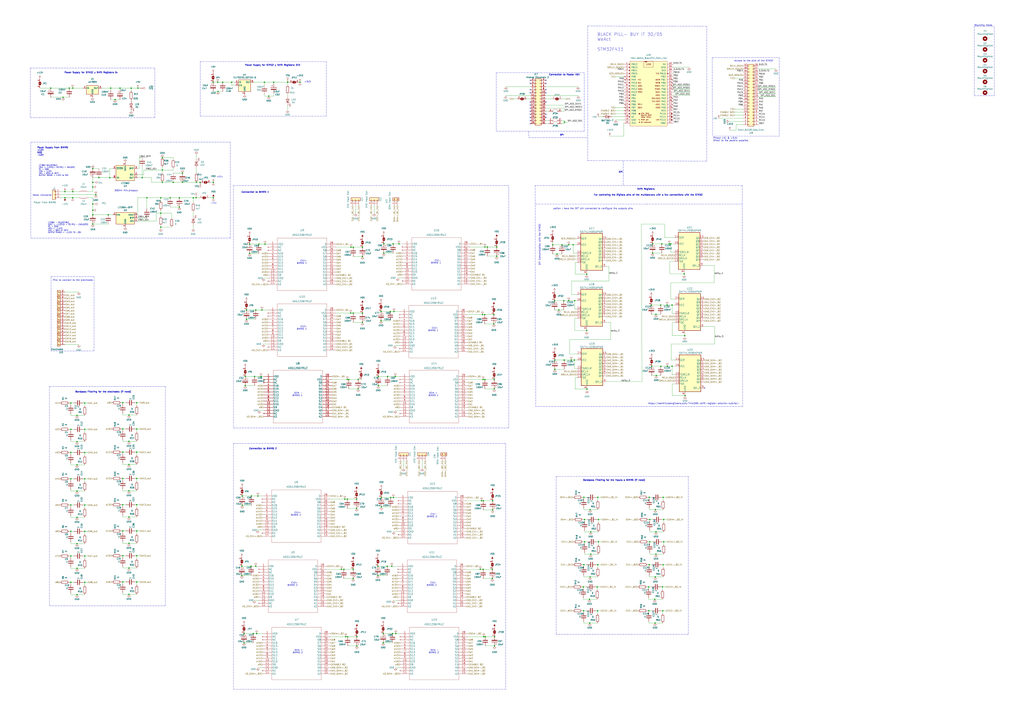
<source format=kicad_sch>
(kicad_sch (version 20211123) (generator eeschema)
  (paper "A1")
  (title_block (title "Multiplexor Board") (date "2023-05-31") (rev "V11") (company "Nicole Dupuy") (comment 1 "Complete Schematic & PCB Finished") (comment 2 "WeAct STM32F411"))
  (lib_symbols
    (symbol "ADG1206YRUZ_1" (pin_names (offset 0.254))
      (property "Reference" "U" (at 27.2288 6.5532 0))
      (property "Value" "ADG1206YRUZ_1" (at 27.6606 -39.8272 0))
      (symbol "ADG1206YRUZ_1_1_1"
        (pin power_in line (at 0 0 0) (length 7.62) (name "VDD") (number "1"))
        (pin bidirectional line (at 0 -22.86 0) (length 7.62) (name "S10") (number "10"))
        (pin bidirectional line (at 0 -25.4 0) (length 7.62) (name "S9") (number "11"))
        (pin power_in line (at 0 -27.94 0) (length 7.62) (name "GND") (number "12"))
        (pin no_connect line (at 0 -30.48 0) (length 7.62) (name "NC") (number "13"))
        (pin input line (at 0 -33.02 0) (length 7.62) (name "A3") (number "14"))
        (pin input line (at 55.88 -33.02 180) (length 7.62) (name "A2") (number "15"))
        (pin input line (at 55.88 -30.48 180) (length 7.62) (name "A1") (number "16"))
        (pin input line (at 55.88 -27.94 180) (length 7.62) (name "A0") (number "17"))
        (pin input line (at 55.88 -25.4 180) (length 7.62) (name "EN") (number "18"))
        (pin bidirectional line (at 55.88 -22.86 180) (length 7.62) (name "S1") (number "19"))
        (pin no_connect line (at 0 -2.54 0) (length 7.62) (name "NC") (number "2"))
        (pin bidirectional line (at 55.88 -20.32 180) (length 7.62) (name "S2") (number "20"))
        (pin bidirectional line (at 55.88 -17.78 180) (length 7.62) (name "S3") (number "21"))
        (pin bidirectional line (at 55.88 -15.24 180) (length 7.62) (name "S4") (number "22"))
        (pin bidirectional line (at 55.88 -12.7 180) (length 7.62) (name "S5") (number "23"))
        (pin bidirectional line (at 55.88 -10.16 180) (length 7.62) (name "S6") (number "24"))
        (pin bidirectional line (at 55.88 -7.62 180) (length 7.62) (name "S7") (number "25"))
        (pin bidirectional line (at 55.88 -5.08 180) (length 7.62) (name "S8") (number "26"))
        (pin power_in line (at 55.88 -2.54 180) (length 7.62) (name "VSS") (number "27"))
        (pin bidirectional line (at 55.88 0 180) (length 7.62) (name "D") (number "28"))
        (pin no_connect line (at 0 -5.08 0) (length 7.62) (name "NC") (number "3"))
        (pin bidirectional line (at 0 -7.62 0) (length 7.62) (name "S16") (number "4"))
        (pin bidirectional line (at 0 -10.16 0) (length 7.62) (name "S15") (number "5"))
        (pin bidirectional line (at 0 -12.7 0) (length 7.62) (name "S14") (number "6"))
        (pin bidirectional line (at 0 -15.24 0) (length 7.62) (name "S13") (number "7"))
        (pin bidirectional line (at 0 -17.78 0) (length 7.62) (name "S12") (number "8"))
        (pin bidirectional line (at 0 -20.32 0) (length 7.62) (name "S11") (number "9"))
      )
    )
    (symbol "ADG1206YRUZ_10" (pin_names (offset 0.254))
      (property "Reference" "U" (at 27.2288 6.5532 0))
      (property "Value" "ADG1206YRUZ_10" (at 27.6606 -39.8272 0))
      (symbol "ADG1206YRUZ_10_1_1"
        (pin power_in line (at 0 0 0) (length 7.62) (name "VDD") (number "1"))
        (pin bidirectional line (at 0 -22.86 0) (length 7.62) (name "S10") (number "10"))
        (pin bidirectional line (at 0 -25.4 0) (length 7.62) (name "S9") (number "11"))
        (pin power_in line (at 0 -27.94 0) (length 7.62) (name "GND") (number "12"))
        (pin no_connect line (at 0 -30.48 0) (length 7.62) (name "NC") (number "13"))
        (pin input line (at 0 -33.02 0) (length 7.62) (name "A3") (number "14"))
        (pin input line (at 55.88 -33.02 180) (length 7.62) (name "A2") (number "15"))
        (pin input line (at 55.88 -30.48 180) (length 7.62) (name "A1") (number "16"))
        (pin input line (at 55.88 -27.94 180) (length 7.62) (name "A0") (number "17"))
        (pin input line (at 55.88 -25.4 180) (length 7.62) (name "EN") (number "18"))
        (pin bidirectional line (at 55.88 -22.86 180) (length 7.62) (name "S1") (number "19"))
        (pin no_connect line (at 0 -2.54 0) (length 7.62) (name "NC") (number "2"))
        (pin bidirectional line (at 55.88 -20.32 180) (length 7.62) (name "S2") (number "20"))
        (pin bidirectional line (at 55.88 -17.78 180) (length 7.62) (name "S3") (number "21"))
        (pin bidirectional line (at 55.88 -15.24 180) (length 7.62) (name "S4") (number "22"))
        (pin bidirectional line (at 55.88 -12.7 180) (length 7.62) (name "S5") (number "23"))
        (pin bidirectional line (at 55.88 -10.16 180) (length 7.62) (name "S6") (number "24"))
        (pin bidirectional line (at 55.88 -7.62 180) (length 7.62) (name "S7") (number "25"))
        (pin bidirectional line (at 55.88 -5.08 180) (length 7.62) (name "S8") (number "26"))
        (pin power_in line (at 55.88 -2.54 180) (length 7.62) (name "VSS") (number "27"))
        (pin bidirectional line (at 55.88 0 180) (length 7.62) (name "D") (number "28"))
        (pin no_connect line (at 0 -5.08 0) (length 7.62) (name "NC") (number "3"))
        (pin bidirectional line (at 0 -7.62 0) (length 7.62) (name "S16") (number "4"))
        (pin bidirectional line (at 0 -10.16 0) (length 7.62) (name "S15") (number "5"))
        (pin bidirectional line (at 0 -12.7 0) (length 7.62) (name "S14") (number "6"))
        (pin bidirectional line (at 0 -15.24 0) (length 7.62) (name "S13") (number "7"))
        (pin bidirectional line (at 0 -17.78 0) (length 7.62) (name "S12") (number "8"))
        (pin bidirectional line (at 0 -20.32 0) (length 7.62) (name "S11") (number "9"))
      )
    )
    (symbol "ADG1206YRUZ_11" (pin_names (offset 0.254))
      (property "Reference" "U" (at 27.2288 6.5532 0))
      (property "Value" "ADG1206YRUZ_11" (at 27.6606 -39.8272 0))
      (symbol "ADG1206YRUZ_11_1_1"
        (pin power_in line (at 0 0 0) (length 7.62) (name "VDD") (number "1"))
        (pin bidirectional line (at 0 -22.86 0) (length 7.62) (name "S10") (number "10"))
        (pin bidirectional line (at 0 -25.4 0) (length 7.62) (name "S9") (number "11"))
        (pin power_in line (at 0 -27.94 0) (length 7.62) (name "GND") (number "12"))
        (pin no_connect line (at 0 -30.48 0) (length 7.62) (name "NC") (number "13"))
        (pin input line (at 0 -33.02 0) (length 7.62) (name "A3") (number "14"))
        (pin input line (at 55.88 -33.02 180) (length 7.62) (name "A2") (number "15"))
        (pin input line (at 55.88 -30.48 180) (length 7.62) (name "A1") (number "16"))
        (pin input line (at 55.88 -27.94 180) (length 7.62) (name "A0") (number "17"))
        (pin input line (at 55.88 -25.4 180) (length 7.62) (name "EN") (number "18"))
        (pin bidirectional line (at 55.88 -22.86 180) (length 7.62) (name "S1") (number "19"))
        (pin no_connect line (at 0 -2.54 0) (length 7.62) (name "NC") (number "2"))
        (pin bidirectional line (at 55.88 -20.32 180) (length 7.62) (name "S2") (number "20"))
        (pin bidirectional line (at 55.88 -17.78 180) (length 7.62) (name "S3") (number "21"))
        (pin bidirectional line (at 55.88 -15.24 180) (length 7.62) (name "S4") (number "22"))
        (pin bidirectional line (at 55.88 -12.7 180) (length 7.62) (name "S5") (number "23"))
        (pin bidirectional line (at 55.88 -10.16 180) (length 7.62) (name "S6") (number "24"))
        (pin bidirectional line (at 55.88 -7.62 180) (length 7.62) (name "S7") (number "25"))
        (pin bidirectional line (at 55.88 -5.08 180) (length 7.62) (name "S8") (number "26"))
        (pin power_in line (at 55.88 -2.54 180) (length 7.62) (name "VSS") (number "27"))
        (pin bidirectional line (at 55.88 0 180) (length 7.62) (name "D") (number "28"))
        (pin no_connect line (at 0 -5.08 0) (length 7.62) (name "NC") (number "3"))
        (pin bidirectional line (at 0 -7.62 0) (length 7.62) (name "S16") (number "4"))
        (pin bidirectional line (at 0 -10.16 0) (length 7.62) (name "S15") (number "5"))
        (pin bidirectional line (at 0 -12.7 0) (length 7.62) (name "S14") (number "6"))
        (pin bidirectional line (at 0 -15.24 0) (length 7.62) (name "S13") (number "7"))
        (pin bidirectional line (at 0 -17.78 0) (length 7.62) (name "S12") (number "8"))
        (pin bidirectional line (at 0 -20.32 0) (length 7.62) (name "S11") (number "9"))
      )
    )
    (symbol "ADG1206YRUZ_2" (pin_names (offset 0.254))
      (property "Reference" "U" (at 27.2288 6.5532 0))
      (property "Value" "ADG1206YRUZ_2" (at 27.6606 -39.8272 0))
      (symbol "ADG1206YRUZ_2_1_1"
        (pin power_in line (at 0 0 0) (length 7.62) (name "VDD") (number "1"))
        (pin bidirectional line (at 0 -22.86 0) (length 7.62) (name "S10") (number "10"))
        (pin bidirectional line (at 0 -25.4 0) (length 7.62) (name "S9") (number "11"))
        (pin power_in line (at 0 -27.94 0) (length 7.62) (name "GND") (number "12"))
        (pin no_connect line (at 0 -30.48 0) (length 7.62) (name "NC") (number "13"))
        (pin input line (at 0 -33.02 0) (length 7.62) (name "A3") (number "14"))
        (pin input line (at 55.88 -33.02 180) (length 7.62) (name "A2") (number "15"))
        (pin input line (at 55.88 -30.48 180) (length 7.62) (name "A1") (number "16"))
        (pin input line (at 55.88 -27.94 180) (length 7.62) (name "A0") (number "17"))
        (pin input line (at 55.88 -25.4 180) (length 7.62) (name "EN") (number "18"))
        (pin bidirectional line (at 55.88 -22.86 180) (length 7.62) (name "S1") (number "19"))
        (pin no_connect line (at 0 -2.54 0) (length 7.62) (name "NC") (number "2"))
        (pin bidirectional line (at 55.88 -20.32 180) (length 7.62) (name "S2") (number "20"))
        (pin bidirectional line (at 55.88 -17.78 180) (length 7.62) (name "S3") (number "21"))
        (pin bidirectional line (at 55.88 -15.24 180) (length 7.62) (name "S4") (number "22"))
        (pin bidirectional line (at 55.88 -12.7 180) (length 7.62) (name "S5") (number "23"))
        (pin bidirectional line (at 55.88 -10.16 180) (length 7.62) (name "S6") (number "24"))
        (pin bidirectional line (at 55.88 -7.62 180) (length 7.62) (name "S7") (number "25"))
        (pin bidirectional line (at 55.88 -5.08 180) (length 7.62) (name "S8") (number "26"))
        (pin power_in line (at 55.88 -2.54 180) (length 7.62) (name "VSS") (number "27"))
        (pin bidirectional line (at 55.88 0 180) (length 7.62) (name "D") (number "28"))
        (pin no_connect line (at 0 -5.08 0) (length 7.62) (name "NC") (number "3"))
        (pin bidirectional line (at 0 -7.62 0) (length 7.62) (name "S16") (number "4"))
        (pin bidirectional line (at 0 -10.16 0) (length 7.62) (name "S15") (number "5"))
        (pin bidirectional line (at 0 -12.7 0) (length 7.62) (name "S14") (number "6"))
        (pin bidirectional line (at 0 -15.24 0) (length 7.62) (name "S13") (number "7"))
        (pin bidirectional line (at 0 -17.78 0) (length 7.62) (name "S12") (number "8"))
        (pin bidirectional line (at 0 -20.32 0) (length 7.62) (name "S11") (number "9"))
      )
    )
    (symbol "ADG1206YRUZ_3" (pin_names (offset 0.254))
      (property "Reference" "U" (at 27.2288 6.5532 0))
      (property "Value" "ADG1206YRUZ_3" (at 27.6606 -39.8272 0))
      (symbol "ADG1206YRUZ_3_1_1"
        (pin power_in line (at 0 0 0) (length 7.62) (name "VDD") (number "1"))
        (pin bidirectional line (at 0 -22.86 0) (length 7.62) (name "S10") (number "10"))
        (pin bidirectional line (at 0 -25.4 0) (length 7.62) (name "S9") (number "11"))
        (pin power_in line (at 0 -27.94 0) (length 7.62) (name "GND") (number "12"))
        (pin no_connect line (at 0 -30.48 0) (length 7.62) (name "NC") (number "13"))
        (pin input line (at 0 -33.02 0) (length 7.62) (name "A3") (number "14"))
        (pin input line (at 55.88 -33.02 180) (length 7.62) (name "A2") (number "15"))
        (pin input line (at 55.88 -30.48 180) (length 7.62) (name "A1") (number "16"))
        (pin input line (at 55.88 -27.94 180) (length 7.62) (name "A0") (number "17"))
        (pin input line (at 55.88 -25.4 180) (length 7.62) (name "EN") (number "18"))
        (pin bidirectional line (at 55.88 -22.86 180) (length 7.62) (name "S1") (number "19"))
        (pin no_connect line (at 0 -2.54 0) (length 7.62) (name "NC") (number "2"))
        (pin bidirectional line (at 55.88 -20.32 180) (length 7.62) (name "S2") (number "20"))
        (pin bidirectional line (at 55.88 -17.78 180) (length 7.62) (name "S3") (number "21"))
        (pin bidirectional line (at 55.88 -15.24 180) (length 7.62) (name "S4") (number "22"))
        (pin bidirectional line (at 55.88 -12.7 180) (length 7.62) (name "S5") (number "23"))
        (pin bidirectional line (at 55.88 -10.16 180) (length 7.62) (name "S6") (number "24"))
        (pin bidirectional line (at 55.88 -7.62 180) (length 7.62) (name "S7") (number "25"))
        (pin bidirectional line (at 55.88 -5.08 180) (length 7.62) (name "S8") (number "26"))
        (pin power_in line (at 55.88 -2.54 180) (length 7.62) (name "VSS") (number "27"))
        (pin bidirectional line (at 55.88 0 180) (length 7.62) (name "D") (number "28"))
        (pin no_connect line (at 0 -5.08 0) (length 7.62) (name "NC") (number "3"))
        (pin bidirectional line (at 0 -7.62 0) (length 7.62) (name "S16") (number "4"))
        (pin bidirectional line (at 0 -10.16 0) (length 7.62) (name "S15") (number "5"))
        (pin bidirectional line (at 0 -12.7 0) (length 7.62) (name "S14") (number "6"))
        (pin bidirectional line (at 0 -15.24 0) (length 7.62) (name "S13") (number "7"))
        (pin bidirectional line (at 0 -17.78 0) (length 7.62) (name "S12") (number "8"))
        (pin bidirectional line (at 0 -20.32 0) (length 7.62) (name "S11") (number "9"))
      )
    )
    (symbol "ADG1206YRUZ_4" (pin_names (offset 0.254))
      (property "Reference" "U" (at 27.2288 6.5532 0))
      (property "Value" "ADG1206YRUZ_4" (at 27.6606 -39.8272 0))
      (symbol "ADG1206YRUZ_4_1_1"
        (pin power_in line (at 0 0 0) (length 7.62) (name "VDD") (number "1"))
        (pin bidirectional line (at 0 -22.86 0) (length 7.62) (name "S10") (number "10"))
        (pin bidirectional line (at 0 -25.4 0) (length 7.62) (name "S9") (number "11"))
        (pin power_in line (at 0 -27.94 0) (length 7.62) (name "GND") (number "12"))
        (pin no_connect line (at 0 -30.48 0) (length 7.62) (name "NC") (number "13"))
        (pin input line (at 0 -33.02 0) (length 7.62) (name "A3") (number "14"))
        (pin input line (at 55.88 -33.02 180) (length 7.62) (name "A2") (number "15"))
        (pin input line (at 55.88 -30.48 180) (length 7.62) (name "A1") (number "16"))
        (pin input line (at 55.88 -27.94 180) (length 7.62) (name "A0") (number "17"))
        (pin input line (at 55.88 -25.4 180) (length 7.62) (name "EN") (number "18"))
        (pin bidirectional line (at 55.88 -22.86 180) (length 7.62) (name "S1") (number "19"))
        (pin no_connect line (at 0 -2.54 0) (length 7.62) (name "NC") (number "2"))
        (pin bidirectional line (at 55.88 -20.32 180) (length 7.62) (name "S2") (number "20"))
        (pin bidirectional line (at 55.88 -17.78 180) (length 7.62) (name "S3") (number "21"))
        (pin bidirectional line (at 55.88 -15.24 180) (length 7.62) (name "S4") (number "22"))
        (pin bidirectional line (at 55.88 -12.7 180) (length 7.62) (name "S5") (number "23"))
        (pin bidirectional line (at 55.88 -10.16 180) (length 7.62) (name "S6") (number "24"))
        (pin bidirectional line (at 55.88 -7.62 180) (length 7.62) (name "S7") (number "25"))
        (pin bidirectional line (at 55.88 -5.08 180) (length 7.62) (name "S8") (number "26"))
        (pin power_in line (at 55.88 -2.54 180) (length 7.62) (name "VSS") (number "27"))
        (pin bidirectional line (at 55.88 0 180) (length 7.62) (name "D") (number "28"))
        (pin no_connect line (at 0 -5.08 0) (length 7.62) (name "NC") (number "3"))
        (pin bidirectional line (at 0 -7.62 0) (length 7.62) (name "S16") (number "4"))
        (pin bidirectional line (at 0 -10.16 0) (length 7.62) (name "S15") (number "5"))
        (pin bidirectional line (at 0 -12.7 0) (length 7.62) (name "S14") (number "6"))
        (pin bidirectional line (at 0 -15.24 0) (length 7.62) (name "S13") (number "7"))
        (pin bidirectional line (at 0 -17.78 0) (length 7.62) (name "S12") (number "8"))
        (pin bidirectional line (at 0 -20.32 0) (length 7.62) (name "S11") (number "9"))
      )
    )
    (symbol "ADG1206YRUZ_5" (pin_names (offset 0.254))
      (property "Reference" "U" (at 27.2288 6.5532 0))
      (property "Value" "ADG1206YRUZ_5" (at 27.6606 -39.8272 0))
      (symbol "ADG1206YRUZ_5_1_1"
        (pin power_in line (at 0 0 0) (length 7.62) (name "VDD") (number "1"))
        (pin bidirectional line (at 0 -22.86 0) (length 7.62) (name "S10") (number "10"))
        (pin bidirectional line (at 0 -25.4 0) (length 7.62) (name "S9") (number "11"))
        (pin power_in line (at 0 -27.94 0) (length 7.62) (name "GND") (number "12"))
        (pin no_connect line (at 0 -30.48 0) (length 7.62) (name "NC") (number "13"))
        (pin input line (at 0 -33.02 0) (length 7.62) (name "A3") (number "14"))
        (pin input line (at 55.88 -33.02 180) (length 7.62) (name "A2") (number "15"))
        (pin input line (at 55.88 -30.48 180) (length 7.62) (name "A1") (number "16"))
        (pin input line (at 55.88 -27.94 180) (length 7.62) (name "A0") (number "17"))
        (pin input line (at 55.88 -25.4 180) (length 7.62) (name "EN") (number "18"))
        (pin bidirectional line (at 55.88 -22.86 180) (length 7.62) (name "S1") (number "19"))
        (pin no_connect line (at 0 -2.54 0) (length 7.62) (name "NC") (number "2"))
        (pin bidirectional line (at 55.88 -20.32 180) (length 7.62) (name "S2") (number "20"))
        (pin bidirectional line (at 55.88 -17.78 180) (length 7.62) (name "S3") (number "21"))
        (pin bidirectional line (at 55.88 -15.24 180) (length 7.62) (name "S4") (number "22"))
        (pin bidirectional line (at 55.88 -12.7 180) (length 7.62) (name "S5") (number "23"))
        (pin bidirectional line (at 55.88 -10.16 180) (length 7.62) (name "S6") (number "24"))
        (pin bidirectional line (at 55.88 -7.62 180) (length 7.62) (name "S7") (number "25"))
        (pin bidirectional line (at 55.88 -5.08 180) (length 7.62) (name "S8") (number "26"))
        (pin power_in line (at 55.88 -2.54 180) (length 7.62) (name "VSS") (number "27"))
        (pin bidirectional line (at 55.88 0 180) (length 7.62) (name "D") (number "28"))
        (pin no_connect line (at 0 -5.08 0) (length 7.62) (name "NC") (number "3"))
        (pin bidirectional line (at 0 -7.62 0) (length 7.62) (name "S16") (number "4"))
        (pin bidirectional line (at 0 -10.16 0) (length 7.62) (name "S15") (number "5"))
        (pin bidirectional line (at 0 -12.7 0) (length 7.62) (name "S14") (number "6"))
        (pin bidirectional line (at 0 -15.24 0) (length 7.62) (name "S13") (number "7"))
        (pin bidirectional line (at 0 -17.78 0) (length 7.62) (name "S12") (number "8"))
        (pin bidirectional line (at 0 -20.32 0) (length 7.62) (name "S11") (number "9"))
      )
    )
    (symbol "ADG1206YRUZ_6" (pin_names (offset 0.254))
      (property "Reference" "U" (at 27.2288 6.5532 0))
      (property "Value" "ADG1206YRUZ_6" (at 27.6606 -39.8272 0))
      (symbol "ADG1206YRUZ_6_1_1"
        (pin power_in line (at 0 0 0) (length 7.62) (name "VDD") (number "1"))
        (pin bidirectional line (at 0 -22.86 0) (length 7.62) (name "S10") (number "10"))
        (pin bidirectional line (at 0 -25.4 0) (length 7.62) (name "S9") (number "11"))
        (pin power_in line (at 0 -27.94 0) (length 7.62) (name "GND") (number "12"))
        (pin no_connect line (at 0 -30.48 0) (length 7.62) (name "NC") (number "13"))
        (pin input line (at 0 -33.02 0) (length 7.62) (name "A3") (number "14"))
        (pin input line (at 55.88 -33.02 180) (length 7.62) (name "A2") (number "15"))
        (pin input line (at 55.88 -30.48 180) (length 7.62) (name "A1") (number "16"))
        (pin input line (at 55.88 -27.94 180) (length 7.62) (name "A0") (number "17"))
        (pin input line (at 55.88 -25.4 180) (length 7.62) (name "EN") (number "18"))
        (pin bidirectional line (at 55.88 -22.86 180) (length 7.62) (name "S1") (number "19"))
        (pin no_connect line (at 0 -2.54 0) (length 7.62) (name "NC") (number "2"))
        (pin bidirectional line (at 55.88 -20.32 180) (length 7.62) (name "S2") (number "20"))
        (pin bidirectional line (at 55.88 -17.78 180) (length 7.62) (name "S3") (number "21"))
        (pin bidirectional line (at 55.88 -15.24 180) (length 7.62) (name "S4") (number "22"))
        (pin bidirectional line (at 55.88 -12.7 180) (length 7.62) (name "S5") (number "23"))
        (pin bidirectional line (at 55.88 -10.16 180) (length 7.62) (name "S6") (number "24"))
        (pin bidirectional line (at 55.88 -7.62 180) (length 7.62) (name "S7") (number "25"))
        (pin bidirectional line (at 55.88 -5.08 180) (length 7.62) (name "S8") (number "26"))
        (pin power_in line (at 55.88 -2.54 180) (length 7.62) (name "VSS") (number "27"))
        (pin bidirectional line (at 55.88 0 180) (length 7.62) (name "D") (number "28"))
        (pin no_connect line (at 0 -5.08 0) (length 7.62) (name "NC") (number "3"))
        (pin bidirectional line (at 0 -7.62 0) (length 7.62) (name "S16") (number "4"))
        (pin bidirectional line (at 0 -10.16 0) (length 7.62) (name "S15") (number "5"))
        (pin bidirectional line (at 0 -12.7 0) (length 7.62) (name "S14") (number "6"))
        (pin bidirectional line (at 0 -15.24 0) (length 7.62) (name "S13") (number "7"))
        (pin bidirectional line (at 0 -17.78 0) (length 7.62) (name "S12") (number "8"))
        (pin bidirectional line (at 0 -20.32 0) (length 7.62) (name "S11") (number "9"))
      )
    )
    (symbol "ADG1206YRUZ_7" (pin_names (offset 0.254))
      (property "Reference" "U" (at 27.2288 6.5532 0))
      (property "Value" "ADG1206YRUZ_7" (at 27.6606 -39.8272 0))
      (symbol "ADG1206YRUZ_7_1_1"
        (pin power_in line (at 0 0 0) (length 7.62) (name "VDD") (number "1"))
        (pin bidirectional line (at 0 -22.86 0) (length 7.62) (name "S10") (number "10"))
        (pin bidirectional line (at 0 -25.4 0) (length 7.62) (name "S9") (number "11"))
        (pin power_in line (at 0 -27.94 0) (length 7.62) (name "GND") (number "12"))
        (pin no_connect line (at 0 -30.48 0) (length 7.62) (name "NC") (number "13"))
        (pin input line (at 0 -33.02 0) (length 7.62) (name "A3") (number "14"))
        (pin input line (at 55.88 -33.02 180) (length 7.62) (name "A2") (number "15"))
        (pin input line (at 55.88 -30.48 180) (length 7.62) (name "A1") (number "16"))
        (pin input line (at 55.88 -27.94 180) (length 7.62) (name "A0") (number "17"))
        (pin input line (at 55.88 -25.4 180) (length 7.62) (name "EN") (number "18"))
        (pin bidirectional line (at 55.88 -22.86 180) (length 7.62) (name "S1") (number "19"))
        (pin no_connect line (at 0 -2.54 0) (length 7.62) (name "NC") (number "2"))
        (pin bidirectional line (at 55.88 -20.32 180) (length 7.62) (name "S2") (number "20"))
        (pin bidirectional line (at 55.88 -17.78 180) (length 7.62) (name "S3") (number "21"))
        (pin bidirectional line (at 55.88 -15.24 180) (length 7.62) (name "S4") (number "22"))
        (pin bidirectional line (at 55.88 -12.7 180) (length 7.62) (name "S5") (number "23"))
        (pin bidirectional line (at 55.88 -10.16 180) (length 7.62) (name "S6") (number "24"))
        (pin bidirectional line (at 55.88 -7.62 180) (length 7.62) (name "S7") (number "25"))
        (pin bidirectional line (at 55.88 -5.08 180) (length 7.62) (name "S8") (number "26"))
        (pin power_in line (at 55.88 -2.54 180) (length 7.62) (name "VSS") (number "27"))
        (pin bidirectional line (at 55.88 0 180) (length 7.62) (name "D") (number "28"))
        (pin no_connect line (at 0 -5.08 0) (length 7.62) (name "NC") (number "3"))
        (pin bidirectional line (at 0 -7.62 0) (length 7.62) (name "S16") (number "4"))
        (pin bidirectional line (at 0 -10.16 0) (length 7.62) (name "S15") (number "5"))
        (pin bidirectional line (at 0 -12.7 0) (length 7.62) (name "S14") (number "6"))
        (pin bidirectional line (at 0 -15.24 0) (length 7.62) (name "S13") (number "7"))
        (pin bidirectional line (at 0 -17.78 0) (length 7.62) (name "S12") (number "8"))
        (pin bidirectional line (at 0 -20.32 0) (length 7.62) (name "S11") (number "9"))
      )
    )
    (symbol "ADG1206YRUZ_8" (pin_names (offset 0.254))
      (property "Reference" "U" (at 27.2288 6.5532 0))
      (property "Value" "ADG1206YRUZ_8" (at 27.6606 -39.8272 0))
      (symbol "ADG1206YRUZ_8_1_1"
        (pin power_in line (at 0 0 0) (length 7.62) (name "VDD") (number "1"))
        (pin bidirectional line (at 0 -22.86 0) (length 7.62) (name "S10") (number "10"))
        (pin bidirectional line (at 0 -25.4 0) (length 7.62) (name "S9") (number "11"))
        (pin power_in line (at 0 -27.94 0) (length 7.62) (name "GND") (number "12"))
        (pin no_connect line (at 0 -30.48 0) (length 7.62) (name "NC") (number "13"))
        (pin input line (at 0 -33.02 0) (length 7.62) (name "A3") (number "14"))
        (pin input line (at 55.88 -33.02 180) (length 7.62) (name "A2") (number "15"))
        (pin input line (at 55.88 -30.48 180) (length 7.62) (name "A1") (number "16"))
        (pin input line (at 55.88 -27.94 180) (length 7.62) (name "A0") (number "17"))
        (pin input line (at 55.88 -25.4 180) (length 7.62) (name "EN") (number "18"))
        (pin bidirectional line (at 55.88 -22.86 180) (length 7.62) (name "S1") (number "19"))
        (pin no_connect line (at 0 -2.54 0) (length 7.62) (name "NC") (number "2"))
        (pin bidirectional line (at 55.88 -20.32 180) (length 7.62) (name "S2") (number "20"))
        (pin bidirectional line (at 55.88 -17.78 180) (length 7.62) (name "S3") (number "21"))
        (pin bidirectional line (at 55.88 -15.24 180) (length 7.62) (name "S4") (number "22"))
        (pin bidirectional line (at 55.88 -12.7 180) (length 7.62) (name "S5") (number "23"))
        (pin bidirectional line (at 55.88 -10.16 180) (length 7.62) (name "S6") (number "24"))
        (pin bidirectional line (at 55.88 -7.62 180) (length 7.62) (name "S7") (number "25"))
        (pin bidirectional line (at 55.88 -5.08 180) (length 7.62) (name "S8") (number "26"))
        (pin power_in line (at 55.88 -2.54 180) (length 7.62) (name "VSS") (number "27"))
        (pin bidirectional line (at 55.88 0 180) (length 7.62) (name "D") (number "28"))
        (pin no_connect line (at 0 -5.08 0) (length 7.62) (name "NC") (number "3"))
        (pin bidirectional line (at 0 -7.62 0) (length 7.62) (name "S16") (number "4"))
        (pin bidirectional line (at 0 -10.16 0) (length 7.62) (name "S15") (number "5"))
        (pin bidirectional line (at 0 -12.7 0) (length 7.62) (name "S14") (number "6"))
        (pin bidirectional line (at 0 -15.24 0) (length 7.62) (name "S13") (number "7"))
        (pin bidirectional line (at 0 -17.78 0) (length 7.62) (name "S12") (number "8"))
        (pin bidirectional line (at 0 -20.32 0) (length 7.62) (name "S11") (number "9"))
      )
    )
    (symbol "ADG1206YRUZ_9" (pin_names (offset 0.254))
      (property "Reference" "U" (at 27.2288 6.5532 0))
      (property "Value" "ADG1206YRUZ_9" (at 27.6606 -39.8272 0))
      (symbol "ADG1206YRUZ_9_1_1"
        (pin power_in line (at 0 0 0) (length 7.62) (name "VDD") (number "1"))
        (pin bidirectional line (at 0 -22.86 0) (length 7.62) (name "S10") (number "10"))
        (pin bidirectional line (at 0 -25.4 0) (length 7.62) (name "S9") (number "11"))
        (pin power_in line (at 0 -27.94 0) (length 7.62) (name "GND") (number "12"))
        (pin no_connect line (at 0 -30.48 0) (length 7.62) (name "NC") (number "13"))
        (pin input line (at 0 -33.02 0) (length 7.62) (name "A3") (number "14"))
        (pin input line (at 55.88 -33.02 180) (length 7.62) (name "A2") (number "15"))
        (pin input line (at 55.88 -30.48 180) (length 7.62) (name "A1") (number "16"))
        (pin input line (at 55.88 -27.94 180) (length 7.62) (name "A0") (number "17"))
        (pin input line (at 55.88 -25.4 180) (length 7.62) (name "EN") (number "18"))
        (pin bidirectional line (at 55.88 -22.86 180) (length 7.62) (name "S1") (number "19"))
        (pin no_connect line (at 0 -2.54 0) (length 7.62) (name "NC") (number "2"))
        (pin bidirectional line (at 55.88 -20.32 180) (length 7.62) (name "S2") (number "20"))
        (pin bidirectional line (at 55.88 -17.78 180) (length 7.62) (name "S3") (number "21"))
        (pin bidirectional line (at 55.88 -15.24 180) (length 7.62) (name "S4") (number "22"))
        (pin bidirectional line (at 55.88 -12.7 180) (length 7.62) (name "S5") (number "23"))
        (pin bidirectional line (at 55.88 -10.16 180) (length 7.62) (name "S6") (number "24"))
        (pin bidirectional line (at 55.88 -7.62 180) (length 7.62) (name "S7") (number "25"))
        (pin bidirectional line (at 55.88 -5.08 180) (length 7.62) (name "S8") (number "26"))
        (pin power_in line (at 55.88 -2.54 180) (length 7.62) (name "VSS") (number "27"))
        (pin bidirectional line (at 55.88 0 180) (length 7.62) (name "D") (number "28"))
        (pin no_connect line (at 0 -5.08 0) (length 7.62) (name "NC") (number "3"))
        (pin bidirectional line (at 0 -7.62 0) (length 7.62) (name "S16") (number "4"))
        (pin bidirectional line (at 0 -10.16 0) (length 7.62) (name "S15") (number "5"))
        (pin bidirectional line (at 0 -12.7 0) (length 7.62) (name "S14") (number "6"))
        (pin bidirectional line (at 0 -15.24 0) (length 7.62) (name "S13") (number "7"))
        (pin bidirectional line (at 0 -17.78 0) (length 7.62) (name "S12") (number "8"))
        (pin bidirectional line (at 0 -20.32 0) (length 7.62) (name "S11") (number "9"))
      )
    )
    (symbol "Connector:Screw_Terminal_01x02" (pin_names (offset 1.016) hide)
      (property "Reference" "J" (at 0 2.54 0))
      (property "Value" "Screw_Terminal_01x02" (at 0 -5.08 0))
      (symbol "Screw_Terminal_01x02_1_1"
        (pin passive line (at -5.08 0 0) (length 3.81) (name "Pin_1") (number "1"))
        (pin passive line (at -5.08 -2.54 0) (length 3.81) (name "Pin_2") (number "2"))
      )
    )
    (symbol "Connector:TestPoint" (pin_numbers hide) (pin_names (offset 0.762) hide)
      (property "Reference" "TP" (at 0 6.858 0))
      (property "Value" "TestPoint" (at 0 5.08 0))
      (symbol "TestPoint_1_1"
        (pin passive line (at 0 0 90) (length 2.54) (name "1") (number "1"))
      )
    )
    (symbol "Connector_Generic:Conn_01x03" (pin_names (offset 1.016) hide)
      (property "Reference" "J" (at 0 5.08 0))
      (property "Value" "Conn_01x03" (at 0 -5.08 0))
      (symbol "Conn_01x03_1_1"
        (pin passive line (at -5.08 2.54 0) (length 3.81) (name "Pin_1") (number "1"))
        (pin passive line (at -5.08 0 0) (length 3.81) (name "Pin_2") (number "2"))
        (pin passive line (at -5.08 -2.54 0) (length 3.81) (name "Pin_3") (number "3"))
      )
    )
    (symbol "Connector_Generic:Conn_02x15_Odd_Even" (pin_names (offset 1.016) hide)
      (property "Reference" "J" (at 1.27 20.32 0))
      (property "Value" "Conn_02x15_Odd_Even" (at 1.27 -20.32 0))
      (symbol "Conn_02x15_Odd_Even_1_1"
        (pin passive line (at -5.08 17.78 0) (length 3.81) (name "Pin_1") (number "1"))
        (pin passive line (at 7.62 7.62 180) (length 3.81) (name "Pin_10") (number "10"))
        (pin passive line (at -5.08 5.08 0) (length 3.81) (name "Pin_11") (number "11"))
        (pin passive line (at 7.62 5.08 180) (length 3.81) (name "Pin_12") (number "12"))
        (pin passive line (at -5.08 2.54 0) (length 3.81) (name "Pin_13") (number "13"))
        (pin passive line (at 7.62 2.54 180) (length 3.81) (name "Pin_14") (number "14"))
        (pin passive line (at -5.08 0 0) (length 3.81) (name "Pin_15") (number "15"))
        (pin passive line (at 7.62 0 180) (length 3.81) (name "Pin_16") (number "16"))
        (pin passive line (at -5.08 -2.54 0) (length 3.81) (name "Pin_17") (number "17"))
        (pin passive line (at 7.62 -2.54 180) (length 3.81) (name "Pin_18") (number "18"))
        (pin passive line (at -5.08 -5.08 0) (length 3.81) (name "Pin_19") (number "19"))
        (pin passive line (at 7.62 17.78 180) (length 3.81) (name "Pin_2") (number "2"))
        (pin passive line (at 7.62 -5.08 180) (length 3.81) (name "Pin_20") (number "20"))
        (pin passive line (at -5.08 -7.62 0) (length 3.81) (name "Pin_21") (number "21"))
        (pin passive line (at 7.62 -7.62 180) (length 3.81) (name "Pin_22") (number "22"))
        (pin passive line (at -5.08 -10.16 0) (length 3.81) (name "Pin_23") (number "23"))
        (pin passive line (at 7.62 -10.16 180) (length 3.81) (name "Pin_24") (number "24"))
        (pin passive line (at -5.08 -12.7 0) (length 3.81) (name "Pin_25") (number "25"))
        (pin passive line (at 7.62 -12.7 180) (length 3.81) (name "Pin_26") (number "26"))
        (pin passive line (at -5.08 -15.24 0) (length 3.81) (name "Pin_27") (number "27"))
        (pin passive line (at 7.62 -15.24 180) (length 3.81) (name "Pin_28") (number "28"))
        (pin passive line (at -5.08 -17.78 0) (length 3.81) (name "Pin_29") (number "29"))
        (pin passive line (at -5.08 15.24 0) (length 3.81) (name "Pin_3") (number "3"))
        (pin passive line (at 7.62 -17.78 180) (length 3.81) (name "Pin_30") (number "30"))
        (pin passive line (at 7.62 15.24 180) (length 3.81) (name "Pin_4") (number "4"))
        (pin passive line (at -5.08 12.7 0) (length 3.81) (name "Pin_5") (number "5"))
        (pin passive line (at 7.62 12.7 180) (length 3.81) (name "Pin_6") (number "6"))
        (pin passive line (at -5.08 10.16 0) (length 3.81) (name "Pin_7") (number "7"))
        (pin passive line (at 7.62 10.16 180) (length 3.81) (name "Pin_8") (number "8"))
        (pin passive line (at -5.08 7.62 0) (length 3.81) (name "Pin_9") (number "9"))
      )
    )
    (symbol "Connector_Generic:Conn_02x20_Odd_Even" (pin_names (offset 1.016) hide)
      (property "Reference" "J" (at 1.27 25.4 0))
      (property "Value" "Conn_02x20_Odd_Even" (at 1.27 -27.94 0))
      (symbol "Conn_02x20_Odd_Even_1_1"
        (pin passive line (at -5.08 22.86 0) (length 3.81) (name "Pin_1") (number "1"))
        (pin passive line (at 7.62 12.7 180) (length 3.81) (name "Pin_10") (number "10"))
        (pin passive line (at -5.08 10.16 0) (length 3.81) (name "Pin_11") (number "11"))
        (pin passive line (at 7.62 10.16 180) (length 3.81) (name "Pin_12") (number "12"))
        (pin passive line (at -5.08 7.62 0) (length 3.81) (name "Pin_13") (number "13"))
        (pin passive line (at 7.62 7.62 180) (length 3.81) (name "Pin_14") (number "14"))
        (pin passive line (at -5.08 5.08 0) (length 3.81) (name "Pin_15") (number "15"))
        (pin passive line (at 7.62 5.08 180) (length 3.81) (name "Pin_16") (number "16"))
        (pin passive line (at -5.08 2.54 0) (length 3.81) (name "Pin_17") (number "17"))
        (pin passive line (at 7.62 2.54 180) (length 3.81) (name "Pin_18") (number "18"))
        (pin passive line (at -5.08 0 0) (length 3.81) (name "Pin_19") (number "19"))
        (pin passive line (at 7.62 22.86 180) (length 3.81) (name "Pin_2") (number "2"))
        (pin passive line (at 7.62 0 180) (length 3.81) (name "Pin_20") (number "20"))
        (pin passive line (at -5.08 -2.54 0) (length 3.81) (name "Pin_21") (number "21"))
        (pin passive line (at 7.62 -2.54 180) (length 3.81) (name "Pin_22") (number "22"))
        (pin passive line (at -5.08 -5.08 0) (length 3.81) (name "Pin_23") (number "23"))
        (pin passive line (at 7.62 -5.08 180) (length 3.81) (name "Pin_24") (number "24"))
        (pin passive line (at -5.08 -7.62 0) (length 3.81) (name "Pin_25") (number "25"))
        (pin passive line (at 7.62 -7.62 180) (length 3.81) (name "Pin_26") (number "26"))
        (pin passive line (at -5.08 -10.16 0) (length 3.81) (name "Pin_27") (number "27"))
        (pin passive line (at 7.62 -10.16 180) (length 3.81) (name "Pin_28") (number "28"))
        (pin passive line (at -5.08 -12.7 0) (length 3.81) (name "Pin_29") (number "29"))
        (pin passive line (at -5.08 20.32 0) (length 3.81) (name "Pin_3") (number "3"))
        (pin passive line (at 7.62 -12.7 180) (length 3.81) (name "Pin_30") (number "30"))
        (pin passive line (at -5.08 -15.24 0) (length 3.81) (name "Pin_31") (number "31"))
        (pin passive line (at 7.62 -15.24 180) (length 3.81) (name "Pin_32") (number "32"))
        (pin passive line (at -5.08 -17.78 0) (length 3.81) (name "Pin_33") (number "33"))
        (pin passive line (at 7.62 -17.78 180) (length 3.81) (name "Pin_34") (number "34"))
        (pin passive line (at -5.08 -20.32 0) (length 3.81) (name "Pin_35") (number "35"))
        (pin passive line (at 7.62 -20.32 180) (length 3.81) (name "Pin_36") (number "36"))
        (pin passive line (at -5.08 -22.86 0) (length 3.81) (name "Pin_37") (number "37"))
        (pin passive line (at 7.62 -22.86 180) (length 3.81) (name "Pin_38") (number "38"))
        (pin passive line (at -5.08 -25.4 0) (length 3.81) (name "Pin_39") (number "39"))
        (pin passive line (at 7.62 20.32 180) (length 3.81) (name "Pin_4") (number "4"))
        (pin passive line (at 7.62 -25.4 180) (length 3.81) (name "Pin_40") (number "40"))
        (pin passive line (at -5.08 17.78 0) (length 3.81) (name "Pin_5") (number "5"))
        (pin passive line (at 7.62 17.78 180) (length 3.81) (name "Pin_6") (number "6"))
        (pin passive line (at -5.08 15.24 0) (length 3.81) (name "Pin_7") (number "7"))
        (pin passive line (at 7.62 15.24 180) (length 3.81) (name "Pin_8") (number "8"))
        (pin passive line (at -5.08 12.7 0) (length 3.81) (name "Pin_9") (number "9"))
      )
    )
    (symbol "Device:C" (pin_numbers hide) (pin_names (offset 0.254))
      (property "Reference" "C" (at 0.635 2.54 0))
      (property "Value" "C" (at 0.635 -2.54 0))
      (symbol "C_1_1"
        (pin passive line (at 0 3.81 270) (length 2.794) (name "~") (number "1"))
        (pin passive line (at 0 -3.81 90) (length 2.794) (name "~") (number "2"))
      )
    )
    (symbol "Device:C_Polarized" (pin_numbers hide) (pin_names (offset 0.254))
      (property "Reference" "C" (at 0.635 2.54 0))
      (property "Value" "C_Polarized" (at 0.635 -2.54 0))
      (symbol "C_Polarized_1_1"
        (pin passive line (at 0 3.81 270) (length 2.794) (name "~") (number "1"))
        (pin passive line (at 0 -3.81 90) (length 2.794) (name "~") (number "2"))
      )
    )
    (symbol "Device:D_Zener" (pin_numbers hide) (pin_names (offset 1.016) hide)
      (property "Reference" "D" (at 0 2.54 0))
      (property "Value" "D_Zener" (at 0 -2.54 0))
      (symbol "D_Zener_1_1"
        (pin passive line (at -3.81 0 0) (length 2.54) (name "K") (number "1"))
        (pin passive line (at 3.81 0 180) (length 2.54) (name "A") (number "2"))
      )
    )
    (symbol "Device:L" (pin_numbers hide) (pin_names (offset 1.016) hide)
      (property "Reference" "L" (at -1.27 0 90))
      (property "Value" "L" (at 1.905 0 90))
      (symbol "L_1_1"
        (pin passive line (at 0 3.81 270) (length 1.27) (name "1") (number "1"))
        (pin passive line (at 0 -3.81 90) (length 1.27) (name "2") (number "2"))
      )
    )
    (symbol "Device:LED" (pin_numbers hide) (pin_names (offset 1.016) hide)
      (property "Reference" "D" (at 0 2.54 0))
      (property "Value" "LED" (at 0 -2.54 0))
      (symbol "LED_1_1"
        (pin passive line (at -3.81 0 0) (length 2.54) (name "K") (number "1"))
        (pin passive line (at 3.81 0 180) (length 2.54) (name "A") (number "2"))
      )
    )
    (symbol "Device:R" (pin_numbers hide) (pin_names (offset 0))
      (property "Reference" "R" (at 2.032 0 90))
      (property "Value" "R" (at 0 0 90))
      (symbol "R_1_1"
        (pin passive line (at 0 3.81 270) (length 1.27) (name "~") (number "1"))
        (pin passive line (at 0 -3.81 90) (length 1.27) (name "~") (number "2"))
      )
    )
    (symbol "Jumper:Jumper_2_Open" (pin_names (offset 0) hide)
      (property "Reference" "JP" (at 0 2.794 0))
      (property "Value" "Jumper_2_Open" (at 0 -2.286 0))
      (symbol "Jumper_2_Open_1_1"
        (pin passive line (at -5.08 0 0) (length 2.54) (name "A") (number "1"))
        (pin passive line (at 5.08 0 180) (length 2.54) (name "B") (number "2"))
      )
    )
    (symbol "Jumper:SolderJumper_2_Open" (pin_names (offset 0) hide)
      (property "Reference" "JP" (at 0 2.032 0))
      (property "Value" "SolderJumper_2_Open" (at 0 -2.54 0))
      (symbol "SolderJumper_2_Open_1_1"
        (pin passive line (at -3.81 0 0) (length 2.54) (name "A") (number "1"))
        (pin passive line (at 3.81 0 180) (length 2.54) (name "B") (number "2"))
      )
    )
    (symbol "Libreria_porND:ADG1206YRUZ" (pin_names (offset 0.254))
      (property "Reference" "U" (at 27.2288 6.5532 0))
      (property "Value" "ADG1206YRUZ" (at 27.6606 -39.8272 0))
      (symbol "ADG1206YRUZ_1_1"
        (pin power_in line (at 0 0 0) (length 7.62) (name "VDD") (number "1"))
        (pin bidirectional line (at 0 -22.86 0) (length 7.62) (name "S10") (number "10"))
        (pin bidirectional line (at 0 -25.4 0) (length 7.62) (name "S9") (number "11"))
        (pin power_in line (at 0 -27.94 0) (length 7.62) (name "GND") (number "12"))
        (pin no_connect line (at 0 -30.48 0) (length 7.62) (name "NC") (number "13"))
        (pin input line (at 0 -33.02 0) (length 7.62) (name "A3") (number "14"))
        (pin input line (at 55.88 -33.02 180) (length 7.62) (name "A2") (number "15"))
        (pin input line (at 55.88 -30.48 180) (length 7.62) (name "A1") (number "16"))
        (pin input line (at 55.88 -27.94 180) (length 7.62) (name "A0") (number "17"))
        (pin input line (at 55.88 -25.4 180) (length 7.62) (name "EN") (number "18"))
        (pin bidirectional line (at 55.88 -22.86 180) (length 7.62) (name "S1") (number "19"))
        (pin no_connect line (at 0 -2.54 0) (length 7.62) (name "NC") (number "2"))
        (pin bidirectional line (at 55.88 -20.32 180) (length 7.62) (name "S2") (number "20"))
        (pin bidirectional line (at 55.88 -17.78 180) (length 7.62) (name "S3") (number "21"))
        (pin bidirectional line (at 55.88 -15.24 180) (length 7.62) (name "S4") (number "22"))
        (pin bidirectional line (at 55.88 -12.7 180) (length 7.62) (name "S5") (number "23"))
        (pin bidirectional line (at 55.88 -10.16 180) (length 7.62) (name "S6") (number "24"))
        (pin bidirectional line (at 55.88 -7.62 180) (length 7.62) (name "S7") (number "25"))
        (pin bidirectional line (at 55.88 -5.08 180) (length 7.62) (name "S8") (number "26"))
        (pin power_in line (at 55.88 -2.54 180) (length 7.62) (name "VSS") (number "27"))
        (pin bidirectional line (at 55.88 0 180) (length 7.62) (name "D") (number "28"))
        (pin no_connect line (at 0 -5.08 0) (length 7.62) (name "NC") (number "3"))
        (pin bidirectional line (at 0 -7.62 0) (length 7.62) (name "S16") (number "4"))
        (pin bidirectional line (at 0 -10.16 0) (length 7.62) (name "S15") (number "5"))
        (pin bidirectional line (at 0 -12.7 0) (length 7.62) (name "S14") (number "6"))
        (pin bidirectional line (at 0 -15.24 0) (length 7.62) (name "S13") (number "7"))
        (pin bidirectional line (at 0 -17.78 0) (length 7.62) (name "S12") (number "8"))
        (pin bidirectional line (at 0 -20.32 0) (length 7.62) (name "S11") (number "9"))
      )
    )
    (symbol "Libreria_porND:SN74HC595PW" (pin_names (offset 0.254))
      (property "Reference" "U" (at 12.0904 9.2964 0))
      (property "Value" "SN74HC595PW" (at 12.6492 6.5786 0))
      (symbol "SN74HC595PW_1_1"
        (pin output line (at 23.876 -2.54 180) (length 3) (name "QB") (number "1"))
        (pin input line (at 0 -11.684 0) (length 3) (name "*SRCLR") (number "10"))
        (pin input line (at 0 -16.764 0) (length 3) (name "SRCLK") (number "11"))
        (pin input line (at 0 -14.224 0) (length 3) (name "RCLK") (number "12"))
        (pin input line (at 0 -19.304 0) (length 3) (name "*OE") (number "13"))
        (pin input line (at 0 0.254 0) (length 3) (name "SER") (number "14"))
        (pin output line (at 23.876 0 180) (length 3) (name "QA") (number "15"))
        (pin power_in line (at 0 -4.826 0) (length 3) (name "VCC") (number "16"))
        (pin output line (at 23.876 -5.08 180) (length 3) (name "QC") (number "2"))
        (pin output line (at 23.876 -7.62 180) (length 3) (name "QD") (number "3"))
        (pin output line (at 23.876 -10.16 180) (length 3) (name "QE") (number "4"))
        (pin output line (at 23.876 -12.7 180) (length 3) (name "QF") (number "5"))
        (pin output line (at 23.876 -15.24 180) (length 3) (name "QG") (number "6"))
        (pin output line (at 23.876 -17.78 180) (length 3) (name "QH") (number "7"))
        (pin power_in line (at 7.874 -28.702 90) (length 3) (name "GND") (number "8"))
        (pin output line (at 23.876 -22.606 180) (length 3) (name "QH_2") (number "9"))
      )
    )
    (symbol "Libreria_porND:YAAJ_WeAct_BlackPill_Part_Like" (pin_names (offset 1.016))
      (property "Reference" "U" (at -12.7 27.94 0))
      (property "Value" "YAAJ_WeAct_BlackPill_Part_Like" (at 0 2.54 90))
      (symbol "YAAJ_WeAct_BlackPill_Part_Like_0_0"
        (text "30pF 2MHz" (at -2.032 -20.574 0) (effects (font (size 0.9906 0.9906))))
        (text "5V tolerant" (at -2.032 -24.765 0) (effects (font (size 0.9906 0.9906))))
        (text "ADC0" (at 7.747 -12.7 0) (effects (font (size 0.9906 0.9906))))
        (text "ADC1" (at 7.747 -10.16 0) (effects (font (size 0.9906 0.9906))))
        (text "ADC2" (at 7.747 -7.62 0) (effects (font (size 0.9906 0.9906))))
        (text "ADC3" (at 7.747 -5.207 0) (effects (font (size 0.9906 0.9906))))
        (text "ADC4" (at 7.747 -2.54 0) (effects (font (size 0.9906 0.9906))))
        (text "ADC8" (at 7.62 7.62 0) (effects (font (size 0.9906 0.9906))))
        (text "ADC9" (at 7.62 10.16 0) (effects (font (size 0.9906 0.9906))))
        (text "LED" (at 7.366 -22.733 0) (effects (font (size 0.9906 0.9906))))
        (text "MISO1" (at 7.493 2.54 0) (effects (font (size 0.9906 0.9906))))
        (text "MOSI1" (at 7.493 5.08 0) (effects (font (size 0.9906 0.9906))))
        (text "NSS1" (at -6.858 0.127 0) (effects (font (size 0.9906 0.9906))))
        (text "PWM pin" (at -3.175 -22.733 0) (effects (font (size 0.9906 0.9906))))
        (text "RX1" (at -7.366 7.493 0) (effects (font (size 0.9906 0.9906))))
        (text "RX2" (at 4.064 -5.207 0) (effects (font (size 0.9906 0.9906))))
        (text "SCK1" (at 7.747 0 0) (effects (font (size 0.9906 0.9906))))
        (text "SCL1" (at -6.985 -10.033 0) (effects (font (size 0.9906 0.9906))))
        (text "SDA1" (at -6.985 -12.7 0) (effects (font (size 0.9906 0.9906))))
        (text "sink 3mA" (at -2.921 -17.526 0) (effects (font (size 0.9906 0.9906))))
        (text "source 0mA" (at -1.905 -18.923 0) (effects (font (size 0.9906 0.9906))))
        (text "TX1" (at -7.493 10.16 0) (effects (font (size 0.9906 0.9906))))
        (text "TX2" (at 3.937 -7.62 0) (effects (font (size 0.9906 0.9906))))
        (text "TX3" (at 7.239 15.24 0) (effects (font (size 0.9906 0.9906))))
        (text "USB" (at 0 22.86 0) (effects (font (size 1.27 1.27))))
        (text "USB+" (at -6.731 2.54 0) (effects (font (size 0.9906 0.9906))))
        (text "USB-" (at -6.731 5.08 0) (effects (font (size 0.9906 0.9906))))
        (text "Y@@J" (at -2.159 24.892 0) (effects (font (size 0.508 0.508))))
      )
      (symbol "YAAJ_WeAct_BlackPill_Part_Like_1_1"
        (pin bidirectional line (at -20.32 22.86 0) (length 5.08) (name "PB12") (number "1"))
        (pin bidirectional line (at -20.32 0 0) (length 5.08) (name "PA15") (number "10"))
        (pin bidirectional line (at -20.32 -2.54 0) (length 5.08) (name "PB3") (number "11"))
        (pin bidirectional line (at -20.32 -5.08 0) (length 5.08) (name "PB4") (number "12"))
        (pin bidirectional line (at -20.32 -7.62 0) (length 5.08) (name "PB5") (number "13"))
        (pin bidirectional line (at -20.32 -10.16 0) (length 5.08) (name "PB6") (number "14"))
        (pin bidirectional line (at -20.32 -12.7 0) (length 5.08) (name "PB7") (number "15"))
        (pin bidirectional line (at -20.32 -15.24 0) (length 5.08) (name "PB8") (number "16"))
        (pin bidirectional line (at -20.32 -17.78 0) (length 5.08) (name "PB9") (number "17"))
        (pin power_in line (at -20.32 -20.32 0) (length 5.08) (name "5V") (number "18"))
        (pin power_in line (at -20.32 -22.86 0) (length 5.08) (name "GND") (number "19"))
        (pin bidirectional line (at -20.32 20.32 0) (length 5.08) (name "PB13") (number "2"))
        (pin power_in line (at -20.32 -25.4 0) (length 5.08) (name "3V3") (number "20"))
        (pin power_in line (at 20.32 -25.4 180) (length 5.08) (name "VBat") (number "21"))
        (pin bidirectional line (at 20.32 -22.86 180) (length 5.08) (name "PC13") (number "22"))
        (pin bidirectional line (at 20.32 -20.32 180) (length 5.08) (name "PC14") (number "23"))
        (pin bidirectional line (at 20.32 -17.78 180) (length 5.08) (name "PC15") (number "24"))
        (pin input line (at 20.32 -15.24 180) (length 5.08) (name "RES") (number "25"))
        (pin bidirectional line (at 20.32 -12.7 180) (length 5.08) (name "PA0") (number "26"))
        (pin bidirectional line (at 20.32 -10.16 180) (length 5.08) (name "PA1") (number "27"))
        (pin bidirectional line (at 20.32 -7.62 180) (length 5.08) (name "PA2") (number "28"))
        (pin bidirectional line (at 20.32 -5.08 180) (length 5.08) (name "PA3") (number "29"))
        (pin bidirectional line (at -20.32 17.78 0) (length 5.08) (name "PB14") (number "3"))
        (pin bidirectional line (at 20.32 -2.54 180) (length 5.08) (name "PA4") (number "30"))
        (pin bidirectional line (at 20.32 0 180) (length 5.08) (name "PA5") (number "31"))
        (pin bidirectional line (at 20.32 2.54 180) (length 5.08) (name "PA6") (number "32"))
        (pin bidirectional line (at 20.32 5.08 180) (length 5.08) (name "PA7") (number "33"))
        (pin bidirectional line (at 20.32 7.62 180) (length 5.08) (name "PB0") (number "34"))
        (pin bidirectional line (at 20.32 10.16 180) (length 5.08) (name "PB1") (number "35"))
        (pin bidirectional line (at 20.32 12.7 180) (length 5.08) (name "PB2") (number "36"))
        (pin bidirectional line (at 20.32 15.24 180) (length 5.08) (name "PB10") (number "37"))
        (pin power_in line (at 20.32 17.78 180) (length 5.08) (name "3V3") (number "38"))
        (pin power_in line (at 20.32 20.32 180) (length 5.08) (name "GND") (number "39"))
        (pin bidirectional line (at -20.32 15.24 0) (length 5.08) (name "PB15") (number "4"))
        (pin power_in line (at 20.32 22.86 180) (length 5.08) (name "5V") (number "40"))
        (pin bidirectional line (at -20.32 12.7 0) (length 5.08) (name "PA8") (number "5"))
        (pin bidirectional line (at -20.32 10.16 0) (length 5.08) (name "PA9") (number "6"))
        (pin bidirectional line (at -20.32 7.62 0) (length 5.08) (name "PA10") (number "7"))
        (pin bidirectional line (at -20.32 5.08 0) (length 5.08) (name "PA11") (number "8"))
        (pin bidirectional line (at -20.32 2.54 0) (length 5.08) (name "PA12") (number "9"))
      )
    )
    (symbol "Mechanical:MountingHole" (pin_names (offset 1.016))
      (property "Reference" "H" (at 0 5.08 0))
      (property "Value" "MountingHole" (at 0 3.175 0))
    )
    (symbol "Regulator_Linear:LT1962"
      (property "Reference" "U" (at -7.62 8.89 0))
      (property "Value" "LT1962" (at 1.27 -6.35 0))
      (symbol "LT1962_1_1"
        (pin power_out line (at 10.16 5.08 180) (length 2.54) (name "OUT") (number "1"))
        (pin input line (at 10.16 2.54 180) (length 2.54) (name "ADJ") (number "2"))
        (pin passive line (at 10.16 -2.54 180) (length 2.54) (name "BYP") (number "3"))
        (pin power_in line (at 0 -7.62 90) (length 2.54) (name "GND") (number "4"))
        (pin input line (at -10.16 -2.54 0) (length 2.54) (name "~{SHDN}") (number "5"))
        (pin no_connect line (at 2.54 5.08 90) (length 2.54) hide (name "NC") (number "6"))
        (pin no_connect line (at 2.54 2.54 90) (length 2.54) hide (name "NC") (number "7"))
        (pin power_in line (at -10.16 5.08 0) (length 2.54) (name "IN") (number "8"))
      )
    )
    (symbol "Regulator_Linear:LT1964-BYP" (pin_names (offset 0.254))
      (property "Reference" "U" (at -6.35 -5.715 0))
      (property "Value" "LT1964-BYP" (at 0 -5.715 0))
      (symbol "LT1964-BYP_1_1"
        (pin power_in line (at 0 7.62 270) (length 2.54) (name "GND") (number "1"))
        (pin power_in line (at -10.16 -2.54 0) (length 2.54) (name "VIN") (number "2"))
        (pin passive line (at 10.16 0 180) (length 2.54) (name "BYP") (number "3"))
        (pin input line (at 10.16 2.54 180) (length 2.54) (name "ADJ") (number "4"))
        (pin power_out line (at 10.16 -2.54 180) (length 2.54) (name "VOUT") (number "5"))
      )
    )
    (symbol "Regulator_Linear:TLV70233_SOT23-5" (pin_names (offset 0.254))
      (property "Reference" "U" (at -3.81 5.715 0))
      (property "Value" "TLV70233_SOT23-5" (at 0 5.715 0))
      (symbol "TLV70233_SOT23-5_1_1"
        (pin power_in line (at -7.62 2.54 0) (length 2.54) (name "IN") (number "1"))
        (pin power_in line (at 0 -7.62 90) (length 2.54) (name "GND") (number "2"))
        (pin input line (at -7.62 0 0) (length 2.54) (name "EN") (number "3"))
        (pin no_connect line (at 5.08 0 180) (length 2.54) hide (name "NC") (number "4"))
        (pin power_out line (at 7.62 2.54 180) (length 2.54) (name "OUT") (number "5"))
      )
    )
    (symbol "Regulator_Linear:uA7805" (pin_names (offset 0.254))
      (property "Reference" "U" (at -3.81 3.175 0))
      (property "Value" "uA7805" (at 0 3.175 0))
      (symbol "uA7805_1_1"
        (pin power_in line (at -7.62 0 0) (length 2.54) (name "IN") (number "1"))
        (pin power_in line (at 0 -7.62 90) (length 2.54) (name "GND") (number "2"))
        (pin power_out line (at 7.62 0 180) (length 2.54) (name "OUT") (number "3"))
      )
    )
    (symbol "SN74HC595PW_1" (pin_names (offset 0.254))
      (property "Reference" "U" (at 12.0904 9.2964 0))
      (property "Value" "SN74HC595PW_1" (at 12.6492 6.5786 0))
      (symbol "SN74HC595PW_1_1_1"
        (pin output line (at 23.876 -2.54 180) (length 3) (name "QB") (number "1"))
        (pin input line (at 0 -11.684 0) (length 3) (name "*SRCLR") (number "10"))
        (pin input line (at 0 -16.764 0) (length 3) (name "SRCLK") (number "11"))
        (pin input line (at 0 -14.224 0) (length 3) (name "RCLK") (number "12"))
        (pin input line (at 0 -19.304 0) (length 3) (name "*OE") (number "13"))
        (pin input line (at 0 0.254 0) (length 3) (name "SER") (number "14"))
        (pin output line (at 23.876 0 180) (length 3) (name "QA") (number "15"))
        (pin power_in line (at 0 -4.826 0) (length 3) (name "VCC") (number "16"))
        (pin output line (at 23.876 -5.08 180) (length 3) (name "QC") (number "2"))
        (pin output line (at 23.876 -7.62 180) (length 3) (name "QD") (number "3"))
        (pin output line (at 23.876 -10.16 180) (length 3) (name "QE") (number "4"))
        (pin output line (at 23.876 -12.7 180) (length 3) (name "QF") (number "5"))
        (pin output line (at 23.876 -15.24 180) (length 3) (name "QG") (number "6"))
        (pin output line (at 23.876 -17.78 180) (length 3) (name "QH") (number "7"))
        (pin power_in line (at 7.874 -28.702 90) (length 3) (name "GND") (number "8"))
        (pin output line (at 23.876 -22.606 180) (length 3) (name "QH_2") (number "9"))
      )
    )
    (symbol "SN74HC595PW_2" (pin_names (offset 0.254))
      (property "Reference" "U" (at 12.0904 9.2964 0))
      (property "Value" "SN74HC595PW_2" (at 12.6492 6.5786 0))
      (symbol "SN74HC595PW_2_1_1"
        (pin output line (at 23.876 -2.54 180) (length 3) (name "QB") (number "1"))
        (pin input line (at 0 -11.684 0) (length 3) (name "*SRCLR") (number "10"))
        (pin input line (at 0 -16.764 0) (length 3) (name "SRCLK") (number "11"))
        (pin input line (at 0 -14.224 0) (length 3) (name "RCLK") (number "12"))
        (pin input line (at 0 -19.304 0) (length 3) (name "*OE") (number "13"))
        (pin input line (at 0 0.254 0) (length 3) (name "SER") (number "14"))
        (pin output line (at 23.876 0 180) (length 3) (name "QA") (number "15"))
        (pin power_in line (at 0 -4.826 0) (length 3) (name "VCC") (number "16"))
        (pin output line (at 23.876 -5.08 180) (length 3) (name "QC") (number "2"))
        (pin output line (at 23.876 -7.62 180) (length 3) (name "QD") (number "3"))
        (pin output line (at 23.876 -10.16 180) (length 3) (name "QE") (number "4"))
        (pin output line (at 23.876 -12.7 180) (length 3) (name "QF") (number "5"))
        (pin output line (at 23.876 -15.24 180) (length 3) (name "QG") (number "6"))
        (pin output line (at 23.876 -17.78 180) (length 3) (name "QH") (number "7"))
        (pin power_in line (at 7.874 -28.702 90) (length 3) (name "GND") (number "8"))
        (pin output line (at 23.876 -22.606 180) (length 3) (name "QH_2") (number "9"))
      )
    )
    (symbol "SN74HC595PW_3" (pin_names (offset 0.254))
      (property "Reference" "U" (at 12.0904 9.2964 0))
      (property "Value" "SN74HC595PW_3" (at 12.6492 6.5786 0))
      (symbol "SN74HC595PW_3_1_1"
        (pin output line (at 23.876 -2.54 180) (length 3) (name "QB") (number "1"))
        (pin input line (at 0 -11.684 0) (length 3) (name "*SRCLR") (number "10"))
        (pin input line (at 0 -16.764 0) (length 3) (name "SRCLK") (number "11"))
        (pin input line (at 0 -14.224 0) (length 3) (name "RCLK") (number "12"))
        (pin input line (at 0 -19.304 0) (length 3) (name "*OE") (number "13"))
        (pin input line (at 0 0.254 0) (length 3) (name "SER") (number "14"))
        (pin output line (at 23.876 0 180) (length 3) (name "QA") (number "15"))
        (pin power_in line (at 0 -4.826 0) (length 3) (name "VCC") (number "16"))
        (pin output line (at 23.876 -5.08 180) (length 3) (name "QC") (number "2"))
        (pin output line (at 23.876 -7.62 180) (length 3) (name "QD") (number "3"))
        (pin output line (at 23.876 -10.16 180) (length 3) (name "QE") (number "4"))
        (pin output line (at 23.876 -12.7 180) (length 3) (name "QF") (number "5"))
        (pin output line (at 23.876 -15.24 180) (length 3) (name "QG") (number "6"))
        (pin output line (at 23.876 -17.78 180) (length 3) (name "QH") (number "7"))
        (pin power_in line (at 7.874 -28.702 90) (length 3) (name "GND") (number "8"))
        (pin output line (at 23.876 -22.606 180) (length 3) (name "QH_2") (number "9"))
      )
    )
    (symbol "SN74HC595PW_4" (pin_names (offset 0.254))
      (property "Reference" "U" (at 12.0904 9.2964 0))
      (property "Value" "SN74HC595PW_4" (at 12.6492 6.5786 0))
      (symbol "SN74HC595PW_4_1_1"
        (pin output line (at 23.876 -2.54 180) (length 3) (name "QB") (number "1"))
        (pin input line (at 0 -11.684 0) (length 3) (name "*SRCLR") (number "10"))
        (pin input line (at 0 -16.764 0) (length 3) (name "SRCLK") (number "11"))
        (pin input line (at 0 -14.224 0) (length 3) (name "RCLK") (number "12"))
        (pin input line (at 0 -19.304 0) (length 3) (name "*OE") (number "13"))
        (pin input line (at 0 0.254 0) (length 3) (name "SER") (number "14"))
        (pin output line (at 23.876 0 180) (length 3) (name "QA") (number "15"))
        (pin power_in line (at 0 -4.826 0) (length 3) (name "VCC") (number "16"))
        (pin output line (at 23.876 -5.08 180) (length 3) (name "QC") (number "2"))
        (pin output line (at 23.876 -7.62 180) (length 3) (name "QD") (number "3"))
        (pin output line (at 23.876 -10.16 180) (length 3) (name "QE") (number "4"))
        (pin output line (at 23.876 -12.7 180) (length 3) (name "QF") (number "5"))
        (pin output line (at 23.876 -15.24 180) (length 3) (name "QG") (number "6"))
        (pin output line (at 23.876 -17.78 180) (length 3) (name "QH") (number "7"))
        (pin power_in line (at 7.874 -28.702 90) (length 3) (name "GND") (number "8"))
        (pin output line (at 23.876 -22.606 180) (length 3) (name "QH_2") (number "9"))
      )
    )
    (symbol "SN74HC595PW_5" (pin_names (offset 0.254))
      (property "Reference" "U" (at 12.0904 9.2964 0))
      (property "Value" "SN74HC595PW_5" (at 12.6492 6.5786 0))
      (symbol "SN74HC595PW_5_1_1"
        (pin output line (at 23.876 -2.54 180) (length 3) (name "QB") (number "1"))
        (pin input line (at 0 -11.684 0) (length 3) (name "*SRCLR") (number "10"))
        (pin input line (at 0 -16.764 0) (length 3) (name "SRCLK") (number "11"))
        (pin input line (at 0 -14.224 0) (length 3) (name "RCLK") (number "12"))
        (pin input line (at 0 -19.304 0) (length 3) (name "*OE") (number "13"))
        (pin input line (at 0 0.254 0) (length 3) (name "SER") (number "14"))
        (pin output line (at 23.876 0 180) (length 3) (name "QA") (number "15"))
        (pin power_in line (at 0 -4.826 0) (length 3) (name "VCC") (number "16"))
        (pin output line (at 23.876 -5.08 180) (length 3) (name "QC") (number "2"))
        (pin output line (at 23.876 -7.62 180) (length 3) (name "QD") (number "3"))
        (pin output line (at 23.876 -10.16 180) (length 3) (name "QE") (number "4"))
        (pin output line (at 23.876 -12.7 180) (length 3) (name "QF") (number "5"))
        (pin output line (at 23.876 -15.24 180) (length 3) (name "QG") (number "6"))
        (pin output line (at 23.876 -17.78 180) (length 3) (name "QH") (number "7"))
        (pin power_in line (at 7.874 -28.702 90) (length 3) (name "GND") (number "8"))
        (pin output line (at 23.876 -22.606 180) (length 3) (name "QH_2") (number "9"))
      )
    )
    (symbol "power:+12V" (power) (pin_names (offset 0))
      (property "Value" "+12V" (at 0 3.556 0))
      (symbol "+12V_1_1"
        (pin power_in line (at 0 0 90) (length 0) hide (name "+12V") (number "1"))
      )
    )
    (symbol "power:+3V3" (power) (pin_names (offset 0))
      (property "Value" "+3V3" (at 0 3.556 0))
      (symbol "+3V3_1_1"
        (pin power_in line (at 0 0 90) (length 0) hide (name "+3V3") (number "1"))
      )
    )
    (symbol "power:+5V" (power) (pin_names (offset 0))
      (property "Value" "+5V" (at 0 3.556 0))
      (symbol "+5V_1_1"
        (pin power_in line (at 0 0 90) (length 0) hide (name "+5V") (number "1"))
      )
    )
    (symbol "power:-12V" (power) (pin_names (offset 0))
      (property "Value" "-12V" (at 0 3.81 0))
      (symbol "-12V_0_0"
        (pin power_in line (at 0 0 90) (length 0) hide (name "-12V") (number "1"))
      )
    )
    (symbol "power:GND" (power) (pin_names (offset 0))
      (property "Value" "GND" (at 0 -3.81 0))
      (symbol "GND_1_1"
        (pin power_in line (at 0 0 270) (length 0) hide (name "GND") (number "1"))
      )
    )
    (symbol "power:PWR_FLAG" (power) (pin_numbers hide) (pin_names (offset 0) hide)
      (property "Value" "PWR_FLAG" (at 0 3.81 0))
      (symbol "PWR_FLAG_0_0"
        (pin power_out line (at 0 0 90) (length 0) (name "pwr") (number "1"))
      )
    )
    (symbol "power:VDD" (power) (pin_names (offset 0))
      (property "Value" "VDD" (at 0 3.81 0))
      (symbol "VDD_1_1"
        (pin power_in line (at 0 0 90) (length 0) hide (name "VDD") (number "1"))
      )
    )
    (symbol "power:VSS" (power) (pin_names (offset 0))
      (property "Value" "VSS" (at 0 3.81 0))
      (symbol "VSS_1_1"
        (pin power_in line (at 0 0 90) (length 0) hide (name "VSS") (number "1"))
      )
    )
  )
  (junction (at 200.406 520.7))
  (junction (at 470.662 201.168))
  (junction (at 56.896 72.39))
  (junction (at 398.526 523.24))
  (junction (at 398.272 311.912))
  (junction (at 211.836 407.67))
  (junction (at 182.88 67.564))
  (junction (at 69.596 436.626))
  (junction (at 562.61 325.12))
  (junction (at 206.248 465.328))
  (junction (at 246.38 67.564))
  (junction (at 105.918 466.852))
  (junction (at 69.596 352.806))
  (junction (at 69.596 331.216))
  (junction (at 538.734 455.422))
  (junction (at 76.2 184.15))
  (junction (at 53.34 162.56))
  (junction (at 112.268 330.962))
  (junction (at 132.08 162.56))
  (junction (at 201.422 309.372))
  (junction (at 293.116 530.86))
  (junction (at 532.638 482.346))
  (junction (at 107.696 72.39))
  (junction (at 120.65 162.56))
  (junction (at 310.642 316.992))
  (junction (at 310.642 309.372))
  (junction (at 58.166 456.946))
  (junction (at 544.576 408.686))
  (junction (at 204.978 208.28))
  (junction (at 286.512 311.912))
  (junction (at 81.28 146.05))
  (junction (at 491.49 426.974))
  (junction (at 405.638 266.192))
  (junction (at 201.422 316.992))
  (junction (at 490.728 501.904))
  (junction (at 63.246 488.696))
  (junction (at 538.226 418.846))
  (junction (at 175.26 162.56))
  (junction (at 178.816 67.564))
  (junction (at 479.552 464.058))
  (junction (at 63.246 341.376))
  (junction (at 214.376 309.372))
  (junction (at 198.882 415.29))
  (junction (at 463.296 295.91))
  (junction (at 550.926 200.406))
  (junction (at 69.596 415.036))
  (junction (at 323.088 408.94))
  (junction (at 297.688 264.922))
  (junction (at 457.454 208.788))
  (junction (at 312.928 263.652))
  (junction (at 471.678 295.91))
  (junction (at 63.246 362.966))
  (junction (at 149.86 142.24))
  (junction (at 206.502 407.67))
  (junction (at 58.166 331.216))
  (junction (at 142.24 149.86))
  (junction (at 161.29 149.86))
  (junction (at 533.146 408.686))
  (junction (at 322.326 520.7))
  (junction (at 484.632 474.218))
  (junction (at 535.178 300.99))
  (junction (at 200.406 528.32))
  (junction (at 190.246 67.564))
  (junction (at 471.932 247.142))
  (junction (at 98.552 72.39))
  (junction (at 164.338 149.86))
  (junction (at 396.24 258.572))
  (junction (at 324.612 309.372))
  (junction (at 209.042 309.372))
  (junction (at 116.84 146.05))
  (junction (at 112.268 393.192))
  (junction (at 561.848 225.044))
  (junction (at 458.978 254.762))
  (junction (at 398.018 258.572))
  (junction (at 69.596 456.946))
  (junction (at 548.132 300.99))
  (junction (at 406.146 530.86))
  (junction (at 290.068 467.868))
  (junction (at 534.924 250.698))
  (junction (at 76.2 172.72))
  (junction (at 51.816 80.01))
  (junction (at 533.146 464.058))
  (junction (at 480.06 426.974))
  (junction (at 236.22 67.564))
  (junction (at 484.378 512.064))
  (junction (at 294.132 311.912))
  (junction (at 210.058 254.762))
  (junction (at 112.268 352.552))
  (junction (at 78.74 160.02))
  (junction (at 69.596 478.536))
  (junction (at 100.838 456.692))
  (junction (at 397.002 411.48))
  (junction (at 215.138 254.762))
  (junction (at 490.474 482.346))
  (junction (at 69.596 371.856))
  (junction (at 484.124 492.506))
  (junction (at 404.368 475.488))
  (junction (at 313.182 408.94))
  (junction (at 320.802 408.94))
  (junction (at 310.388 465.328))
  (junction (at 100.838 371.602))
  (junction (at 63.246 446.786))
  (junction (at 112.268 456.692))
  (junction (at 147.32 162.56))
  (junction (at 318.262 309.372))
  (junction (at 490.982 464.058))
  (junction (at 297.688 203.2))
  (junction (at 280.416 467.868))
  (junction (at 149.86 149.86))
  (junction (at 69.596 393.446))
  (junction (at 481.838 225.298))
  (junction (at 90.17 146.05))
  (junction (at 59.69 157.48))
  (junction (at 482.092 319.786))
  (junction (at 59.69 162.56))
  (junction (at 455.676 303.53))
  (junction (at 158.75 162.56))
  (junction (at 481.838 271.526))
  (junction (at 394.462 467.868))
  (junction (at 323.596 256.032))
  (junction (at 404.368 467.868))
  (junction (at 315.214 208.026))
  (junction (at 533.654 445.262))
  (junction (at 312.928 256.032))
  (junction (at 461.518 201.168))
  (junction (at 537.972 512.064))
  (junction (at 314.706 528.32))
  (junction (at 479.298 501.904))
  (junction (at 63.246 403.606))
  (junction (at 297.688 257.302))
  (junction (at 100.838 352.552))
  (junction (at 88.9 176.53))
  (junction (at 105.918 424.942))
  (junction (at 538.226 474.218))
  (junction (at 479.552 408.686))
  (junction (at 533.654 426.974))
  (junction (at 59.69 72.39))
  (junction (at 538.734 437.134))
  (junction (at 112.268 414.782))
  (junction (at 58.166 478.536))
  (junction (at 58.166 352.806))
  (junction (at 484.632 418.846))
  (junction (at 53.34 157.48))
  (junction (at 453.898 201.168))
  (junction (at 535.94 200.406))
  (junction (at 100.838 436.372))
  (junction (at 133.35 129.54))
  (junction (at 105.918 362.712))
  (junction (at 290.068 257.302))
  (junction (at 76.2 153.67))
  (junction (at 485.14 437.134))
  (junction (at 310.388 472.948))
  (junction (at 198.628 465.328))
  (junction (at 404.622 419.1))
  (junction (at 58.166 393.446))
  (junction (at 76.2 149.86))
  (junction (at 41.656 72.39))
  (junction (at 491.49 445.262))
  (junction (at 105.918 341.122))
  (junction (at 543.56 200.406))
  (junction (at 480.06 445.262))
  (junction (at 202.438 254.762))
  (junction (at 469.138 295.91))
  (junction (at 132.08 175.26))
  (junction (at 105.918 381.762))
  (junction (at 175.006 67.564))
  (junction (at 396.748 311.912))
  (junction (at 405.892 319.532))
  (junction (at 217.17 67.564))
  (junction (at 147.32 170.18))
  (junction (at 105.918 403.352))
  (junction (at 63.246 382.016))
  (junction (at 112.268 371.602))
  (junction (at 467.106 201.168))
  (junction (at 292.862 417.83))
  (junction (at 398.272 202.946))
  (junction (at 490.982 408.686))
  (junction (at 210.058 465.328))
  (junction (at 404.622 411.48))
  (junction (at 112.268 478.282))
  (junction (at 322.834 200.406))
  (junction (at 100.838 478.282))
  (junction (at 179.07 75.184))
  (junction (at 208.026 520.7))
  (junction (at 542.544 250.698))
  (junction (at 405.892 311.912))
  (junction (at 294.132 319.532))
  (junction (at 212.598 200.66))
  (junction (at 290.068 475.488))
  (junction (at 313.182 416.56))
  (junction (at 327.66 200.406))
  (junction (at 551.942 250.698))
  (junction (at 532.892 501.904))
  (junction (at 113.284 72.39))
  (junction (at 285.242 311.912))
  (junction (at 133.35 139.7))
  (junction (at 545.084 445.262))
  (junction (at 544.068 482.346))
  (junction (at 545.084 426.974))
  (junction (at 220.726 78.994))
  (junction (at 285.496 523.24))
  (junction (at 406.146 523.24))
  (junction (at 139.7 162.56))
  (junction (at 224.79 67.564))
  (junction (at 175.26 149.86))
  (junction (at 292.862 410.21))
  (junction (at 485.14 455.422))
  (junction (at 133.35 149.86))
  (junction (at 405.638 258.572))
  (junction (at 551.942 300.99))
  (junction (at 535.94 208.026))
  (junction (at 90.932 72.39))
  (junction (at 105.918 446.532))
  (junction (at 76.2 176.53))
  (junction (at 161.036 162.56))
  (junction (at 198.628 472.948))
  (junction (at 325.12 520.7))
  (junction (at 202.438 262.382))
  (junction (at 318.008 465.328))
  (junction (at 479.044 482.346))
  (junction (at 132.08 186.69))
  (junction (at 396.748 467.868))
  (junction (at 467.106 247.142))
  (junction (at 198.882 407.67))
  (junction (at 288.036 257.302))
  (junction (at 544.322 501.904))
  (junction (at 400.304 202.946))
  (junction (at 537.718 492.506))
  (junction (at 321.818 465.328))
  (junction (at 549.656 200.406))
  (junction (at 100.838 393.192))
  (junction (at 562.356 275.844))
  (junction (at 314.706 520.7))
  (junction (at 544.576 464.058))
  (junction (at 463.042 247.142))
  (junction (at 320.548 256.032))
  (junction (at 112.268 436.372))
  (junction (at 455.422 247.142))
  (junction (at 58.166 436.626))
  (junction (at 204.978 200.66))
  (junction (at 76.2 138.43))
  (junction (at 538.734 258.318))
  (junction (at 100.838 330.962))
  (junction (at 210.82 520.7))
  (junction (at 315.214 200.406))
  (junction (at 58.166 415.036))
  (junction (at 538.988 308.61))
  (junction (at 285.242 410.21))
  (junction (at 293.116 523.24))
  (junction (at 282.448 467.868))
  (junction (at 76.2 167.64))
  (junction (at 290.068 203.2))
  (junction (at 58.166 371.856))
  (junction (at 283.21 410.21))
  (junction (at 463.55 100.33))
  (junction (at 94.488 81.788))
  (junction (at 105.918 488.442))
  (junction (at 288.29 203.2))
  (junction (at 100.838 414.782))
  (junction (at 542.798 300.99))
  (junction (at 63.246 467.106))
  (junction (at 407.924 210.566))
  (junction (at 455.676 295.91))
  (junction (at 297.688 210.82))
  (junction (at 397.256 523.24))
  (junction (at 407.924 202.946))
  (junction (at 395.478 411.48))
  (junction (at 283.972 523.24))
  (junction (at 63.246 425.196))
  (junction (at 217.678 200.66))
  (junction (at 547.878 250.698))
  (no_connect (at 435.61 93.98))
  (no_connect (at 448.31 83.82))
  (no_connect (at 435.61 86.36))
  (no_connect (at 448.31 73.66))
  (no_connect (at 448.31 93.98))
  (no_connect (at 435.61 88.9))
  (no_connect (at 435.61 73.66))
  (no_connect (at 435.61 68.58))
  (no_connect (at 435.61 66.04))
  (no_connect (at 578.612 318.77))
  (no_connect (at 435.61 96.52))
  (no_connect (at 448.31 68.58))
  (no_connect (at 448.31 96.52))
  (no_connect (at 435.61 101.6))
  (no_connect (at 448.31 66.04))
  (no_connect (at 435.61 83.82))
  (no_connect (at 435.61 76.2))
  (no_connect (at 435.61 91.44))
  (no_connect (at 435.61 99.06))
  (no_connect (at 448.31 76.2))
  (wire (pts (xy 98.552 72.39) (xy 107.696 72.39)))
  (wire (pts (xy 637.032 79.502) (xy 623.062 79.502)))
  (wire (pts (xy 500.888 111.76) (xy 512.318 111.76)))
  (wire (pts (xy 545.084 426.974) (xy 543.814 426.974)))
  (wire (pts (xy 315.214 200.406) (xy 322.834 200.406)))
  (wire (pts (xy 100.838 478.282) (xy 103.378 478.282)))
  (wire (pts (xy 505.46 62.992) (xy 512.318 62.992)))
  (wire (pts (xy 532.638 492.506) (xy 537.718 492.506)))
  (wire (pts (xy 485.14 455.422) (xy 491.49 455.422)))
  (polyline (pts (xy 191.77 364.49) (xy 191.77 566.42)))
  (wire (pts (xy 637.032 74.422) (xy 623.062 74.422)))
  (wire (pts (xy 527.304 313.69) (xy 498.094 313.69)))
  (wire (pts (xy 538.226 418.846) (xy 544.576 418.846)))
  (wire (pts (xy 478.028 501.904) (xy 479.298 501.904)))
  (wire (pts (xy 198.628 465.328) (xy 206.248 465.328)))
  (wire (pts (xy 550.926 232.41) (xy 550.926 245.618)))
  (wire (pts (xy 69.596 456.946) (xy 72.136 456.946)))
  (wire (pts (xy 58.166 425.196) (xy 63.246 425.196)))
  (wire (pts (xy 58.166 456.946) (xy 58.166 458.216)))
  (wire (pts (xy 217.17 78.994) (xy 217.17 77.724)))
  (wire (pts (xy 547.878 250.698) (xy 551.942 250.698)))
  (wire (pts (xy 58.166 361.696) (xy 58.166 362.966)))
  (wire (pts (xy 481.838 225.806) (xy 481.838 225.298)))
  (wire (pts (xy 550.926 207.264) (xy 550.926 200.406)))
  (wire (pts (xy 290.068 264.922) (xy 297.688 264.922)))
  (wire (pts (xy 532.638 482.346) (xy 532.638 483.616)))
  (wire (pts (xy 599.44 106.934) (xy 604.52 106.934)))
  (wire (pts (xy 112.268 414.782) (xy 110.998 414.782)))
  (wire (pts (xy 405.892 311.912) (xy 398.272 311.912)))
  (polyline (pts (xy 191.77 152.4) (xy 191.77 351.79)))
  (wire (pts (xy 322.326 528.32) (xy 314.706 528.32)))
  (wire (pts (xy 531.622 501.904) (xy 532.892 501.904)))
  (wire (pts (xy 105.918 466.852) (xy 112.268 466.852)))
  (wire (pts (xy 490.728 504.444) (xy 490.728 501.904)))
  (wire (pts (xy 100.838 371.602) (xy 103.378 371.602)))
  (wire (pts (xy 56.896 331.216) (xy 58.166 331.216)))
  (wire (pts (xy 324.612 309.372) (xy 328.422 309.372)))
  (wire (pts (xy 201.422 309.372) (xy 209.042 309.372)))
  (wire (pts (xy 100.838 393.192) (xy 100.838 394.462)))
  (wire (pts (xy 99.568 414.782) (xy 100.838 414.782)))
  (wire (pts (xy 552.196 275.844) (xy 552.196 265.176)))
  (wire (pts (xy 553.974 200.406) (xy 550.926 200.406)))
  (wire (pts (xy 90.17 146.05) (xy 92.71 146.05)))
  (wire (pts (xy 479.298 512.064) (xy 484.378 512.064)))
  (wire (pts (xy 327.66 200.406) (xy 330.454 200.406)))
  (wire (pts (xy 69.596 478.536) (xy 72.136 478.536)))
  (wire (pts (xy 532.892 501.904) (xy 535.432 501.904)))
  (wire (pts (xy 320.548 263.652) (xy 312.928 263.652)))
  (polyline (pts (xy 434.34 113.03) (xy 482.6 113.03)))
  (wire (pts (xy 100.838 352.552) (xy 100.838 353.822)))
  (wire (pts (xy 100.838 487.172) (xy 100.838 488.442)))
  (wire (pts (xy 76.2 149.86) (xy 76.2 146.05)))
  (wire (pts (xy 116.84 146.05) (xy 124.46 146.05)))
  (wire (pts (xy 100.838 381.762) (xy 105.918 381.762)))
  (wire (pts (xy 161.036 162.56) (xy 163.83 162.56)))
  (wire (pts (xy 450.85 91.44) (xy 448.31 91.44)))
  (wire (pts (xy 532.638 482.346) (xy 535.178 482.346)))
  (wire (pts (xy 282.448 475.488) (xy 290.068 475.488)))
  (wire (pts (xy 285.242 417.83) (xy 292.862 417.83)))
  (wire (pts (xy 118.11 143.51) (xy 118.11 139.7)))
  (wire (pts (xy 100.838 456.692) (xy 103.378 456.692)))
  (wire (pts (xy 236.22 67.564) (xy 237.744 67.564)))
  (wire (pts (xy 58.166 456.946) (xy 60.706 456.946)))
  (wire (pts (xy 384.556 523.24) (xy 397.256 523.24)))
  (wire (pts (xy 545.084 445.262) (xy 543.814 445.262)))
  (polyline (pts (xy 482.6 132.08) (xy 580.39 132.334)))
  (wire (pts (xy 467.868 279.146) (xy 501.65 279.146)))
  (wire (pts (xy 553.974 207.264) (xy 550.926 207.264)))
  (wire (pts (xy 297.688 257.302) (xy 290.068 257.302)))
  (wire (pts (xy 538.734 437.134) (xy 545.084 437.134)))
  (wire (pts (xy 58.166 478.536) (xy 60.706 478.536)))
  (wire (pts (xy 56.896 415.036) (xy 58.166 415.036)))
  (wire (pts (xy 551.942 257.556) (xy 551.942 250.698)))
  (wire (pts (xy 114.3 138.43) (xy 114.3 129.54)))
  (wire (pts (xy 53.34 162.56) (xy 59.69 162.56)))
  (wire (pts (xy 463.042 247.142) (xy 467.106 247.142)))
  (wire (pts (xy 544.576 408.686) (xy 547.116 408.686)))
  (wire (pts (xy 113.03 181.61) (xy 128.27 181.61)))
  (wire (pts (xy 59.69 162.56) (xy 64.77 162.56)))
  (wire (pts (xy 458.978 254.762) (xy 455.422 254.762)))
  (wire (pts (xy 193.294 70.104) (xy 190.246 70.104)))
  (wire (pts (xy 534.924 258.318) (xy 538.734 258.318)))
  (wire (pts (xy 538.734 455.422) (xy 545.084 455.422)))
  (polyline (pts (xy 191.77 152.4) (xy 417.83 152.4)))
  (polyline (pts (xy 580.39 132.334) (xy 580.39 21.59)))
  (wire (pts (xy 58.166 403.606) (xy 63.246 403.606)))
  (wire (pts (xy 562.356 276.86) (xy 562.356 275.844)))
  (wire (pts (xy 224.79 68.834) (xy 224.79 67.564)))
  (wire (pts (xy 542.544 250.698) (xy 547.878 250.698)))
  (wire (pts (xy 463.296 303.53) (xy 455.676 303.53)))
  (wire (pts (xy 112.268 436.372) (xy 110.998 436.372)))
  (wire (pts (xy 100.838 403.352) (xy 105.918 403.352)))
  (polyline (pts (xy 479.806 107.95) (xy 479.806 59.69)))
  (wire (pts (xy 326.644 228.346) (xy 330.454 228.346)))
  (wire (pts (xy 469.392 242.062) (xy 469.392 230.886)))
  (wire (pts (xy 58.166 371.856) (xy 58.166 373.126)))
  (wire (pts (xy 90.17 138.43) (xy 90.17 146.05)))
  (wire (pts (xy 320.802 416.56) (xy 313.182 416.56)))
  (wire (pts (xy 268.478 467.868) (xy 280.416 467.868)))
  (wire (pts (xy 220.726 78.994) (xy 224.79 78.994)))
  (wire (pts (xy 100.838 330.962) (xy 103.378 330.962)))
  (wire (pts (xy 100.838 393.192) (xy 103.378 393.192)))
  (wire (pts (xy 100.838 424.942) (xy 105.918 424.942)))
  (wire (pts (xy 294.132 311.912) (xy 286.512 311.912)))
  (wire (pts (xy 224.79 67.564) (xy 236.22 67.564)))
  (wire (pts (xy 578.358 268.478) (xy 586.994 268.478)))
  (wire (pts (xy 58.166 382.016) (xy 63.246 382.016)))
  (wire (pts (xy 100.838 488.442) (xy 105.918 488.442)))
  (wire (pts (xy 484.124 492.506) (xy 490.474 492.506)))
  (wire (pts (xy 100.838 436.372) (xy 100.838 437.642)))
  (wire (pts (xy 171.45 162.56) (xy 175.26 162.56)))
  (wire (pts (xy 158.75 185.42) (xy 158.75 187.96)))
  (wire (pts (xy 112.268 395.732) (xy 112.268 393.192)))
  (wire (pts (xy 142.24 129.54) (xy 142.24 130.81)))
  (wire (pts (xy 461.01 101.6) (xy 463.55 101.6)))
  (wire (pts (xy 76.2 157.48) (xy 76.2 153.67)))
  (wire (pts (xy 69.596 415.036) (xy 68.326 415.036)))
  (wire (pts (xy 554.482 257.556) (xy 551.942 257.556)))
  (wire (pts (xy 453.898 199.39) (xy 453.898 201.168)))
  (polyline (pts (xy 164.338 95.504) (xy 267.97 95.504)))
  (wire (pts (xy 100.838 466.852) (xy 105.918 466.852)))
  (wire (pts (xy 543.56 208.026) (xy 535.94 208.026)))
  (polyline (pts (xy 584.962 47.244) (xy 585.216 111.76)))
  (wire (pts (xy 533.654 426.974) (xy 533.654 428.244)))
  (wire (pts (xy 276.098 203.2) (xy 288.29 203.2)))
  (polyline (pts (xy 407.67 107.95) (xy 479.806 107.95)))
  (wire (pts (xy 463.55 99.06) (xy 463.55 100.33)))
  (wire (pts (xy 398.272 202.946) (xy 400.304 202.946)))
  (wire (pts (xy 72.39 162.56) (xy 76.2 162.56)))
  (wire (pts (xy 290.068 467.868) (xy 282.448 467.868)))
  (wire (pts (xy 276.098 257.302) (xy 288.036 257.302)))
  (wire (pts (xy 406.146 523.24) (xy 398.526 523.24)))
  (wire (pts (xy 58.166 393.446) (xy 58.166 394.716)))
  (wire (pts (xy 586.994 282.702) (xy 551.18 282.702)))
  (wire (pts (xy 467.106 201.168) (xy 470.662 201.168)))
  (wire (pts (xy 112.268 417.322) (xy 112.268 414.782)))
  (wire (pts (xy 100.838 456.692) (xy 100.838 457.962)))
  (wire (pts (xy 172.72 149.86) (xy 175.26 149.86)))
  (wire (pts (xy 544.576 411.226) (xy 544.576 408.686)))
  (wire (pts (xy 112.268 478.282) (xy 114.808 478.282)))
  (wire (pts (xy 69.596 333.756) (xy 69.596 331.216)))
  (wire (pts (xy 544.322 501.904) (xy 546.862 501.904)))
  (wire (pts (xy 470.662 208.026) (xy 470.662 201.168)))
  (wire (pts (xy 112.268 459.232) (xy 112.268 456.692)))
  (wire (pts (xy 292.1 168.91) (xy 292.1 175.26)))
  (wire (pts (xy 491.49 426.974) (xy 494.03 426.974)))
  (wire (pts (xy 133.35 149.86) (xy 142.24 149.86)))
  (wire (pts (xy 545.846 195.326) (xy 545.846 184.15)))
  (wire (pts (xy 461.01 99.06) (xy 463.55 99.06)))
  (wire (pts (xy 76.2 167.64) (xy 76.2 172.72)))
  (wire (pts (xy 544.068 482.346) (xy 546.608 482.346)))
  (wire (pts (xy 94.488 81.788) (xy 98.552 81.788)))
  (wire (pts (xy 58.166 478.536) (xy 58.166 479.806)))
  (polyline (pts (xy 530.86 167.64) (xy 439.42 167.64)))
  (wire (pts (xy 236.22 78.994) (xy 236.22 77.47)))
  (wire (pts (xy 112.268 414.782) (xy 114.808 414.782)))
  (wire (pts (xy 58.166 352.806) (xy 58.166 354.076)))
  (wire (pts (xy 604.52 106.934) (xy 604.52 102.362)))
  (polyline (pts (xy 25.4 195.58) (xy 189.23 195.58)))
  (wire (pts (xy 158.75 162.56) (xy 158.75 166.37)))
  (wire (pts (xy 69.596 481.076) (xy 69.596 478.536)))
  (wire (pts (xy 88.9 184.15) (xy 76.2 184.15)))
  (wire (pts (xy 211.836 407.67) (xy 215.392 407.67)))
  (wire (pts (xy 550.164 214.884) (xy 550.164 225.044)))
  (wire (pts (xy 490.982 408.686) (xy 489.712 408.686)))
  (wire (pts (xy 116.84 137.16) (xy 116.84 146.05)))
  (wire (pts (xy 49.53 162.56) (xy 53.34 162.56)))
  (wire (pts (xy 76.2 153.67) (xy 76.2 149.86)))
  (wire (pts (xy 396.748 475.488) (xy 404.368 475.488)))
  (wire (pts (xy 324.358 283.972) (xy 328.168 283.972)))
  (wire (pts (xy 63.246 341.376) (xy 69.596 341.376)))
  (wire (pts (xy 56.896 478.536) (xy 58.166 478.536)))
  (polyline (pts (xy 135.89 497.84) (xy 40.64 497.84)))
  (wire (pts (xy 479.552 417.576) (xy 479.552 418.846)))
  (polyline (pts (xy 609.6 152.4) (xy 439.42 152.4)))
  (wire (pts (xy 99.568 352.552) (xy 100.838 352.552)))
  (wire (pts (xy 112.268 480.822) (xy 112.268 478.282)))
  (wire (pts (xy 480.06 426.974) (xy 480.06 428.244)))
  (wire (pts (xy 396.748 311.912) (xy 398.272 311.912)))
  (wire (pts (xy 69.596 352.806) (xy 72.136 352.806)))
  (wire (pts (xy 325.12 520.7) (xy 322.326 520.7)))
  (wire (pts (xy 473.964 261.62) (xy 471.932 261.62)))
  (wire (pts (xy 320.802 408.94) (xy 323.088 408.94)))
  (wire (pts (xy 531.876 464.058) (xy 533.146 464.058)))
  (wire (pts (xy 236.22 90.424) (xy 236.22 86.614)))
  (wire (pts (xy 112.268 352.552) (xy 114.808 352.552)))
  (wire (pts (xy 113.284 72.39) (xy 115.062 72.39)))
  (wire (pts (xy 577.85 218.186) (xy 586.74 218.186)))
  (wire (pts (xy 481.838 271.526) (xy 481.838 271.018)))
  (wire (pts (xy 140.97 186.69) (xy 132.08 186.69)))
  (wire (pts (xy 58.166 402.336) (xy 58.166 403.606)))
  (polyline (pts (xy 800.1 21.59) (xy 816.61 21.59)))
  (wire (pts (xy 113.03 146.05) (xy 116.84 146.05)))
  (wire (pts (xy 288.29 203.2) (xy 290.068 203.2)))
  (wire (pts (xy 113.03 162.56) (xy 120.65 162.56)))
  (wire (pts (xy 544.322 504.444) (xy 544.322 501.904)))
  (wire (pts (xy 461.518 201.168) (xy 453.898 201.168)))
  (wire (pts (xy 321.818 465.328) (xy 326.898 465.328)))
  (wire (pts (xy 323.596 256.032) (xy 328.168 256.032)))
  (wire (pts (xy 113.03 143.51) (xy 118.11 143.51)))
  (polyline (pts (xy 191.77 351.79) (xy 417.83 351.79)))
  (polyline (pts (xy 135.89 317.5) (xy 135.89 497.84)))
  (wire (pts (xy 324.612 337.312) (xy 328.422 337.312)))
  (wire (pts (xy 211.582 435.61) (xy 215.392 435.61)))
  (wire (pts (xy 58.166 380.746) (xy 58.166 382.016)))
  (wire (pts (xy 384.048 258.572) (xy 396.24 258.572)))
  (wire (pts (xy 500.126 230.886) (xy 500.126 218.948)))
  (wire (pts (xy 105.918 403.352) (xy 112.268 403.352)))
  (wire (pts (xy 215.138 254.762) (xy 220.218 254.762)))
  (wire (pts (xy 209.042 316.992) (xy 201.422 316.992)))
  (polyline (pts (xy 77.216 288.29) (xy 41.91 288.544)))
  (wire (pts (xy 551.18 295.91) (xy 554.736 295.91)))
  (wire (pts (xy 58.166 393.446) (xy 60.706 393.446)))
  (wire (pts (xy 112.268 371.602) (xy 110.998 371.602)))
  (wire (pts (xy 490.474 482.346) (xy 489.204 482.346)))
  (wire (pts (xy 175.006 75.184) (xy 179.07 75.184)))
  (wire (pts (xy 566.928 78.232) (xy 552.958 78.232)))
  (wire (pts (xy 532.892 501.904) (xy 532.892 503.174)))
  (wire (pts (xy 562.61 325.12) (xy 562.61 324.866)))
  (wire (pts (xy 92.71 138.43) (xy 90.17 138.43)))
  (polyline (pts (xy 800.1 21.59) (xy 800.1 78.74)))
  (polyline (pts (xy 164.338 50.546) (xy 164.338 95.504)))
  (wire (pts (xy 100.838 371.602) (xy 100.838 372.872)))
  (wire (pts (xy 549.656 200.406) (xy 543.56 200.406)))
  (wire (pts (xy 198.882 407.67) (xy 206.502 407.67)))
  (wire (pts (xy 107.696 90.424) (xy 107.696 91.186)))
  (wire (pts (xy 466.09 100.33) (xy 463.55 100.33)))
  (wire (pts (xy 532.892 512.064) (xy 537.972 512.064)))
  (wire (pts (xy 147.32 162.56) (xy 158.75 162.56)))
  (wire (pts (xy 58.166 436.626) (xy 60.706 436.626)))
  (wire (pts (xy 448.31 86.36) (xy 463.804 86.36)))
  (wire (pts (xy 533.654 445.262) (xy 533.654 446.532)))
  (wire (pts (xy 480.06 435.864) (xy 480.06 437.134)))
  (wire (pts (xy 463.55 91.44) (xy 461.01 91.44)))
  (wire (pts (xy 533.146 408.686) (xy 533.146 409.956)))
  (wire (pts (xy 480.06 437.134) (xy 485.14 437.134)))
  (wire (pts (xy 512.318 111.76) (xy 512.318 101.092)))
  (wire (pts (xy 481.838 225.298) (xy 481.838 225.044)))
  (wire (pts (xy 190.246 67.564) (xy 193.294 67.564)))
  (wire (pts (xy 69.596 393.446) (xy 72.136 393.446)))
  (wire (pts (xy 216.408 228.6) (xy 220.218 228.6)))
  (wire (pts (xy 484.632 418.846) (xy 490.982 418.846)))
  (wire (pts (xy 140.97 179.07) (xy 140.97 175.26)))
  (polyline (pts (xy 164.338 50.546) (xy 267.97 50.546)))
  (wire (pts (xy 407.924 202.946) (xy 400.304 202.946)))
  (wire (pts (xy 49.53 160.02) (xy 78.74 160.02)))
  (wire (pts (xy 479.552 472.948) (xy 479.552 474.218)))
  (wire (pts (xy 68.326 352.806) (xy 69.596 352.806)))
  (wire (pts (xy 206.248 472.948) (xy 198.628 472.948)))
  (polyline (pts (xy 415.29 364.49) (xy 415.29 566.42)))
  (wire (pts (xy 210.058 262.382) (xy 202.438 262.382)))
  (wire (pts (xy 209.042 309.372) (xy 214.376 309.372)))
  (wire (pts (xy 208.026 528.32) (xy 200.406 528.32)))
  (wire (pts (xy 551.942 307.848) (xy 551.942 300.99)))
  (wire (pts (xy 491.49 429.514) (xy 491.49 426.974)))
  (wire (pts (xy 272.542 311.912) (xy 285.242 311.912)))
  (polyline (pts (xy 584.962 47.244) (xy 640.08 47.244)))
  (wire (pts (xy 478.79 445.262) (xy 480.06 445.262)))
  (wire (pts (xy 56.896 371.856) (xy 58.166 371.856)))
  (wire (pts (xy 473.964 208.026) (xy 470.662 208.026)))
  (wire (pts (xy 179.07 75.184) (xy 182.88 75.184)))
  (wire (pts (xy 139.7 162.56) (xy 132.08 162.56)))
  (wire (pts (xy 217.17 78.994) (xy 220.726 78.994)))
  (wire (pts (xy 112.268 355.092) (xy 112.268 352.552)))
  (wire (pts (xy 474.218 302.768) (xy 471.678 302.768)))
  (wire (pts (xy 59.69 72.39) (xy 68.326 72.39)))
  (wire (pts (xy 90.932 81.788) (xy 94.488 81.788)))
  (wire (pts (xy 471.678 302.768) (xy 471.678 295.91)))
  (wire (pts (xy 467.868 290.83) (xy 467.868 279.146)))
  (wire (pts (xy 474.218 310.388) (xy 472.44 310.388)))
  (polyline (pts (xy 407.67 59.69) (xy 407.67 107.95)))
  (wire (pts (xy 394.462 467.868) (xy 396.748 467.868)))
  (wire (pts (xy 133.35 129.54) (xy 142.24 129.54)))
  (wire (pts (xy 472.44 210.566) (xy 473.964 210.566)))
  (wire (pts (xy 551.18 282.702) (xy 551.18 295.91)))
  (wire (pts (xy 469.392 230.886) (xy 500.126 230.886)))
  (wire (pts (xy 314.706 520.7) (xy 322.326 520.7)))
  (wire (pts (xy 200.406 520.7) (xy 208.026 520.7)))
  (polyline (pts (xy 479.806 59.69) (xy 407.67 59.69)))
  (wire (pts (xy 283.972 523.24) (xy 285.496 523.24)))
  (wire (pts (xy 480.06 445.262) (xy 482.6 445.262)))
  (wire (pts (xy 318.262 309.372) (xy 324.612 309.372)))
  (wire (pts (xy 479.552 418.846) (xy 484.632 418.846)))
  (polyline (pts (xy 800.1 78.74) (xy 816.61 78.74)))
  (wire (pts (xy 533.654 454.152) (xy 533.654 455.422)))
  (wire (pts (xy 455.422 247.142) (xy 463.042 247.142)))
  (wire (pts (xy 398.018 266.192) (xy 405.638 266.192)))
  (wire (pts (xy 293.116 523.24) (xy 285.496 523.24)))
  (wire (pts (xy 41.656 72.39) (xy 56.896 72.39)))
  (wire (pts (xy 490.474 482.346) (xy 493.014 482.346)))
  (wire (pts (xy 479.044 482.346) (xy 481.584 482.346)))
  (wire (pts (xy 469.138 295.91) (xy 471.678 295.91)))
  (wire (pts (xy 331.47 378.46) (xy 331.47 384.81)))
  (wire (pts (xy 533.146 474.218) (xy 538.226 474.218)))
  (wire (pts (xy 58.166 415.036) (xy 60.706 415.036)))
  (wire (pts (xy 58.166 488.696) (xy 63.246 488.696)))
  (wire (pts (xy 479.044 491.236) (xy 479.044 492.506)))
  (wire (pts (xy 505.46 93.472) (xy 512.318 93.472)))
  (wire (pts (xy 537.972 512.064) (xy 544.322 512.064)))
  (wire (pts (xy 161.29 127) (xy 161.29 130.81)))
  (wire (pts (xy 206.502 407.67) (xy 211.836 407.67)))
  (wire (pts (xy 604.52 102.362) (xy 610.362 102.362)))
  (wire (pts (xy 296.672 311.912) (xy 294.132 311.912)))
  (wire (pts (xy 323.088 493.268) (xy 326.898 493.268)))
  (wire (pts (xy 58.166 340.106) (xy 58.166 341.376)))
  (wire (pts (xy 566.928 70.612) (xy 552.958 70.612)))
  (wire (pts (xy 112.268 436.372) (xy 114.808 436.372)))
  (wire (pts (xy 58.166 467.106) (xy 63.246 467.106)))
  (wire (pts (xy 512.318 88.392) (xy 505.46 88.392)))
  (wire (pts (xy 161.29 149.86) (xy 164.338 149.86)))
  (wire (pts (xy 542.798 300.99) (xy 548.132 300.99)))
  (wire (pts (xy 99.568 456.692) (xy 100.838 456.692)))
  (wire (pts (xy 206.502 415.29) (xy 198.882 415.29)))
  (wire (pts (xy 552.196 315.468) (xy 554.736 315.468)))
  (wire (pts (xy 158.75 162.56) (xy 161.036 162.56)))
  (wire (pts (xy 458.978 254.762) (xy 463.042 254.762)))
  (wire (pts (xy 318.008 472.948) (xy 310.388 472.948)))
  (wire (pts (xy 463.296 295.91) (xy 469.138 295.91)))
  (polyline (pts (xy 482.6 30.48) (xy 482.6 132.08)))
  (wire (pts (xy 400.304 210.566) (xy 407.924 210.566)))
  (wire (pts (xy 69.596 371.856) (xy 72.136 371.856)))
  (wire (pts (xy 480.06 455.422) (xy 485.14 455.422)))
  (wire (pts (xy 472.44 225.298) (xy 472.44 215.646)))
  (wire (pts (xy 533.654 455.422) (xy 538.734 455.422)))
  (wire (pts (xy 133.35 139.7) (xy 142.24 139.7)))
  (wire (pts (xy 69.596 436.626) (xy 68.326 436.626)))
  (wire (pts (xy 415.544 71.12) (xy 435.61 71.12)))
  (polyline (pts (xy 530.86 167.64) (xy 609.6 167.64)))
  (wire (pts (xy 161.29 138.43) (xy 161.29 142.24)))
  (wire (pts (xy 58.166 465.836) (xy 58.166 467.106)))
  (wire (pts (xy 474.98 78.74) (xy 448.31 78.74)))
  (wire (pts (xy 113.03 176.53) (xy 113.03 162.56)))
  (wire (pts (xy 208.026 520.7) (xy 210.82 520.7)))
  (polyline (pts (xy 24.892 55.88) (xy 24.892 96.774)))
  (wire (pts (xy 113.03 179.07) (xy 120.65 179.07)))
  (wire (pts (xy 500.126 218.948) (xy 497.84 218.948)))
  (wire (pts (xy 472.694 196.088) (xy 473.964 196.088)))
  (wire (pts (xy 132.08 165.1) (xy 132.08 162.56)))
  (wire (pts (xy 83.566 72.39) (xy 90.932 72.39)))
  (polyline (pts (xy 434.34 107.95) (xy 434.34 113.03)))
  (wire (pts (xy 535.178 300.99) (xy 542.798 300.99)))
  (wire (pts (xy 479.044 492.506) (xy 484.124 492.506)))
  (wire (pts (xy 554.736 307.848) (xy 551.942 307.848)))
  (wire (pts (xy 552.196 325.12) (xy 552.196 315.468)))
  (wire (pts (xy 114.3 129.54) (xy 116.84 129.54)))
  (wire (pts (xy 534.924 250.698) (xy 542.544 250.698)))
  (wire (pts (xy 132.08 175.26) (xy 132.08 172.72)))
  (wire (pts (xy 88.9 176.53) (xy 92.71 176.53)))
  (wire (pts (xy 383.032 411.48) (xy 395.478 411.48)))
  (wire (pts (xy 292.862 410.21) (xy 285.242 410.21)))
  (polyline (pts (xy 191.77 364.49) (xy 415.29 364.49)))
  (wire (pts (xy 491.49 447.802) (xy 491.49 445.262)))
  (wire (pts (xy 538.226 474.218) (xy 544.576 474.218)))
  (wire (pts (xy 471.678 295.91) (xy 474.218 295.91)))
  (polyline (pts (xy 482.6 21.336) (xy 482.6 30.48)))
  (wire (pts (xy 283.21 410.21) (xy 285.242 410.21)))
  (wire (pts (xy 551.942 250.698) (xy 554.482 250.698)))
  (wire (pts (xy 610.362 99.822) (xy 598.932 99.822)))
  (wire (pts (xy 398.272 319.532) (xy 405.892 319.532)))
  (polyline (pts (xy 24.892 96.774) (xy 127.254 96.774)))
  (wire (pts (xy 112.268 371.602) (xy 114.808 371.602)))
  (wire (pts (xy 245.364 67.564) (xy 246.38 67.564)))
  (wire (pts (xy 120.65 162.56) (xy 132.08 162.56)))
  (wire (pts (xy 473.964 254) (xy 471.932 254)))
  (wire (pts (xy 58.166 362.966) (xy 63.246 362.966)))
  (wire (pts (xy 490.982 408.686) (xy 493.522 408.686)))
  (wire (pts (xy 69.596 439.166) (xy 69.596 436.626)))
  (wire (pts (xy 58.166 445.516) (xy 58.166 446.786)))
  (wire (pts (xy 562.61 325.628) (xy 562.61 325.12)))
  (wire (pts (xy 610.362 89.662) (xy 603.504 89.662)))
  (wire (pts (xy 100.838 446.532) (xy 105.918 446.532)))
  (wire (pts (xy 206.248 465.328) (xy 210.058 465.328)))
  (wire (pts (xy 481.838 272.288) (xy 481.838 271.526)))
  (wire (pts (xy 550.926 200.406) (xy 549.656 200.406)))
  (wire (pts (xy 100.838 478.282) (xy 100.838 479.552)))
  (wire (pts (xy 64.77 283.21) (xy 53.34 283.21)))
  (wire (pts (xy 544.068 484.886) (xy 544.068 482.346)))
  (wire (pts (xy 216.408 282.702) (xy 220.218 282.702)))
  (wire (pts (xy 533.146 464.058) (xy 535.686 464.058)))
  (wire (pts (xy 603.504 64.262) (xy 610.362 64.262)))
  (wire (pts (xy 63.246 362.966) (xy 69.596 362.966)))
  (wire (pts (xy 58.166 446.786) (xy 63.246 446.786)))
  (polyline (pts (xy 267.97 95.504) (xy 267.97 50.546)))
  (wire (pts (xy 473.964 242.062) (xy 469.392 242.062)))
  (wire (pts (xy 63.246 403.606) (xy 69.596 403.606)))
  (wire (pts (xy 481.838 225.298) (xy 472.44 225.298)))
  (wire (pts (xy 297.688 203.2) (xy 290.068 203.2)))
  (wire (pts (xy 480.06 445.262) (xy 480.06 446.532)))
  (wire (pts (xy 142.24 139.7) (xy 142.24 138.43)))
  (wire (pts (xy 307.34 168.91) (xy 307.34 175.26)))
  (wire (pts (xy 553.974 214.884) (xy 550.164 214.884)))
  (polyline (pts (xy 77.216 227.33) (xy 77.216 288.29)))
  (wire (pts (xy 212.598 208.28) (xy 204.978 208.28)))
  (wire (pts (xy 474.726 71.12) (xy 448.31 71.12)))
  (wire (pts (xy 548.132 300.99) (xy 551.942 300.99)))
  (wire (pts (xy 323.088 408.94) (xy 327.152 408.94)))
  (wire (pts (xy 49.53 157.48) (xy 53.34 157.48)))
  (wire (pts (xy 132.08 187.96) (xy 132.08 186.69)))
  (wire (pts (xy 479.552 408.686) (xy 479.552 409.956)))
  (polyline (pts (xy 417.83 351.79) (xy 417.83 152.4)))
  (wire (pts (xy 328.676 520.7) (xy 325.12 520.7)))
  (wire (pts (xy 490.982 464.058) (xy 489.712 464.058)))
  (wire (pts (xy 479.552 408.686) (xy 482.092 408.686)))
  (wire (pts (xy 208.788 493.268) (xy 212.598 493.268)))
  (wire (pts (xy 69.596 415.036) (xy 72.136 415.036)))
  (wire (pts (xy 566.928 75.692) (xy 552.958 75.692)))
  (wire (pts (xy 553.974 195.326) (xy 545.846 195.326)))
  (wire (pts (xy 479.552 474.218) (xy 484.632 474.218)))
  (wire (pts (xy 544.576 464.058) (xy 547.116 464.058)))
  (wire (pts (xy 290.068 210.82) (xy 297.688 210.82)))
  (wire (pts (xy 99.568 478.282) (xy 100.838 478.282)))
  (polyline (pts (xy 127.254 96.774) (xy 127.254 55.88)))
  (wire (pts (xy 432.562 81.28) (xy 435.61 81.28)))
  (wire (pts (xy 56.896 436.626) (xy 58.166 436.626)))
  (polyline (pts (xy 439.42 152.4) (xy 439.928 334.01)))
  (wire (pts (xy 100.838 380.492) (xy 100.838 381.762)))
  (wire (pts (xy 280.416 467.868) (xy 282.448 467.868)))
  (wire (pts (xy 69.596 417.576) (xy 69.596 415.036)))
  (wire (pts (xy 455.676 295.91) (xy 463.296 295.91)))
  (wire (pts (xy 448.31 101.6) (xy 450.85 101.6)))
  (wire (pts (xy 545.084 447.802) (xy 545.084 445.262)))
  (wire (pts (xy 100.838 341.122) (xy 105.918 341.122)))
  (wire (pts (xy 271.526 523.24) (xy 283.972 523.24)))
  (wire (pts (xy 132.08 175.26) (xy 132.08 177.8)))
  (wire (pts (xy 210.058 254.762) (xy 215.138 254.762)))
  (wire (pts (xy 566.928 73.152) (xy 552.958 73.152)))
  (wire (pts (xy 69.596 393.446) (xy 68.326 393.446)))
  (wire (pts (xy 457.454 208.788) (xy 461.518 208.788)))
  (wire (pts (xy 453.898 208.788) (xy 457.454 208.788)))
  (wire (pts (xy 128.27 175.26) (xy 132.08 175.26)))
  (wire (pts (xy 545.084 445.262) (xy 547.624 445.262)))
  (wire (pts (xy 147.32 162.56) (xy 139.7 162.56)))
  (wire (pts (xy 105.918 424.942) (xy 112.268 424.942)))
  (wire (pts (xy 533.654 426.974) (xy 536.194 426.974)))
  (wire (pts (xy 175.006 67.564) (xy 178.816 67.564)))
  (wire (pts (xy 90.932 72.39) (xy 90.932 74.168)))
  (wire (pts (xy 586.74 232.41) (xy 550.926 232.41)))
  (wire (pts (xy 637.032 76.962) (xy 623.062 76.962)))
  (wire (pts (xy 526.796 184.15) (xy 527.304 313.69)))
  (wire (pts (xy 63.246 446.786) (xy 69.596 446.786)))
  (wire (pts (xy 603.504 92.202) (xy 610.362 92.202)))
  (wire (pts (xy 178.816 67.564) (xy 182.88 67.564)))
  (wire (pts (xy 285.242 311.912) (xy 286.512 311.912)))
  (wire (pts (xy 190.246 70.104) (xy 190.246 67.564)))
  (wire (pts (xy 463.804 88.9) (xy 448.31 88.9)))
  (wire (pts (xy 472.44 215.646) (xy 473.964 215.646)))
  (wire (pts (xy 532.638 491.236) (xy 532.638 492.506)))
  (wire (pts (xy 544.576 464.058) (xy 543.306 464.058)))
  (wire (pts (xy 56.896 393.446) (xy 58.166 393.446)))
  (wire (pts (xy 112.268 352.552) (xy 110.998 352.552)))
  (wire (pts (xy 69.596 374.396) (xy 69.596 371.856)))
  (wire (pts (xy 479.298 501.904) (xy 479.298 503.174)))
  (wire (pts (xy 480.06 454.152) (xy 480.06 455.422)))
  (wire (pts (xy 63.246 488.696) (xy 69.596 488.696)))
  (wire (pts (xy 204.978 200.66) (xy 212.598 200.66)))
  (wire (pts (xy 471.932 254) (xy 471.932 247.142)))
  (wire (pts (xy 69.596 355.346) (xy 69.596 352.806)))
  (wire (pts (xy 495.046 96.012) (xy 491.236 96.012)))
  (wire (pts (xy 100.838 445.262) (xy 100.838 446.532)))
  (polyline (pts (xy 456.692 391.414) (xy 565.404 391.414)))
  (wire (pts (xy 397.002 419.1) (xy 404.622 419.1)))
  (wire (pts (xy 323.342 436.88) (xy 327.152 436.88)))
  (wire (pts (xy 535.94 200.406) (xy 543.56 200.406)))
  (wire (pts (xy 545.084 429.514) (xy 545.084 426.974)))
  (wire (pts (xy 313.182 408.94) (xy 320.802 408.94)))
  (wire (pts (xy 491.49 426.974) (xy 490.22 426.974)))
  (wire (pts (xy 485.14 437.134) (xy 491.49 437.134)))
  (wire (pts (xy 63.246 425.196) (xy 69.596 425.196)))
  (wire (pts (xy 211.836 548.64) (xy 215.646 548.64)))
  (wire (pts (xy 100.838 436.372) (xy 103.378 436.372)))
  (wire (pts (xy 533.654 437.134) (xy 538.734 437.134)))
  (wire (pts (xy 118.11 139.7) (xy 133.35 139.7)))
  (wire (pts (xy 58.166 487.426) (xy 58.166 488.696)))
  (wire (pts (xy 100.838 423.672) (xy 100.838 424.942)))
  (wire (pts (xy 421.894 81.28) (xy 424.942 81.28)))
  (wire (pts (xy 544.068 482.346) (xy 542.798 482.346)))
  (wire (pts (xy 58.166 436.626) (xy 58.166 437.896)))
  (wire (pts (xy 217.678 200.66) (xy 220.218 200.66)))
  (wire (pts (xy 450.85 99.06) (xy 448.31 99.06)))
  (wire (pts (xy 64.77 240.03) (xy 53.34 240.03)))
  (wire (pts (xy 484.378 512.064) (xy 490.728 512.064)))
  (wire (pts (xy 397.256 523.24) (xy 398.526 523.24)))
  (wire (pts (xy 552.958 55.372) (xy 565.912 55.372)))
  (wire (pts (xy 214.376 309.372) (xy 216.662 309.372)))
  (wire (pts (xy 545.846 184.15) (xy 526.796 184.15)))
  (wire (pts (xy 139.7 170.18) (xy 147.32 170.18)))
  (wire (pts (xy 479.298 501.904) (xy 481.838 501.904)))
  (wire (pts (xy 312.928 256.032) (xy 320.548 256.032)))
  (wire (pts (xy 501.65 264.922) (xy 497.84 264.922)))
  (wire (pts (xy 58.166 415.036) (xy 58.166 416.306)))
  (wire (pts (xy 586.994 268.478) (xy 586.994 282.702)))
  (polyline (pts (xy 640.08 111.76) (xy 585.216 111.76)))
  (wire (pts (xy 107.696 82.296) (xy 107.696 82.804)))
  (wire (pts (xy 105.918 362.712) (xy 112.268 362.712)))
  (wire (pts (xy 318.008 465.328) (xy 321.818 465.328)))
  (wire (pts (xy 550.164 225.044) (xy 561.848 225.044)))
  (wire (pts (xy 76.2 162.56) (xy 76.2 167.64)))
  (wire (pts (xy 182.88 67.564) (xy 190.246 67.564)))
  (wire (pts (xy 120.65 171.45) (xy 120.65 162.56)))
  (wire (pts (xy 112.268 478.282) (xy 110.998 478.282)))
  (wire (pts (xy 76.2 176.53) (xy 88.9 176.53)))
  (wire (pts (xy 99.568 371.602) (xy 100.838 371.602)))
  (wire (pts (xy 544.576 408.686) (xy 543.306 408.686)))
  (wire (pts (xy 112.268 333.502) (xy 112.268 330.962)))
  (wire (pts (xy 550.926 245.618) (xy 554.482 245.618)))
  (wire (pts (xy 484.632 474.218) (xy 490.982 474.218)))
  (wire (pts (xy 470.662 201.168) (xy 473.964 201.168)))
  (wire (pts (xy 212.852 337.312) (xy 216.662 337.312)))
  (wire (pts (xy 562.356 275.844) (xy 562.356 274.574)))
  (wire (pts (xy 210.82 520.7) (xy 215.646 520.7)))
  (wire (pts (xy 544.576 466.598) (xy 544.576 464.058)))
  (wire (pts (xy 124.46 149.86) (xy 124.46 146.05)))
  (wire (pts (xy 69.596 371.856) (xy 68.326 371.856)))
  (wire (pts (xy 562.356 275.844) (xy 552.196 275.844)))
  (wire (pts (xy 69.596 459.486) (xy 69.596 456.946)))
  (polyline (pts (xy 565.404 521.208) (xy 456.692 521.208)))
  (polyline (pts (xy 580.39 21.59) (xy 482.6 21.336)))
  (wire (pts (xy 461.518 201.168) (xy 467.106 201.168)))
  (wire (pts (xy 474.218 290.83) (xy 467.868 290.83)))
  (wire (pts (xy 208.534 67.564) (xy 217.17 67.564)))
  (wire (pts (xy 112.268 330.962) (xy 114.808 330.962)))
  (wire (pts (xy 386.334 202.946) (xy 398.272 202.946)))
  (wire (pts (xy 81.28 138.43) (xy 76.2 138.43)))
  (wire (pts (xy 142.24 149.86) (xy 149.86 149.86)))
  (wire (pts (xy 76.2 172.72) (xy 76.2 176.53)))
  (wire (pts (xy 69.596 331.216) (xy 68.326 331.216)))
  (wire (pts (xy 53.34 157.48) (xy 59.69 157.48)))
  (wire (pts (xy 58.166 331.216) (xy 60.706 331.216)))
  (wire (pts (xy 512.318 98.552) (xy 505.714 98.552)))
  (wire (pts (xy 490.728 501.904) (xy 489.458 501.904)))
  (wire (pts (xy 478.282 408.686) (xy 479.552 408.686)))
  (wire (pts (xy 404.622 411.48) (xy 397.002 411.48)))
  (wire (pts (xy 164.338 149.86) (xy 165.1 149.86)))
  (wire (pts (xy 398.526 530.86) (xy 406.146 530.86)))
  (wire (pts (xy 69.596 436.626) (xy 72.136 436.626)))
  (wire (pts (xy 472.44 310.388) (xy 472.44 319.786)))
  (wire (pts (xy 561.848 226.06) (xy 561.848 225.044)))
  (wire (pts (xy 90.932 72.39) (xy 98.552 72.39)))
  (wire (pts (xy 479.298 510.794) (xy 479.298 512.064)))
  (polyline (pts (xy 609.854 334.01) (xy 439.928 334.01)))
  (wire (pts (xy 224.79 78.994) (xy 224.79 76.454)))
  (wire (pts (xy 396.24 258.572) (xy 398.018 258.572)))
  (wire (pts (xy 479.552 464.058) (xy 479.552 465.328)))
  (wire (pts (xy 100.838 362.712) (xy 105.918 362.712)))
  (wire (pts (xy 477.774 482.346) (xy 479.044 482.346)))
  (polyline (pts (xy 816.61 78.74) (xy 816.61 21.59)))
  (wire (pts (xy 100.838 361.442) (xy 100.838 362.712)))
  (wire (pts (xy 69.596 456.946) (xy 68.326 456.946)))
  (wire (pts (xy 285.496 530.86) (xy 293.116 530.86)))
  (wire (pts (xy 100.838 352.552) (xy 103.378 352.552)))
  (wire (pts (xy 532.384 426.974) (xy 533.654 426.974)))
  (wire (pts (xy 236.22 69.85) (xy 236.22 67.564)))
  (wire (pts (xy 531.876 408.686) (xy 533.146 408.686)))
  (wire (pts (xy 395.478 411.48) (xy 397.002 411.48)))
  (wire (pts (xy 533.146 417.576) (xy 533.146 418.846)))
  (wire (pts (xy 480.06 426.974) (xy 482.6 426.974)))
  (wire (pts (xy 132.08 186.69) (xy 132.08 185.42)))
  (wire (pts (xy 637.286 56.642) (xy 623.062 56.642)))
  (polyline (pts (xy 511.81 132.08) (xy 511.81 152.4)))
  (wire (pts (xy 99.568 436.372) (xy 100.838 436.372)))
  (wire (pts (xy 491.49 445.262) (xy 494.03 445.262)))
  (wire (pts (xy 76.2 146.05) (xy 81.28 146.05)))
  (wire (pts (xy 112.268 456.692) (xy 110.998 456.692)))
  (wire (pts (xy 478.79 426.974) (xy 480.06 426.974)))
  (wire (pts (xy 404.368 467.868) (xy 396.748 467.868)))
  (wire (pts (xy 63.246 382.016) (xy 69.596 382.016)))
  (wire (pts (xy 603.504 94.742) (xy 610.362 94.742)))
  (wire (pts (xy 100.838 402.082) (xy 100.838 403.352)))
  (wire (pts (xy 544.322 501.904) (xy 543.052 501.904)))
  (wire (pts (xy 286.512 319.532) (xy 294.132 319.532)))
  (polyline (pts (xy 40.64 317.5) (xy 40.64 497.84)))
  (wire (pts (xy 346.71 378.46) (xy 346.71 384.81)))
  (wire (pts (xy 586.74 218.186) (xy 586.74 232.41)))
  (polyline (pts (xy 565.404 391.414) (xy 565.404 521.208)))
  (wire (pts (xy 491.49 445.262) (xy 490.22 445.262)))
  (wire (pts (xy 32.766 72.39) (xy 41.656 72.39)))
  (wire (pts (xy 112.268 374.142) (xy 112.268 371.602)))
  (wire (pts (xy 472.44 213.106) (xy 473.964 213.106)))
  (wire (pts (xy 112.268 456.692) (xy 114.808 456.692)))
  (wire (pts (xy 310.388 465.328) (xy 318.008 465.328)))
  (wire (pts (xy 533.654 445.262) (xy 536.194 445.262)))
  (wire (pts (xy 72.39 157.48) (xy 76.2 157.48)))
  (wire (pts (xy 537.718 492.506) (xy 544.068 492.506)))
  (wire (pts (xy 100.838 414.782) (xy 103.378 414.782)))
  (wire (pts (xy 551.942 300.99) (xy 554.736 300.99)))
  (wire (pts (xy 100.838 465.582) (xy 100.838 466.852)))
  (wire (pts (xy 99.568 393.192) (xy 100.838 393.192)))
  (polyline (pts (xy 40.64 317.5) (xy 135.89 317.5)))
  (wire (pts (xy 112.268 438.912) (xy 112.268 436.372)))
  (wire (pts (xy 58.166 341.376) (xy 63.246 341.376)))
  (wire (pts (xy 561.848 225.044) (xy 561.848 224.282)))
  (wire (pts (xy 384.302 311.912) (xy 396.748 311.912)))
  (polyline (pts (xy 640.08 47.244) (xy 640.08 111.76)))
  (wire (pts (xy 288.036 257.302) (xy 290.068 257.302)))
  (polyline (pts (xy 415.29 566.42) (xy 191.77 566.42)))
  (wire (pts (xy 202.438 254.762) (xy 210.058 254.762)))
  (wire (pts (xy 471.932 247.142) (xy 473.964 247.142)))
  (wire (pts (xy 271.272 410.21) (xy 283.21 410.21)))
  (wire (pts (xy 112.268 393.192) (xy 114.808 393.192)))
  (wire (pts (xy 490.474 484.886) (xy 490.474 482.346)))
  (wire (pts (xy 545.084 426.974) (xy 547.624 426.974)))
  (wire (pts (xy 100.838 330.962) (xy 100.838 332.232)))
  (wire (pts (xy 59.69 157.48) (xy 64.77 157.48)))
  (polyline (pts (xy 25.4 116.84) (xy 25.4 195.58)))
  (wire (pts (xy 318.262 316.992) (xy 310.642 316.992)))
  (wire (pts (xy 107.696 72.39) (xy 113.284 72.39)))
  (wire (pts (xy 478.282 464.058) (xy 479.552 464.058)))
  (wire (pts (xy 490.982 466.598) (xy 490.982 464.058)))
  (wire (pts (xy 98.552 72.39) (xy 98.552 74.168)))
  (polyline (pts (xy 456.692 391.414) (xy 456.692 521.208)))
  (wire (pts (xy 149.86 149.86) (xy 161.29 149.86)))
  (wire (pts (xy 382.778 467.868) (xy 394.462 467.868)))
  (wire (pts (xy 467.106 247.142) (xy 471.932 247.142)))
  (wire (pts (xy 128.27 181.61) (xy 128.27 175.26)))
  (wire (pts (xy 501.65 279.146) (xy 501.65 264.922)))
  (wire (pts (xy 63.246 467.106) (xy 69.596 467.106)))
  (wire (pts (xy 310.642 309.372) (xy 318.262 309.372)))
  (wire (pts (xy 212.598 200.66) (xy 217.678 200.66)))
  (wire (pts (xy 461.264 81.28) (xy 464.82 81.28)))
  (wire (pts (xy 479.552 464.058) (xy 482.092 464.058)))
  (wire (pts (xy 133.35 149.86) (xy 124.46 149.86)))
  (wire (pts (xy 472.44 319.786) (xy 482.092 319.786)))
  (wire (pts (xy 538.734 258.318) (xy 542.544 258.318)))
  (wire (pts (xy 105.918 381.762) (xy 112.268 381.762)))
  (wire (pts (xy 533.146 472.948) (xy 533.146 474.218)))
  (wire (pts (xy 41.656 80.01) (xy 51.816 80.01)))
  (wire (pts (xy 562.61 325.12) (xy 552.196 325.12)))
  (polyline (pts (xy 41.91 227.33) (xy 41.91 288.544)))
  (wire (pts (xy 490.728 501.904) (xy 493.268 501.904)))
  (wire (pts (xy 405.638 258.572) (xy 398.018 258.572)))
  (wire (pts (xy 590.296 97.282) (xy 610.362 97.282)))
  (wire (pts (xy 538.988 308.61) (xy 542.798 308.61)))
  (wire (pts (xy 210.058 465.328) (xy 212.598 465.328)))
  (wire (pts (xy 552.196 265.176) (xy 554.482 265.176)))
  (wire (pts (xy 107.696 72.39) (xy 107.696 74.676)))
  (wire (pts (xy 637.032 71.882) (xy 623.062 71.882)))
  (wire (pts (xy 100.838 414.782) (xy 100.838 416.052)))
  (wire (pts (xy 58.166 352.806) (xy 60.706 352.806)))
  (wire (pts (xy 415.29 78.74) (xy 435.61 78.74)))
  (wire (pts (xy 105.918 446.532) (xy 112.268 446.532)))
  (wire (pts (xy 69.596 331.216) (xy 72.136 331.216)))
  (wire (pts (xy 505.46 90.932) (xy 512.318 90.932)))
  (wire (pts (xy 471.932 271.526) (xy 481.838 271.526)))
  (wire (pts (xy 532.384 445.262) (xy 533.654 445.262)))
  (wire (pts (xy 81.28 146.05) (xy 90.17 146.05)))
  (wire (pts (xy 105.918 488.442) (xy 112.268 488.442)))
  (wire (pts (xy 463.55 100.33) (xy 463.55 101.6)))
  (wire (pts (xy 532.892 510.794) (xy 532.892 512.064)))
  (wire (pts (xy 112.268 330.962) (xy 110.998 330.962)))
  (wire (pts (xy 531.368 482.346) (xy 532.638 482.346)))
  (wire (pts (xy 448.31 81.28) (xy 453.644 81.28)))
  (wire (pts (xy 69.596 478.536) (xy 68.326 478.536)))
  (wire (pts (xy 133.35 142.24) (xy 133.35 139.7)))
  (wire (pts (xy 512.318 96.012) (xy 502.666 96.012)))
  (wire (pts (xy 133.35 139.7) (xy 133.35 137.16)))
  (polyline (pts (xy 189.23 195.58) (xy 189.23 116.84)))
  (polyline (pts (xy 189.23 116.84) (xy 25.4 116.84)))
  (wire (pts (xy 535.178 308.61) (xy 538.988 308.61)))
  (wire (pts (xy 56.896 80.01) (xy 51.816 80.01)))
  (wire (pts (xy 58.166 331.216) (xy 58.166 332.486)))
  (wire (pts (xy 100.838 339.852) (xy 100.838 341.122)))
  (wire (pts (xy 58.166 423.926) (xy 58.166 425.196)))
  (wire (pts (xy 113.03 138.43) (xy 114.3 138.43)))
  (polyline (pts (xy 41.91 227.33) (xy 77.216 227.33)))
  (wire (pts (xy 533.146 464.058) (xy 533.146 465.328)))
  (wire (pts (xy 105.918 341.122) (xy 112.268 341.122)))
  (wire (pts (xy 320.548 256.032) (xy 323.596 256.032)))
  (wire (pts (xy 322.834 200.406) (xy 327.66 200.406)))
  (wire (pts (xy 533.654 435.864) (xy 533.654 437.134)))
  (wire (pts (xy 56.896 72.39) (xy 59.69 72.39)))
  (wire (pts (xy 217.17 70.104) (xy 217.17 67.564)))
  (wire (pts (xy 490.982 411.226) (xy 490.982 408.686)))
  (wire (pts (xy 99.568 330.962) (xy 100.838 330.962)))
  (wire (pts (xy 142.24 142.24) (xy 149.86 142.24)))
  (polyline (pts (xy 609.6 152.4) (xy 609.854 334.01)))
  (wire (pts (xy 324.866 548.64) (xy 328.676 548.64)))
  (wire (pts (xy 217.17 67.564) (xy 224.79 67.564)))
  (wire (pts (xy 158.75 177.8) (xy 158.75 173.99)))
  (wire (pts (xy 112.268 393.192) (xy 110.998 393.192)))
  (wire (pts (xy 533.146 418.846) (xy 538.226 418.846)))
  (polyline (pts (xy 24.892 55.88) (xy 127.254 55.88)))
  (wire (pts (xy 58.166 371.856) (xy 60.706 371.856)))
  (wire (pts (xy 140.97 175.26) (xy 132.08 175.26)))
  (wire (pts (xy 482.092 320.802) (xy 482.092 319.786)))
  (wire (pts (xy 490.982 464.058) (xy 493.522 464.058)))
  (wire (pts (xy 471.932 261.62) (xy 471.932 271.526)))
  (wire (pts (xy 56.896 352.806) (xy 58.166 352.806)))
  (wire (pts (xy 533.146 408.686) (xy 535.686 408.686)))
  (wire (pts (xy 56.896 456.946) (xy 58.166 456.946)))
  (wire (pts (xy 69.596 395.986) (xy 69.596 393.446)))
  (wire (pts (xy 479.044 482.346) (xy 479.044 483.616)))
  (wire (pts (xy 322.834 208.026) (xy 315.214 208.026)))
  (text "300mV min_dropout\n" (at 93.98 157.48 0) (effects (font (size 1.27 1.27)) (justify left bottom)))
  (text "Connection to Master ADII\n" (at 450.85 62.23 0) (effects (font (size 1.27 1.27) (thickness 0.254) bold) (justify left bottom)))
  (text "For controling the Digitals pins of the multiplexors with a few connections with the STM32" (at 487.68 161.036 0) (effects (font (size 1.27 1.27) bold) (justify left bottom)))
  (text "+3V3\n" (at 249.936 68.072 0) (effects (font (size 1.27 1.27)) (justify left bottom)))
  (text "Power Supply for STM32 y Shift Registers 3V3\n" (at 201.168 54.356 0) (effects (font (size 1.27 1.27) (thickness 0.254) bold) (justify left bottom)))
  (text "Pins to connect to the electrodes" (at 43.18 231.14 0) (effects (font (size 1.27 1.27) italic) (justify left bottom)))
  (text "Bandpass Filtering for the electrodes (if need)" (at 61.722 322.834 0) (effects (font (size 1.27 1.27) (thickness 0.254) bold) (justify left bottom)))
  (text "BLACK PILL- BUY IT 30/05\nWeAct\n\nSTM32F411\n" (at 490.474 42.164 0) (effects (font (size 2.54 2.54)) (justify left bottom)))
  (text "Ch2-\nBIMMS 1" (at 359.918 272.542 180) (effects (font (size 1.27 1.27) italic) (justify right bottom)))
  (text "Stim -\nBIMMS 1" (at 248.412 325.882 180) (effects (font (size 1.27 1.27) italic) (justify right bottom)))
  (text "SPI\n" (at 459.74 111.76 0) (effects (font (size 1.27 1.27) bold italic) (justify left bottom)))
  (text "Shift Registers \n" (at 523.24 156.21 0) (effects (font (size 1.27 1.27) (thickness 0.254) bold) (justify left bottom)))
  (text "Pinout +5v & +3.3v\nDirect to the powers supplies\n" (at 585.724 116.332 0) (effects (font (size 1.27 1.27)) (justify left bottom)))
  (text "Ch2-\nBIMMS 2" (at 358.648 481.838 180) (effects (font (size 1.27 1.27) italic) (justify right bottom)))
  (text "Ch1+\nBIMMS 1" (at 251.968 217.17 180) (effects (font (size 1.27 1.27) italic) (justify right bottom)))
  (text "Mounting Holes\n" (at 800.1 21.59 0) (effects (font (size 1.27 1.27)) (justify left bottom)))
  (text "option : have the OE* pin connected to configure the outputs pins\n" (at 454.406 172.212 0) (effects (font (size 1.27 1.27)) (justify left bottom)))
  (text "Stim + \nBIMMS 1" (at 360.172 325.882 180) (effects (font (size 1.27 1.27) italic) (justify right bottom)))
  (text "Ch2+\nBIMMS 2\n" (at 244.348 481.838 180) (effects (font (size 1.27 1.27) italic) (justify right bottom)))
  (text "Connection to BIMMS 1" (at 198.12 158.75 0) (effects (font (size 1.27 1.27) (thickness 0.254) bold italic) (justify left bottom)))
  (text "Bandpass Filtering for the inputs o BIMMS (if need)" (at 478.79 395.478 0) (effects (font (size 1.27 1.27) (thickness 0.254) bold) (justify left bottom)))
  (text "LT1964 - ADJUSTABLE\nVOUT = -1.22V(1 + R2/R1) - (IADJ)(R2)\nR1 < 250k\nVADJ = -1.22V\nIADJ = 30nA AT 25°C\nOUTPUT RANGE = -1.22V TO -20V" (at 39.37 191.77 0) (effects (font (size 1.016 1.016)) (justify left bottom)))
  (text "Access to the pins of the STM32" (at 602.996 50.8 0) (effects (font (size 1.27 1.27)) (justify left bottom)))
  (text "Molex Connector\n" (at 26.67 161.29 0) (effects (font (size 1.27 1.27) italic) (justify left bottom)))
  (text "Ch1-\nBIMMS 1" (at 362.204 216.916 180) (effects (font (size 1.27 1.27) italic) (justify right bottom)))
  (text "Connection to BIMMS 2\n" (at 204.47 369.57 0) (effects (font (size 1.27 1.27) bold italic) (justify left bottom)))
  (text "Stim -\nBIMMS 2\n" (at 360.426 537.21 180) (effects (font (size 1.27 1.27) italic) (justify right bottom)))
  (text "Power Supply from BIMMS\n+12V\nGND\n-12V" (at 30.48 128.27 0) (effects (font (size 1.27 1.27) (thickness 0.254) bold) (justify left bottom)))
  (text "Ch1+\nBIMMS 2\n" (at 247.142 424.18 180) (effects (font (size 1.27 1.27) italic) (justify right bottom)))
  (text "https://lastminuteengineers.com/74hc595-shift-register-arduino-tutorial/" (at 532.13 332.486 0) (effects (font (size 1.27 1.27)) (justify left bottom)))
  (text "SPI Comunnication with the STM32\n" (at 443.992 218.186 90) (effects (font (size 1.27 1.27)) (justify left bottom)))
  (text "+11v" (at 177.8 146.05 0) (effects (font (size 1.27 1.27)) (justify left bottom)))
  (text "Ch2+\nBIMMS 1" (at 251.968 271.272 180) (effects (font (size 1.27 1.27) italic) (justify right bottom)))
  (text "LT1962 ADJUSTABLE\nVOUT = 1.22V(1+ R2/R1) + IADJ(R2)\nR1 < 250k\nVADJ = 1.22V\nIADJ = 30nA at 25°C\nOUTPUT RANGE = 1.22V to 20V\n" (at 31.75 144.78 0) (effects (font (size 1.016 1.016)) (justify left bottom)))
  (text "-11v\n" (at 172.72 167.64 0) (effects (font (size 1.27 1.27)) (justify left bottom)))
  (text "SPI\n" (at 508 142.24 0) (effects (font (size 1.27 1.27) bold italic) (justify left bottom)))
  (text "Stim +\nBIMMS 2" (at 248.666 537.21 180) (effects (font (size 1.27 1.27) italic) (justify right bottom)))
  (text "Ch1-\nBIMMS 2\n" (at 358.902 425.45 180) (effects (font (size 1.27 1.27) italic) (justify right bottom)))
  (text "Power Supply for STM32 y Shift Registers 5v" (at 52.832 60.452 0) (effects (font (size 1.27 1.27) (thickness 0.254) bold) (justify left bottom)))
  (label "PB0" (at 623.062 69.342 0))
  (label "SPI_AD2_SCK1" (at 566.928 75.692 180))
  (label "PC13" (at 552.958 98.552 0))
  (label "PB0" (at 552.958 68.072 0))
  (label "PA1" (at 552.958 85.852 0))
  (label "PB4" (at 512.318 80.772 180))
  (label "5VOLTS" (at 623.062 54.102 0))
  (label "SPI_AD2_MISO1" (at 463.55 91.44 0))
  (label "1962_ADJ" (at 119.38 139.7 0))
  (label "PA2" (at 623.062 84.582 0))
  (label "PA9" (at 610.362 66.802 180))
  (label "PA15" (at 610.362 76.962 180))
  (label "SPI_AD2_SS1" (at 566.928 78.232 180))
  (label "SPI_AD2_SS1" (at 637.032 79.502 180))
  (label "PB1" (at 623.062 66.802 0))
  (label "SPI_AD2_MOSI1" (at 566.928 70.612 180))
  (label "PB14" (at 610.362 59.182 180))
  (label "PB1" (at 552.958 65.532 0))
  (label "SPI_AD2_SCK1" (at 463.804 86.36 0))
  (label "PB5" (at 610.362 84.582 180))
  (label "PC15" (at 623.062 94.742 0))
  (label "1964_BYP" (at 113.03 179.07 0))
  (label "PA9" (at 512.318 65.532 180))
  (label "3.3VOLTS" (at 623.062 59.182 0))
  (label "PA12" (at 512.318 73.152 180))
  (label "VBAT" (at 552.958 101.092 0))
  (label "daisy_4" (at 586.74 225.552 0))
  (label "PC14" (at 623.062 97.282 0))
  (label "PB10" (at 623.062 61.722 0))
  (label "PB2" (at 623.062 64.262 0))
  (label "PB10" (at 552.958 60.452 0))
  (label "PB14" (at 512.318 57.912 180))
  (label "PA3" (at 623.062 82.042 0))
  (label "VBAT" (at 623.062 102.362 0))
  (label "daisy_1" (at 500.126 225.298 0))
  (label "PB6" (at 610.362 87.122 180))
  (label "RST" (at 623.062 92.202 0))
  (label "1964_ADJ" (at 113.03 181.61 0))
  (label "daisy_5" (at 586.994 277.368 0))
  (label "SPI_AD2_MISO1" (at 566.928 73.152 180))
  (label "5VOLTS" (at 552.958 52.832 0))
  (label "PA15" (at 512.318 75.692 180))
  (label "3.3VOLTS" (at 552.958 57.912 0))
  (label "SPI_AD2_SS1" (at 466.09 100.33 0))
  (label "PA2" (at 552.958 83.312 0))
  (label "PA0" (at 623.062 89.662 0))
  (label "daisy_3" (at 510.286 313.69 0))
  (label "PA1" (at 623.062 87.122 0))
  (label "PC14" (at 552.958 96.012 0))
  (label "PA10" (at 512.318 68.072 180))
  (label "SPI_AD2_SCK1" (at 637.032 76.962 180))
  (label "PA3" (at 552.958 80.772 0))
  (label "PB6" (at 512.318 85.852 180))
  (label "SPI_AD2_MOSI1" (at 463.804 88.9 0))
  (label "daisy_2" (at 501.65 272.796 0))
  (label "PB5" (at 512.318 83.312 180))
  (label "PB2" (at 552.958 62.992 0))
  (label "PB3" (at 512.318 78.232 180))
  (label "1962_BYP" (at 114.3 129.54 0))
  (label "PB4" (at 610.362 82.042 180))
  (label "SPI_AD2_MISO1" (at 637.032 74.422 180))
  (label "PA10" (at 610.362 69.342 180))
  (label "RST" (at 552.958 90.932 0))
  (label "PC13" (at 623.062 99.822 0))
  (label "SPI_AD2_MOSI1" (at 637.032 71.882 180))
  (label "PB3" (at 610.362 79.502 180))
  (label "PA11" (at 512.318 70.612 180))
  (label "PA12" (at 610.362 74.422 180))
  (label "PC15" (at 552.958 93.472 0))
  (label "PA11" (at 610.362 71.882 180))
  (label "PA0" (at 552.958 88.392 0))
  (hierarchical_label "A1_Ch2+_B2" (shape input) (at 268.478 495.808 0))
  (hierarchical_label "e7" (shape input) (at 383.032 416.56 0))
  (hierarchical_label "e14" (shape input) (at 212.598 478.028 180))
  (hierarchical_label "e13" (shape input) (at 212.598 480.568 180))
  (hierarchical_label "A2_Stim-_B1" (shape input) (at 498.094 296.164 0))
  (hierarchical_label "T1" (shape input) (at 505.46 62.992 180))
  (hierarchical_label "Ch2-_B1_in" (shape input) (at 304.8 168.91 270) (effects (font italic)))
  (hierarchical_label "e3" (shape input) (at 271.272 425.45 0))
  (hierarchical_label "e1" (shape input) (at 384.556 543.56 0))
  (hierarchical_label "A2_Ch2+_B1" (shape input) (at 276.098 287.782 0))
  (hierarchical_label "A1_Stim-_B1" (shape input) (at 498.094 293.624 0))
  (hierarchical_label "SER_MOSI2" (shape input) (at 472.694 196.088 180))
  (hierarchical_label "e6" (shape input) (at 271.272 417.83 0))
  (hierarchical_label "e10" (shape input) (at 212.598 488.188 180))
  (hierarchical_label "e14" (shape input) (at 328.168 268.732 180))
  (hierarchical_label "e13" (shape input) (at 326.898 480.568 180))
  (hierarchical_label "e4" (shape input) (at 271.526 535.94 0))
  (hierarchical_label "e10" (shape input) (at 215.392 430.53 180))
  (hierarchical_label "A3_Stim-_B1" (shape input) (at 216.662 342.392 180))
  (hierarchical_label "Ch1+_B1_in" (shape input) (at 494.03 445.262 0) (effects (font italic)))
  (hierarchical_label "Stim+_B2" (shape input) (at 524.256 408.686 180) (effects (font italic)))
  (hierarchical_label "ENABLE B1" (shape input) (at 276.098 226.06 0) (effects (font italic)))
  (hierarchical_label "e13" (shape input) (at 327.152 424.18 180))
  (hierarchical_label "e7" (shape input) (at 384.302 316.992 0))
  (hierarchical_label "e13_out" (shape input) (at 53.34 273.05 0))
  (hierarchical_label "A2_Ch2-_B2" (shape input) (at 382.778 498.348 0))
  (hierarchical_label "e15" (shape input) (at 326.898 475.488 180))
  (hierarchical_label "e3" (shape input) (at 276.098 218.44 0))
  (hierarchical_label "e15" (shape input) (at 328.422 319.532 180))
  (hierarchical_label "e10" (shape input) (at 91.948 352.552 180))
  (hierarchical_label "e4" (shape input) (at 383.032 424.18 0))
  (hierarchical_label "e1_out" (shape input) (at 72.136 331.216 0))
  (hierarchical_label "T1" (shape input) (at 464.82 81.28 0))
  (hierarchical_label "e5" (shape input) (at 268.478 478.028 0))
  (hierarchical_label "e15" (shape input) (at 220.218 210.82 180))
  (hierarchical_label "e2" (shape input) (at 276.098 220.98 0))
  (hierarchical_label "A3_Ch2-_B1" (shape input) (at 328.168 289.052 180))
  (hierarchical_label "A0_Stim-_B1" (shape input) (at 498.094 291.084 0))
  (hierarchical_label "Ch1-_B2" (shape input) (at 524.256 464.058 180) (effects (font italic)))
  (hierarchical_label "A2_Stim+_B2" (shape input) (at 271.526 553.72 0))
  (hierarchical_label "SRCLK_SCK2" (shape input) (at 610.362 56.642 180))
  (hierarchical_label "e4_out" (shape input) (at 53.34 250.19 0))
  (hierarchical_label "SRCLK_SCK2" (shape input) (at 554.482 262.636 180))
  (hierarchical_label "e10" (shape input) (at 216.662 332.232 180))
  (hierarchical_label "A2_Ch2-_B2" (shape input) (at 578.358 261.112 0))
  (hierarchical_label "A1_Stim+_B2" (shape input) (at 271.526 551.18 0))
  (hierarchical_label "A3_Ch2+_B2" (shape input) (at 212.598 498.348 180))
  (hierarchical_label "SER_MOSI2" (shape input) (at 512.318 60.452 180))
  (hierarchical_label "e1" (shape input) (at 272.542 332.232 0))
  (hierarchical_label "A1_Ch2-_B2" (shape input) (at 578.358 258.572 0))
  (hierarchical_label "e7" (shape input) (at 382.778 472.948 0))
  (hierarchical_label "A0_Ch1+_B2" (shape input) (at 577.85 195.58 0))
  (hierarchical_label "A3_Stim-_B2" (shape input) (at 328.676 553.72 180))
  (hierarchical_label "A3_Ch2+_B1" (shape input) (at 220.218 287.782 180))
  (hierarchical_label "e4" (shape input) (at 382.778 480.568 0))
  (hierarchical_label "e4" (shape input) (at 49.276 393.446 180))
  (hierarchical_label "e3" (shape input) (at 384.048 273.812 0))
  (hierarchical_label "A2_Ch1-_B2" (shape input) (at 383.032 441.96 0))
  (hierarchical_label "A0_Ch1+_B1" (shape input) (at 276.098 228.6 0))
  (hierarchical_label "A3_Stim+_B2" (shape input) (at 215.646 553.72 180))
  (hierarchical_label "A2_Ch2+_B2" (shape input) (at 578.358 250.952 0))
  (hierarchical_label "A2_Stim-_B2" (shape input) (at 384.556 553.72 0))
  (hierarchical_label "Ch1+_B1" (shape input) (at 276.098 200.66 0))
  (hierarchical_label "e10" (shape input) (at 330.454 223.266 180))
  (hierarchical_label "RCLK_SS2" (shape input) (at 512.318 52.832 180))
  (hierarchical_label "Ch2-_B2" (shape input) (at 382.778 465.328 0))
  (hierarchical_label "A0_Ch2+_B1" (shape input) (at 497.84 242.316 0))
  (hierarchical_label "e6" (shape input) (at 276.098 210.82 0))
  (hierarchical_label "e16" (shape input) (at 330.454 208.026 180))
  (hierarchical_label "e12" (shape input) (at 328.422 327.152 180))
  (hierarchical_label "Ch1-_B2_in" (shape input) (at 328.93 378.46 270) (effects (font italic)))
  (hierarchical_label "A0_Stim+_B2" (shape input) (at 578.612 306.324 0))
  (hierarchical_label "e10" (shape input) (at 327.152 431.8 180))
  (hierarchical_label "e8" (shape input) (at 384.048 261.112 0))
  (hierarchical_label "e2" (shape input) (at 384.556 541.02 0))
  (hierarchical_label "e13" (shape input) (at 216.662 324.612 180))
  (hierarchical_label "e15" (shape input) (at 216.662 319.532 180))
  (hierarchical_label "e8" (shape input) (at 276.098 259.842 0))
  (hierarchical_label "e2" (shape input) (at 384.048 276.352 0))
  (hierarchical_label "e7" (shape input) (at 271.526 528.32 0))
  (hierarchical_label "Stim-_B2" (shape input) (at 384.556 520.7 0))
  (hierarchical_label "A2_Ch1-_B1" (shape input) (at 386.334 233.426 0))
  (hierarchical_label "Stim+_B2" (shape input) (at 271.526 520.7 0))
  (hierarchical_label "e9_out" (shape input) (at 114.808 330.962 0))
  (hierarchical_label "e4" (shape input) (at 384.302 324.612 0))
  (hierarchical_label "e1" (shape input) (at 384.302 332.232 0))
  (hierarchical_label "Ch1-_B1" (shape input) (at 386.334 200.406 0))
  (hierarchical_label "e15" (shape input) (at 327.152 419.1 180))
  (hierarchical_label "Ch1+_B2_in" (shape input) (at 547.624 445.262 0) (effects (font italic)))
  (hierarchical_label "A1_Ch1-_B1" (shape input) (at 497.84 209.042 0))
  (hierarchical_label "Stim-_B1" (shape input) (at 471.17 426.974 180) (effects (font italic)))
  (hierarchical_label "A3_Stim-_B1" (shape input) (at 498.094 298.704 0))
  (hierarchical_label "e8" (shape input) (at 386.334 205.486 0))
  (hierarchical_label "Stim+_B2_in" (shape input) (at 365.76 378.46 270) (effects (font italic)))
  (hierarchical_label "A0_Stim+_B2" (shape input) (at 271.526 548.64 0))
  (hierarchical_label "e9" (shape input) (at 327.152 434.34 180))
  (hierarchical_label "e5" (shape input) (at 382.778 478.028 0))
  (hierarchical_label "e8_out" (shape input) (at 53.34 260.35 0))
  (hierarchical_label "e11" (shape input) (at 326.898 485.648 180))
  (hierarchical_label "e16" (shape input) (at 91.948 478.282 180))
  (hierarchical_label "Stim+_B1_in" (shape input) (at 493.522 408.686 0) (effects (font italic)))
  (hierarchical_label "e1" (shape input) (at 386.334 223.266 0))
  (hierarchical_label "e8" (shape input) (at 271.526 525.78 0))
  (hierarchical_label "A2_Ch1-_B2" (shape input) (at 577.85 210.82 0))
  (hierarchical_label "e8" (shape input) (at 384.556 525.78 0))
  (hierarchical_label "A2_Stim-_B1" (shape input) (at 272.542 342.392 0))
  (hierarchical_label "e4" (shape input) (at 276.098 270.002 0))
  (hierarchical_label "e6" (shape input) (at 271.526 530.86 0))
  (hierarchical_label "e9" (shape input) (at 215.646 546.1 180))
  (hierarchical_label "T1" (shape input) (at 603.504 64.262 180))
  (hierarchical_label "e11" (shape input) (at 212.598 485.648 180))
  (hierarchical_label "ENABLE B1" (shape input) (at 272.542 334.772 0) (effects (font italic)))
  (hierarchical_label "e6" (shape input) (at 268.478 475.488 0))
  (hierarchical_label "e12" (shape input) (at 330.454 218.186 180))
  (hierarchical_label "e8_out" (shape input) (at 72.136 478.536 0))
  (hierarchical_label "A1_Stim-_B2" (shape input) (at 578.612 298.704 0))
  (hierarchical_label "e12" (shape input) (at 91.948 393.192 180))
  (hierarchical_label "ENABLE B2" (shape input) (at 603.504 92.202 180) (effects (font italic)))
  (hierarchical_label "A1_Ch1-_B2" (shape input) (at 383.032 439.42 0))
  (hierarchical_label "e7" (shape input) (at 386.334 208.026 0))
  (hierarchical_label "SRCLK_SCK2" (shape input) (at 553.974 212.344 180))
  (hierarchical_label "e13" (shape input) (at 328.676 535.94 180))
  (hierarchical_label "e16_out" (shape input) (at 114.808 478.282 0))
  (hierarchical_label "e7" (shape input) (at 384.556 528.32 0))
  (hierarchical_label "A3_Ch2+_B2" (shape input) (at 578.358 253.492 0))
  (hierarchical_label "Stim+_B2_in" (shape input) (at 547.116 408.686 0) (effects (font italic)))
  (hierarchical_label "e15_out" (shape input) (at 53.34 278.13 0))
  (hierarchical_label "A1_Ch1+_B2" (shape input) (at 577.85 198.12 0))
  (hierarchical_label "A1_Stim-_B2" (shape input) (at 384.556 551.18 0))
  (hierarchical_label "A1_Stim+_B1" (shape input) (at 384.302 339.852 0))
  (hierarchical_label "e7_out" (shape input) (at 53.34 257.81 0))
  (hierarchical_label "Stim-_B1_in" (shape input) (at 494.03 426.974 0) (effects (font italic)))
  (hierarchical_label "e9_out" (shape input) (at 53.34 262.89 0))
  (hierarchical_label "e5" (shape input) (at 384.302 322.072 0))
  (hierarchical_label "A1_Ch2-_B1" (shape input) (at 384.048 286.512 0))
  (hierarchical_label "T2" (shape input) (at 505.46 88.392 180))
  (hierarchical_label "e16" (shape input) (at 220.218 208.28 180))
  (hierarchical_label "RCLK_SS2" (shape input) (at 554.736 310.388 180))
  (hierarchical_label "e1" (shape input) (at 271.272 430.53 0))
  (hierarchical_label "e11" (shape input) (at 328.422 329.692 180))
  (hierarchical_label "e9" (shape input) (at 330.454 225.806 180))
  (hierarchical_label "A1_Stim+_B1" (shape input) (at 498.094 303.784 0))
  (hierarchical_label "Ch2+_B2_in" (shape input) (at 349.25 378.46 270) (effects (font italic)))
  (hierarchical_label "Ch1+_B1_in" (shape input) (at 294.64 168.91 270) (effects (font italic)))
  (hierarchical_label "e6" (shape input) (at 276.098 264.922 0))
  (hierarchical_label "e1" (shape input) (at 271.526 543.56 0))
  (hierarchical_label "RCLK_SS2" (shape input) (at 472.44 210.566 180))
  (hierarchical_label "e5" (shape input) (at 271.526 533.4 0))
  (hierarchical_label "e14" (shape input) (at 216.662 322.072 180))
  (hierarchical_label "e1_out" (shape input) (at 53.34 242.57 0))
  (hierarchical_label "e5" (shape input) (at 386.334 213.106 0))
  (hierarchical_label "e5" (shape input) (at 276.098 267.462 0))
  (hierarchical_label "e12" (shape input) (at 212.598 483.108 180))
  (hierarchical_label "e5_out" (shape input) (at 53.34 252.73 0))
  (hierarchical_label "e2" (shape input) (at 276.098 275.082 0))
  (hierarchical_label "e6_out" (shape input) (at 53.34 255.27 0))
  (hierarchical_label "ENABLE B1" (shape input) (at 276.098 280.162 0) (effects (font italic)))
  (hierarchical_label "A0_Ch1-_B2" (shape input) (at 383.032 436.88 0))
  (hierarchical_label "A2_Ch1+_B2" (shape input) (at 271.272 440.69 0))
  (hierarchical_label "e12" (shape input) (at 220.218 272.542 180))
  (hierarchical_label "e6_out" (shape input) (at 72.136 436.626 0))
  (hierarchical_label "A0_Stim-_B1" (shape input) (at 272.542 337.312 0))
  (hierarchical_label "Ch1-_B2" (shape input) (at 383.032 408.94 0))
  (hierarchical_label "e1" (shape input) (at 276.098 277.622 0))
  (hierarchical_label "A2_Stim+_B2" (shape input) (at 578.612 311.404 0))
  (hierarchical_label "A3_Ch1-_B2" (shape input) (at 577.85 213.36 0))
  (hierarchical_label "e3" (shape input) (at 276.098 272.542 0))
  (hierarchical_label "A2_Ch1+_B2" (shape input) (at 577.85 200.66 0))
  (hierarchical_label "A3_Ch1-_B2" (shape input) (at 327.152 441.96 180))
  (hierarchical_label "e1" (shape input) (at 383.032 431.8 0))
  (hierarchical_label "A2_Ch2-_B1" (shape input) (at 497.84 257.556 0))
  (hierarchical_label "e10" (shape input) (at 328.168 278.892 180))
  (hierarchical_label "e5" (shape input) (at 49.276 415.036 180))
  (hierarchical_label "e12" (shape input) (at 216.662 327.152 180))
  (hierarchical_label "e13" (shape input) (at 328.422 324.612 180))
  (hierarchical_label "e16" (shape input) (at 215.392 415.29 180))
  (hierarchical_label "e9" (shape input) (at 212.598 490.728 180))
  (hierarchical_label "e6" (shape input) (at 272.542 319.532 0))
  (hierarchical_label "A2_Stim-_B2" (shape input) (at 578.612 301.244 0))
  (hierarchical_label "T2" (shape input) (at 421.894 81.28 180))
  (hierarchical_label "e11_out" (shape input) (at 53.34 267.97 0))
  (hierarchical_label "e9" (shape input) (at 220.218 280.162 180))
  (hierarchical_label "ENABLE B1" (shape input) (at 603.504 94.742 180) (effects (font italic)))
  (hierarchical_label "e3_out" (shape input) (at 53.34 247.65 0))
  (hierarchical_label "e3" (shape input) (at 268.478 483.108 0))
  (hierarchical_label "e16" (shape input) (at 220.218 262.382 180))
  (hierarchical_label "A3_Ch2+_B1" (shape input) (at 497.84 249.936 0))
  (hierarchical_label "e6" (shape input) (at 384.302 319.532 0))
  (hierarchical_label "e3" (shape input) (at 386.334 218.186 0))
  (hierarchical_label "e12_out" (shape input) (at 53.34 270.51 0))
  (hierarchical_label "ENABLE B2" (shape input) (at 382.778 490.728 0) (effects (font italic)))
  (hierarchical_label "e16_out" (shape input) (at 53.34 280.67 0))
  (hierarchical_label "A3_Ch1-_B1" (shape input) (at 497.84 214.122 0))
  (hierarchical_label "Stim+_B1" (shape input) (at 470.662 408.686 180) (effects (font italic)))
  (hierarchical_label "e7" (shape input) (at 49.276 456.946 180))
  (hierarchical_label "e10" (shape input) (at 220.218 223.52 180))
  (hierarchical_label "e7" (shape input) (at 272.542 316.992 0))
  (hierarchical_label "e12" (shape input) (at 215.646 538.48 180))
  (hierarchical_label "e14_out" (shape input) (at 114.808 436.372 0))
  (hierarchical_label "e11" (shape input) (at 91.948 371.602 180))
  (hierarchical_label "e2" (shape input) (at 49.276 352.806 180))
  (hierarchical_label "e11" (shape input) (at 327.152 429.26 180))
  (hierarchical_label "e2" (shape input) (at 272.542 329.692 0))
  (hierarchical_label "A0_Ch2-_B1" (shape input) (at 384.048 283.972 0))
  (hierarchical_label "e14" (shape input) (at 326.898 478.028 180))
  (hierarchical_label "Ch2-_B1" (shape input) (at 384.048 256.032 0))
  (hierarchical_label "e5" (shape input) (at 383.032 421.64 0))
  (hierarchical_label "e3" (shape input) (at 382.778 483.108 0))
  (hierarchical_label "e11" (shape input) (at 330.454 220.726 180))
  (hierarchical_label "e4" (shape input) (at 272.542 324.612 0))
  (hierarchical_label "e6" (shape input) (at 382.778 475.488 0))
  (hierarchical_label "T2" (shape input) (at 603.504 89.662 180))
  (hierarchical_label "A1_Ch1-_B1" (shape input) (at 386.334 230.886 0))
  (hierarchical_label "e10_out" (shape input) (at 114.808 352.552 0))
  (hierarchical_label "e8" (shape input) (at 276.098 205.74 0))
  (hierarchical_label "e9" (shape input) (at 220.218 226.06 180))
  (hierarchical_label "Stim-_B2_in" (shape input) (at 363.22 378.46 270) (effects (font italic)))
  (hierarchical_label "e12" (shape input) (at 326.898 483.108 180))
  (hierarchical_label "e14" (shape input) (at 330.454 213.106 180))
  (hierarchical_label "e3" (shape input) (at 49.276 371.856 180))
  (hierarchical_label "Ch2-_B2" (shape input) (at 524.002 501.904 180) (effects (font italic)))
  (hierarchical_label "e5_out" (shape input) (at 72.136 415.036 0))
  (hierarchical_label "e15" (shape input) (at 212.598 475.488 180))
  (hierarchical_label "e10" (shape input) (at 328.676 543.56 180))
  (hierarchical_label "e15" (shape input) (at 328.168 266.192 180))
  (hierarchical_label "e2" (shape input) (at 271.526 541.02 0))
  (hierarchical_label "e4" (shape input) (at 386.334 215.646 0))
  (hierarchical_label "e7" (shape input) (at 271.272 415.29 0))
  (hierarchical_label "SRCLK_SCK2" (shape input) (at 473.964 259.08 180))
  (hierarchical_label "A0_Ch1+_B1" (shape input) (at 497.84 196.342 0))
  (hierarchical_label "e15" (shape input) (at 91.948 456.692 180))
  (hierarchical_label "A1_Ch2-_B1" (shape input) (at 497.84 255.016 0))
  (hierarchical_label "e16" (shape input) (at 327.152 416.56 180))
  (hierarchical_label "Ch2+_B1_in" (shape input) (at 309.88 168.91 270) (effects (font italic)))
  (hierarchical_label "Stim-_B1" (shape input) (at 272.542 309.372 0))
  (hierarchical_label "e6" (shape input) (at 386.334 210.566 0))
  (hierarchical_label "ENABLE B2" (shape input) (at 268.478 490.728 0) (effects (font italic)))
  (hierarchical_label "e8" (shape input) (at 384.302 314.452 0))
  (hierarchical_label "e6" (shape input) (at 49.276 436.626 180))
  (hierarchical_label "e14" (shape input) (at 327.152 421.64 180))
  (hierarchical_label "e12" (shape input) (at 328.676 538.48 180))
  (hierarchical_label "A3_Ch1+_B1" (shape input) (at 497.84 203.962 0))
  (hierarchical_label "ENABLE B1" (shape input) (at 384.048 281.432 0) (effects (font italic)))
  (hierarchical_label "RCLK_SS2" (shape input) (at 554.482 260.096 180))
  (hierarchical_label "e16" (shape input) (at 215.646 528.32 180))
  (hierarchical_label "Ch2+_B1" (shape input) (at 276.098 254.762 0))
  (hierarchical_label "A3_Ch1+_B2" (shape input) (at 215.392 440.69 180))
  (hierarchical_label "Stim+_B1_in" (shape input) (at 326.39 168.91 270) (effects (font italic)))
  (hierarchical_label "e6" (shape input) (at 384.556 530.86 0))
  (hierarchical_label "A1_Ch1+_B1" (shape input) (at 497.84 198.882 0))
  (hierarchical_label "Ch2+_B1_in" (shape input) (at 493.014 482.346 0) (effects (font italic)))
  (hierarchical_label "e4" (shape input) (at 268.478 480.568 0))
  (hierarchical_label "e16" (shape input) (at 326.898 472.948 180))
  (hierarchical_label "e7" (shape input) (at 268.478 472.948 0))
  (hierarchical_label "A0_Ch2-_B1" (shape input) (at 497.84 252.476 0))
  (hierarchical_label "SRCLK_SCK2" (shape input) (at 472.44 213.106 180))
  (hierarchical_label "e2_out" (shape input) (at 72.136 352.806 0))
  (hierarchical_label "e13" (shape input) (at 328.168 271.272 180))
  (hierarchical_label "e1" (shape input) (at 384.048 278.892 0))
  (hierarchical_label "e13" (shape input) (at 91.948 414.782 180))
  (hierarchical_label "e8" (shape input) (at 382.778 470.408 0))
  (hierarchical_label "ENABLE B2" (shape input) (at 383.032 434.34 0) (effects (font italic)))
  (hierarchical_label "ENABLE B1" (shape input) (at 505.46 93.472 180) (effects (font italic)))
  (hierarchical_label "e9" (shape input) (at 328.676 546.1 180))
  (hierarchical_label "e16" (shape input) (at 328.168 263.652 180))
  (hierarchical_label "A1_Ch2-_B2" (shape input) (at 382.778 495.808 0))
  (hierarchical_label "e15" (shape input) (at 215.392 417.83 180))
  (hierarchical_label "e10_out" (shape input) (at 53.34 265.43 0))
  (hierarchical_label "Ch2-_B2_in" (shape input) (at 546.862 501.904 0) (effects (font italic)))
  (hierarchical_label "A1_Stim+_B2" (shape input) (at 578.612 308.864 0))
  (hierarchical_label "e3" (shape input) (at 384.302 327.152 0))
  (hierarchical_label "Stim-_B2" (shape input) (at 524.764 426.974 180) (effects (font italic)))
  (hierarchical_label "A0_Ch2+_B1" (shape input) (at 276.098 282.702 0))
  (hierarchical_label "e7" (shape input) (at 384.048 263.652 0))
  (hierarchical_label "e16" (shape input) (at 216.662 316.992 180))
  (hierarchical_label "e3" (shape input) (at 272.542 327.152 0))
  (hierarchical_label "e14" (shape input) (at 215.646 533.4 180))
  (hierarchical_label "SRCLK_SCK2" (shape input) (at 554.736 312.928 180))
  (hierarchical_label "A2_Ch2+_B1" (shape input) (at 497.84 247.396 0))
  (hierarchical_label "RCLK_SS2" (shape input) (at 473.964 256.54 180))
  (hierarchical_label "A0_Ch1+_B2" (shape input) (at 271.272 435.61 0))
  (hierarchical_label "e14" (shape input) (at 91.948 436.372 180))
  (hierarchical_label "Ch1+_B2" (shape input) (at 271.272 407.67 0))
  (hierarchical_label "e8" (shape input) (at 49.276 478.536 180))
  (hierarchical_label "A0_Stim+_B1" (shape input) (at 498.094 301.244 0))
  (hierarchical_label "e11" (shape input) (at 220.218 220.98 180))
  (hierarchical_label "e1" (shape input) (at 49.276 331.216 180))
  (hierarchical_label "A2_Stim+_B1" (shape input) (at 498.094 306.324 0))
  (hierarchical_label "e14" (shape input) (at 220.218 213.36 180))
  (hierarchical_label "ENABLE B1" (shape input) (at 386.334 225.806 0) (effects (font italic)))
  (hierarchical_label "e12" (shape input) (at 327.152 426.72 180))
  (hierarchical_label "Ch1+_B1" (shape input) (at 471.17 445.262 180) (effects (font italic)))
  (hierarchical_label "A3_Stim+_B1" (shape input) (at 498.094 308.864 0))
  (hierarchical_label "Stim+_B1" (shape input) (at 384.302 309.372 0))
  (hierarchical_label "A0_Ch1-_B2" (shape input) (at 577.85 205.74 0))
  (hierarchical_label "A3_Ch2-_B1" (shape input) (at 497.84 260.096 0))
  (hierarchical_label "e12" (shape input) (at 328.168 273.812 180))
  (hierarchical_label "A1_Ch2+_B1" (shape input) (at 497.84 244.856 0))
  (hierarchical_label "RCLK_SS2" (shape input) (at 474.218 305.308 180))
  (hierarchical_label "e9" (shape input) (at 328.168 281.432 180))
  (hierarchical_label "Ch1-_B1_in" (shape input) (at 289.56 168.91 270) (effects (font italic)))
  (hierarchical_label "ENABLE B2" (shape input) (at 271.526 546.1 0) (effects (font italic)))
  (hierarchical_label "e12_out" (shape input) (at 114.808 393.192 0))
  (hierarchical_label "Ch1+_B2" (shape input) (at 524.764 445.262 180) (effects (font italic)))
  (hierarchical_label "A2_Ch1+_B1" (shape input) (at 497.84 201.422 0))
  (hierarchical_label "e13_out" (shape input) (at 114.808 414.782 0))
  (hierarchical_label "Ch2+_B1" (shape input) (at 470.154 482.346 180) (effects (font italic)))
  (hierarchical_label "A1_Ch1+_B1" (shape input) (at 276.098 231.14 0))
  (hierarchical_label "e6" (shape input) (at 383.032 419.1 0))
  (hierarchical_label "e7" (shape input) (at 276.098 208.28 0))
  (hierarchical_label "e5" (shape input) (at 384.556 533.4 0))
  (hierarchical_label "e14" (shape input) (at 328.676 533.4 180))
  (hierarchical_label "e5" (shape input) (at 384.048 268.732 0))
  (hierarchical_label "e11" (shape input) (at 328.676 541.02 180))
  (hierarchical_label "SER_MOSI2" (shape input) (at 610.362 61.722 180))
  (hierarchical_label "e4" (shape input) (at 276.098 215.9 0))
  (hierarchical_label "e3_out" (shape input) (at 72.136 371.856 0))
  (hierarchical_label "RCLK_SS2" (shape input) (at 610.362 54.102 180))
  (hierarchical_label "A0_Ch2-_B2" (shape input) (at 578.358 256.032 0))
  (hierarchical_label "A2_Ch2-_B1" (shape input) (at 384.048 289.052 0))
  (hierarchical_label "A2_Ch2+_B2" (shape input) (at 268.478 498.348 0))
  (hierarchical_label "e8" (shape input) (at 272.542 314.452 0))
  (hierarchical_label "Stim-_B2_in" (shape input) (at 547.624 426.974 0) (effects (font italic)))
  (hierarchical_label "A2_Ch1-_B1" (shape input) (at 497.84 211.582 0))
  (hierarchical_label "Ch1-_B2_in" (shape input) (at 547.116 464.058 0) (effects (font italic)))
  (hierarchical_label "A1_Ch2+_B1" (shape input) (at 276.098 285.242 0))
  (hierarchical_label "A3_Ch1-_B1" (shape input) (at 330.454 233.426 180))
  (hierarchical_label "e11" (shape input) (at 220.218 275.082 180))
  (hierarchical_label "e2" (shape input) (at 271.272 427.99 0))
  (hierarchical_label "e15" (shape input) (at 215.646 530.86 180))
  (hierarchical_label "A1_Ch1+_B2" (shape input) (at 271.272 438.15 0))
  (hierarchical_label "e16" (shape input) (at 328.422 316.992 180))
  (hierarchical_label "A3_Stim+_B2" (shape input) (at 578.612 313.944 0))
  (hierarchical_label "e10" (shape input) (at 215.646 543.56 180))
  (hierarchical_label "e4" (shape input) (at 271.272 422.91 0))
  (hierarchical_label "A0_Ch2-_B2" (shape input) (at 382.778 493.268 0))
  (hierarchical_label "Ch2-_B1_in" (shape input) (at 493.268 501.904 0) (effects (font italic)))
  (hierarchical_label "ENABLE B2" (shape input) (at 271.272 433.07 0) (effects (font italic)))
  (hierarchical_label "e11" (shape input) (at 215.646 541.02 180))
  (hierarchical_label "e9" (shape input) (at 91.948 330.962 180))
  (hierarchical_label "e15" (shape input) (at 220.218 264.922 180))
  (hierarchical_label "e9" (shape input) (at 216.662 334.772 180))
  (hierarchical_label "e3" (shape input) (at 383.032 426.72 0))
  (hierarchical_label "e15_out" (shape input) (at 114.808 456.692 0))
  (hierarchical_label "e6" (shape input) (at 384.048 266.192 0))
  (hierarchical_label "A2_Ch1+_B1" (shape input) (at 276.098 233.68 0))
  (hierarchical_label "A3_Ch2-_B2" (shape input) (at 326.898 498.348 180))
  (hierarchical_label "Ch2-_B1" (shape input) (at 470.408 501.904 180) (effects (font italic)))
  (hierarchical_label "e14" (shape input) (at 220.218 267.462 180))
  (hierarchical_label "e1" (shape input) (at 276.098 223.52 0))
  (hierarchical_label "RCLK_SS2" (shape input) (at 553.974 209.804 180))
  (hierarchical_label "ENABLE B2" (shape input) (at 384.556 546.1 0) (effects (font italic)))
  (hierarchical_label "Ch2+_B2_in" (shape input) (at 546.608 482.346 0) (effects (font italic)))
  (hierarchical_label "A0_Ch1-_B1" (shape input) (at 386.334 228.346 0))
  (hierarchical_label "e5" (shape input) (at 271.272 420.37 0))
  (hierarchical_label "Ch2+_B2" (shape input) (at 523.748 482.346 180) (effects (font italic)))
  (hierarchical_label "Ch1-_B1_in" (shape input) (at 493.522 464.058 0) (effects (font italic)))
  (hierarchical_label "A0_Stim-_B2" (shape input) (at 384.556 548.64 0))
  (hierarchical_label "ENABLE B2" (shape input) (at 505.46 90.932 180) (effects (font italic)))
  (hierarchical_label "e15" (shape input) (at 330.454 210.566 180))
  (hierarchical_label "e11" (shape input) (at 216.662 329.692 180))
  (hierarchical_label "e11" (shape input) (at 215.392 427.99 180))
  (hierarchical_label "e14" (shape input) (at 328.422 322.072 180))
  (hierarchical_label "e8" (shape input) (at 271.272 412.75 0))
  (hierarchical_label "A1_Ch1-_B2" (shape input) (at 577.85 208.28 0))
  (hierarchical_label "e9" (shape input) (at 328.422 334.772 180))
  (hierarchical_label "A3_Ch1+_B1" (shape input) (at 220.218 233.68 180))
  (hierarchical_label "Ch1-_B1" (shape input) (at 470.662 464.058 180) (effects (font italic)))
  (hierarchical_label "e15" (shape input) (at 328.676 530.86 180))
  (hierarchical_label "e8" (shape input) (at 383.032 414.02 0))
  (hierarchical_label "e3" (shape input) (at 271.526 538.48 0))
  (hierarchical_label "e1" (shape input) (at 268.478 488.188 0))
  (hierarchical_label "A0_Stim-_B2" (shape input) (at 578.612 296.164 0))
  (hierarchical_label "e5" (shape input) (at 276.098 213.36 0))
  (hierarchical_label "e4" (shape input) (at 384.556 535.94 0))
  (hierarchical_label "e4" (shape input) (at 384.048 271.272 0))
  (hierarchical_label "A3_Stim+_B1" (shape input) (at 328.422 342.392 180))
  (hierarchical_label "Ch1+_B2_in" (shape input) (at 334.01 378.46 270) (effects (font italic)))
  (hierarchical_label "A0_Stim+_B1" (shape input) (at 384.302 337.312 0))
  (hierarchical_label "A3_Ch2-_B2" (shape input) (at 578.358 263.652 0))
  (hierarchical_label "e14" (shape input) (at 215.392 420.37 180))
  (hierarchical_label "e10" (shape input) (at 220.218 277.622 180))
  (hierarchical_label "e2" (shape input) (at 386.334 220.726 0))
  (hierarchical_label "A0_Ch2+_B2" (shape input) (at 268.478 493.268 0))
  (hierarchical_label "e5" (shape input) (at 272.542 322.072 0))
  (hierarchical_label "A0_Ch2+_B2" (shape input) (at 578.358 245.872 0))
  (hierarchical_label "A2_Stim+_B1" (shape input) (at 384.302 342.392 0))
  (hierarchical_label "e13" (shape input) (at 215.646 535.94 180))
  (hierarchical_label "e13" (shape input) (at 220.218 270.002 180))
  (hierarchical_label "e2_out" (shape input) (at 53.34 245.11 0))
  (hierarchical_label "SRCLK_SCK2" (shape input) (at 474.218 307.848 180))
  (hierarchical_label "e10" (shape input) (at 328.422 332.232 180))
  (hierarchical_label "e7" (shape input) (at 276.098 262.382 0))
  (hierarchical_label "e9" (shape input) (at 215.392 433.07 180))
  (hierarchical_label "SRCLK_SCK2" (shape input) (at 512.318 55.372 180))
  (hierarchical_label "A1_Stim-_B1" (shape input) (at 272.542 339.852 0))
  (hierarchical_label "e11" (shape input) (at 328.168 276.352 180))
  (hierarchical_label "e9" (shape input) (at 326.898 490.728 180))
  (hierarchical_label "e2" (shape input) (at 384.302 329.692 0))
  (hierarchical_label "e14_out" (shape input) (at 53.34 275.59 0))
  (hierarchical_label "e13" (shape input) (at 215.392 422.91 180))
  (hierarchical_label "e3" (shape input) (at 384.556 538.48 0))
  (hierarchical_label "e4_out" (shape input) (at 72.136 393.446 0))
  (hierarchical_label "e2" (shape input) (at 383.032 429.26 0))
  (hierarchical_label "e13" (shape input) (at 220.218 215.9 180))
  (hierarchical_label "e12" (shape input) (at 215.392 425.45 180))
  (hierarchical_label "e16" (shape input) (at 328.676 528.32 180))
  (hierarchical_label "e2" (shape input) (at 268.478 485.648 0))
  (hierarchical_label "e12" (shape input) (at 220.218 218.44 180))
  (hierarchical_label "ENABLE B1" (shape input) (at 384.302 334.772 0) (effects (font italic)))
  (hierarchical_label "Ch2+_B2" (shape input) (at 268.478 465.328 0))
  (hierarchical_label "Ch2-_B2_in" (shape input) (at 344.17 378.46 270) (effects (font italic)))
  (hierarchical_label "e7_out" (shape input) (at 72.136 456.946 0))
  (hierarchical_label "Stim-_B1_in" (shape input) (at 323.85 168.91 270) (effects (font italic)))
  (hierarchical_label "e16" (shape input) (at 212.598 472.948 180))
  (hierarchical_label "e11_out" (shape input) (at 114.808 371.602 0))
  (hierarchical_label "e2" (shape input) (at 382.778 485.648 0))
  (hierarchical_label "e13" (shape input) (at 330.454 215.646 180))
  (hierarchical_label "A1_Ch2+_B2" (shape input) (at 578.358 248.412 0))
  (hierarchical_label "A0_Ch1-_B1" (shape input) (at 497.84 206.502 0))
  (hierarchical_label "A3_Ch1+_B2" (shape input) (at 577.85 203.2 0))
  (hierarchical_label "e10" (shape input) (at 326.898 488.188 180))
  (hierarchical_label "e8" (shape input) (at 268.478 470.408 0))
  (hierarchical_label "e1" (shape input) (at 382.778 488.188 0))
  (hierarchical_label "A3_Stim-_B2" (shape input) (at 578.612 303.784 0))
  (symbol (lib_id "power:+5V") (at 491.236 96.012 0) (unit 1)
    (property "Reference" "#PWR0148" (effects hide))
    (property "Value" "+5V" (at 488.188 96.012 0))
  )
  (symbol (lib_id "power:PWR_FLAG") (at 178.816 67.564 0) (unit 1)
    (property "Reference" "#FLG09" (effects hide))
    (property "Value" "PWR_FLAG" (effects hide))
  )
  (symbol (lib_id "Device:C") (at 107.188 478.282 270) (mirror x) (unit 1)
    (property "Reference" "C40" (at 109.728 475.742 0) (effects (justify left)))
    (property "Value" "?" (at 107.188 475.742 0) (effects (justify left)))
    (property "Footprint" "Capacitor_SMD:C_0603_1608Metric_Pad1.08x0.95mm_HandSolder" (effects hide))
  )
  (symbol (lib_id "power:GND") (at 404.622 419.1 0) (unit 1)
    (property "Reference" "#PWR0101" (effects hide))
    (property "Value" "GND" (at 404.622 424.18 0))
  )
  (symbol (lib_id "power:GND") (at 561.848 226.06 0) (unit 1)
    (property "Reference" "#PWR0143" (effects hide))
    (property "Value" "GND" (at 561.848 229.87 0))
  )
  (symbol (lib_id "Jumper:SolderJumper_2_Open") (at 297.688 253.492 90) (unit 1)
    (property "Reference" "JP17" (at 299.72 253.4919 90) (effects (justify right)))
    (property "Value" "SolderJumper_2_Open" (effects hide))
    (property "Footprint" "Jumper:SolderJumper-2_P1.3mm_Open_RoundedPad1.0x1.5mm" (effects hide))
  )
  (symbol (lib_id "power:GND") (at 63.246 488.696 0) (unit 1)
    (property "Reference" "#PWR012" (effects hide))
    (property "Value" "GND" (at 63.246 492.506 0))
  )
  (symbol (lib_id "Connector:TestPoint") (at 76.2 167.64 270) (unit 1)
    (property "Reference" "TP2" (at 85.09 167.132 90))
    (property "Value" "TestPoint" (effects hide))
    (property "Footprint" "TestPoint:TestPoint_Keystone_5019_Minature" (effects hide))
  )
  (symbol (lib_id "power:GND") (at 415.29 78.74 0) (unit 1)
    (property "Reference" "#PWR0110" (effects hide))
    (property "Value" "GND" (at 415.29 82.55 0))
  )
  (symbol (lib_id "power:GND") (at 63.246 467.106 0) (unit 1)
    (property "Reference" "#PWR011" (effects hide))
    (property "Value" "GND" (at 63.246 470.916 0))
  )
  (symbol (lib_id "power:GND") (at 415.544 71.12 0) (unit 1)
    (property "Reference" "#PWR0111" (effects hide))
    (property "Value" "GND" (at 415.544 74.93 0))
  )
  (symbol (lib_name "SN74HC595PW_5") (lib_id "Libreria_porND:SN74HC595PW") (at 554.482 245.872 0) (unit 1)
    (property "Reference" "U22" (at 566.42 237.236 0) (effects (font (size 1.524 1.524))))
    (property "Value" "SN74LV595APWR" (at 566.928 239.776 0) (effects (font (size 1.524 1.524))))
    (property "Footprint" "Library:SN74HC595PW" (effects hide))
    (property "Datasheet" "https://www.ti.com/lit/ds/symlink/sn74hc595.pdf?ts=1681287300226&ref_url=https%253A%252F%252Fwww.ti.com%252Fproduct%252FSN74HC595%253Futm_source%253Dgoogle%2526utm_medium%253Dcpc%2526utm_campaign%253Dasc-null-null-GPN_EN-cpc-pf-google-wwe%2526utm_content%253DSN74HC595%2526ds_k%253DSN74HC595%2BDatasheet%2526DCM%253Dyes%2526gclid%253DEAIaIQobChMI7aOMn_Oj_gIVpgIGAB26VQPcEAAYASAAEgI1EfD_BwE%2526gclsrc%253Daw.ds" (effects hide))
  )
  (symbol (lib_id "Device:C") (at 480.06 450.342 0) (mirror x) (unit 1)
    (property "Reference" "C110" (at 474.98 447.802 0) (effects (justify left)))
    (property "Value" "?" (at 476.25 450.342 0) (effects (justify left)))
    (property "Footprint" "Capacitor_SMD:C_0603_1608Metric_Pad1.08x0.95mm_HandSolder" (effects hide))
  )
  (symbol (lib_id "power:GND") (at 598.932 99.822 270) (unit 1)
    (property "Reference" "#PWR0149" (effects hide))
    (property "Value" "GND" (at 595.122 99.822 0))
  )
  (symbol (lib_id "Device:C_Polarized") (at 76.2 180.34 180) (unit 1)
    (property "Reference" "C20" (at 68.58 177.8 0) (effects (justify right)))
    (property "Value" "10uF" (at 68.58 180.34 0) (effects (justify right)))
    (property "Footprint" "Capacitor_Tantalum_SMD:CP_EIA-3528-21_Kemet-B" (effects hide))
  )
  (symbol (lib_id "power:PWR_FLAG") (at 280.416 467.868 0) (unit 1)
    (property "Reference" "#FLG017" (effects hide))
    (property "Value" "PWR_FLAG" (effects hide))
  )
  (symbol (lib_id "power:GND") (at 484.124 492.506 0) (unit 1)
    (property "Reference" "#PWR0123" (effects hide))
    (property "Value" "GND" (at 484.124 496.316 0))
  )
  (symbol (lib_id "power:GND") (at 105.918 341.122 0) (unit 1)
    (property "Reference" "#PWR022" (effects hide))
    (property "Value" "GND" (at 105.918 344.932 0))
  )
  (symbol (lib_id "Device:C") (at 320.548 259.842 0) (mirror x) (unit 1)
    (property "Reference" "C83" (at 316.738 257.302 0) (effects (justify left)))
    (property "Value" "100nF" (at 315.468 262.382 0) (effects (justify left)))
    (property "Footprint" "Capacitor_SMD:C_0603_1608Metric" (effects hide))
  )
  (symbol (lib_id "power:GND") (at 346.71 384.81 0) (mirror y) (unit 1)
    (property "Reference" "#PWR097" (effects hide))
    (property "Value" "GND" (at 346.583 389.2042 0))
  )
  (symbol (lib_id "Device:R") (at 112.268 484.632 0) (mirror y) (unit 1)
    (property "Reference" "R33" (at 108.458 485.902 0))
    (property "Value" "0" (at 108.458 483.362 0))
    (property "Footprint" "Resistor_SMD:R_0603_1608Metric_Pad0.98x0.95mm_HandSolder" (effects hide))
  )
  (symbol (lib_id "power:GND") (at 102.87 133.35 0) (mirror x) (unit 1)
    (property "Reference" "#PWR020" (effects hide))
    (property "Value" "GND" (at 102.87 129.54 0))
  )
  (symbol (lib_id "power:VSS") (at 292.862 402.59 0) (mirror y) (unit 1)
    (property "Reference" "#PWR067" (effects hide))
    (property "Value" "VSS" (at 292.862 397.51 0))
  )
  (symbol (lib_id "power:GND") (at 293.116 530.86 0) (unit 1)
    (property "Reference" "#PWR070" (effects hide))
    (property "Value" "GND" (at 293.116 535.94 0))
  )
  (symbol (lib_id "Device:R") (at 140.97 182.88 0) (mirror x) (unit 1)
    (property "Reference" "R38" (at 143.51 181.61 0) (effects (justify left)))
    (property "Value" "0" (at 143.51 184.15 0) (effects (justify left)))
    (property "Footprint" "Resistor_SMD:R_0805_2012Metric_Pad1.20x1.40mm_HandSolder" (effects hide))
  )
  (symbol (lib_id "Device:R") (at 132.08 181.61 0) (mirror x) (unit 1)
    (property "Reference" "R35" (at 133.35 180.34 0) (effects (justify left)))
    (property "Value" "4k7" (at 133.35 182.88 0) (effects (justify left)))
    (property "Footprint" "Resistor_SMD:R_0603_1608Metric" (effects hide))
  )
  (symbol (lib_id "power:GND") (at 105.918 488.442 0) (unit 1)
    (property "Reference" "#PWR029" (effects hide))
    (property "Value" "GND" (at 105.918 492.252 0))
  )
  (symbol (lib_id "Device:R") (at 69.596 399.796 0) (mirror y) (unit 1)
    (property "Reference" "R12" (at 65.786 401.066 0))
    (property "Value" "0" (at 65.786 398.526 0))
    (property "Footprint" "Resistor_SMD:R_0603_1608Metric_Pad0.98x0.95mm_HandSolder" (effects hide))
  )
  (symbol (lib_id "Jumper:SolderJumper_2_Open") (at 404.622 407.67 90) (unit 1)
    (property "Reference" "JP25" (at 406.4 407.6699 90) (effects (justify right)))
    (property "Value" "SolderJumper_2_Open" (effects hide))
    (property "Footprint" "Jumper:SolderJumper-2_P1.3mm_Open_RoundedPad1.0x1.5mm" (effects hide))
  )
  (symbol (lib_id "Device:C") (at 210.058 258.572 0) (mirror x) (unit 1)
    (property "Reference" "C59" (at 204.978 256.032 0) (effects (justify left)))
    (property "Value" "100nF" (at 203.708 261.112 0) (effects (justify left)))
    (property "Footprint" "Capacitor_SMD:C_0603_1608Metric" (effects hide))
  )
  (symbol (lib_id "Connector:Screw_Terminal_01x02") (at 48.26 278.13 180) (unit 1)
    (property "Reference" "J9" (effects hide))
    (property "Value" "Electrodes" (effects hide))
    (property "Footprint" "TerminalBlock_TE-Connectivity:TerminalBlock_TE_282834-2_1x02_P2.54mm_Horizontal" (effects hide))
  )
  (symbol (lib_id "power:PWR_FLAG") (at 288.29 203.2 0) (unit 1)
    (property "Reference" "#FLG022" (effects hide))
    (property "Value" "PWR_FLAG" (effects hide))
  )
  (symbol (lib_id "power:VDD") (at 204.978 193.04 0) (mirror y) (unit 1)
    (property "Reference" "#PWR053" (effects hide))
    (property "Value" "VDD" (at 204.978 187.96 0))
  )
  (symbol (lib_id "Device:C") (at 485.394 482.346 270) (mirror x) (unit 1)
    (property "Reference" "C111" (at 482.854 487.426 0) (effects (justify left)))
    (property "Value" "?" (at 485.394 486.156 0) (effects (justify left)))
    (property "Footprint" "Capacitor_SMD:C_0603_1608Metric_Pad1.08x0.95mm_HandSolder" (effects hide))
  )
  (symbol (lib_id "Device:C") (at 56.896 76.2 0) (unit 1)
    (property "Reference" "C2" (at 48.006 76.2 0) (effects (justify left)))
    (property "Value" "100nF" (at 48.006 73.66 0) (effects (justify left)))
    (property "Footprint" "Capacitor_SMD:C_0603_1608Metric" (effects hide))
  )
  (symbol (lib_id "power:-12V") (at 53.34 162.56 180) (unit 1)
    (property "Reference" "#PWR04" (effects hide))
    (property "Value" "-12V" (at 53.34 167.64 0))
  )
  (symbol (lib_id "power:GND") (at 78.74 160.02 0) (mirror y) (unit 1)
    (property "Reference" "#PWR018" (effects hide))
    (property "Value" "GND" (at 78.613 164.4142 0))
  )
  (symbol (lib_name "ADG1206YRUZ_5") (lib_id "Libreria_porND:ADG1206YRUZ") (at 220.218 254.762 0) (unit 1)
    (property "Reference" "U10" (at 248.158 243.84 0) (effects (font (size 1.524 1.524))))
    (property "Value" "ADG1206YRUZ" (at 248.158 247.65 0) (effects (font (size 1.524 1.524))))
    (property "Footprint" "Library:ADG1206YRUZ" (effects hide))
    (property "Datasheet" "https://www.analog.com/media/en/technical-documentation/data-sheets/ADG1206_1207.pdf" (effects hide))
  )
  (symbol (lib_id "Device:C") (at 285.496 527.05 180) (unit 1)
    (property "Reference" "C65" (at 281.686 527.05 0) (effects (justify left)))
    (property "Value" "100nF" (at 284.226 529.59 0) (effects (justify left)))
    (property "Footprint" "Capacitor_SMD:C_0603_1608Metric" (effects hide))
  )
  (symbol (lib_id "Device:R") (at 112.268 377.952 0) (mirror y) (unit 1)
    (property "Reference" "R28" (at 108.458 379.222 0))
    (property "Value" "0" (at 108.458 376.682 0))
    (property "Footprint" "Resistor_SMD:R_0603_1608Metric_Pad0.98x0.95mm_HandSolder" (effects hide))
  )
  (symbol (lib_id "Device:R") (at 474.218 501.904 270) (mirror x) (unit 1)
    (property "Reference" "R44" (at 472.948 498.094 0))
    (property "Value" "0" (at 475.488 498.094 0))
    (property "Footprint" "Resistor_SMD:R_0603_1608Metric_Pad0.98x0.95mm_HandSolder" (effects hide))
  )
  (symbol (lib_id "Device:R") (at 132.08 168.91 0) (mirror x) (unit 1)
    (property "Reference" "R34" (at 128.27 165.1 0) (effects (justify left)))
    (property "Value" "39k" (at 127 167.64 0) (effects (justify left)))
    (property "Footprint" "Resistor_SMD:R_0603_1608Metric" (effects hide))
  )
  (symbol (lib_id "power:GND") (at 538.988 308.61 0) (unit 1)
    (property "Reference" "#PWR0141" (effects hide))
    (property "Value" "GND" (at 538.988 312.42 0))
  )
  (symbol (lib_id "Device:C") (at 209.042 313.182 0) (mirror x) (unit 1)
    (property "Reference" "C58" (at 211.582 310.642 0) (effects (justify left)))
    (property "Value" "100nF" (at 211.582 313.182 0) (effects (justify left)))
    (property "Footprint" "Capacitor_SMD:C_0603_1608Metric" (effects hide))
  )
  (symbol (lib_id "Device:R") (at 53.086 393.446 270) (mirror x) (unit 1)
    (property "Reference" "R4" (at 51.816 389.636 0))
    (property "Value" "0" (at 54.356 389.636 0))
    (property "Footprint" "Resistor_SMD:R_0603_1608Metric_Pad0.98x0.95mm_HandSolder" (effects hide))
  )
  (symbol (lib_id "power:GND") (at 105.918 381.762 0) (unit 1)
    (property "Reference" "#PWR024" (effects hide))
    (property "Value" "GND" (at 105.918 385.572 0))
  )
  (symbol (lib_id "Mechanical:MountingHole") (at 808.99 40.64 0) (unit 1)
    (property "Reference" "H2" (at 808.99 35.56 0))
    (property "Value" "MountingHole" (at 808.99 37.465 0))
    (property "Footprint" "MountingHole:MountingHole_3.5mm_Pad_TopBottom" (effects hide))
  )
  (symbol (lib_id "Regulator_Linear:uA7805") (at 75.946 72.39 0) (unit 1)
    (property "Reference" "U1" (at 75.946 64.77 0))
    (property "Value" "uA7805" (at 75.946 67.31 0))
    (property "Footprint" "Package_TO_SOT_SMD:TO-263-3_TabPin4" (effects hide))
    (property "Datasheet" "http://www.ti.com/lit/ds/symlink/ua78.pdf" (effects hide))
  )
  (symbol (lib_id "Jumper:SolderJumper_2_Open") (at 535.94 196.596 90) (unit 1)
    (property "Reference" "JP40" (at 538.48 196.5959 90) (effects (justify right)))
    (property "Value" "SolderJumper_2_Open" (effects hide))
    (property "Footprint" "Jumper:SolderJumper-2_P1.3mm_Open_RoundedPad1.0x1.5mm" (effects hide))
  )
  (symbol (lib_id "power:PWR_FLAG") (at 59.69 72.39 0) (unit 1)
    (property "Reference" "#FLG01" (effects hide))
    (property "Value" "PWR_FLAG" (effects hide))
  )
  (symbol (lib_id "power:PWR_FLAG") (at 246.38 67.564 180) (unit 1)
    (property "Reference" "#FLG016" (effects hide))
    (property "Value" "PWR_FLAG" (effects hide))
  )
  (symbol (lib_id "power:GND") (at 307.34 175.26 0) (mirror y) (unit 1)
    (property "Reference" "#PWR077" (effects hide))
    (property "Value" "GND" (at 307.213 179.6542 0))
  )
  (symbol (lib_id "power:PWR_FLAG") (at 210.82 520.7 0) (unit 1)
    (property "Reference" "#FLG011" (effects hide))
    (property "Value" "PWR_FLAG" (effects hide))
  )
  (symbol (lib_id "Device:R") (at 161.29 146.05 0) (mirror y) (unit 1)
    (property "Reference" "R41" (at 163.83 143.51 0))
    (property "Value" "4k7" (at 165.1 147.32 0))
    (property "Footprint" "Resistor_SMD:R_0603_1608Metric" (effects hide))
  )
  (symbol (lib_name "ADG1206YRUZ_11") (lib_id "Libreria_porND:ADG1206YRUZ") (at 212.598 465.328 0) (unit 1)
    (property "Reference" "U5" (at 240.538 453.898 0) (effects (font (size 1.524 1.524))))
    (property "Value" "ADG1206YRUZ" (at 240.538 457.708 0) (effects (font (size 1.524 1.524))))
    (property "Footprint" "Library:ADG1206YRUZ" (effects hide))
    (property "Datasheet" "https://www.analog.com/media/en/technical-documentation/data-sheets/ADG1206_1207.pdf" (effects hide))
  )
  (symbol (lib_id "Device:C") (at 212.598 204.47 0) (mirror x) (unit 1)
    (property "Reference" "C60" (at 208.788 201.93 0) (effects (justify left)))
    (property "Value" "100nF" (at 206.248 207.01 0) (effects (justify left)))
    (property "Footprint" "Capacitor_SMD:C_0603_1608Metric" (effects hide))
  )
  (symbol (lib_id "power:PWR_FLAG") (at 78.74 160.02 0) (unit 1)
    (property "Reference" "#FLG06" (effects hide))
    (property "Value" "PWR_FLAG" (effects hide))
  )
  (symbol (lib_id "power:GND") (at 202.438 262.382 0) (unit 1)
    (property "Reference" "#PWR052" (effects hide))
    (property "Value" "GND" (at 202.438 266.192 0))
  )
  (symbol (lib_id "Device:R") (at 474.472 464.058 270) (mirror x) (unit 1)
    (property "Reference" "R46" (at 473.202 460.248 0))
    (property "Value" "0" (at 475.742 460.248 0))
    (property "Footprint" "Resistor_SMD:R_0603_1608Metric_Pad0.98x0.95mm_HandSolder" (effects hide))
  )
  (symbol (lib_id "power:GND") (at 105.918 403.352 0) (unit 1)
    (property "Reference" "#PWR025" (effects hide))
    (property "Value" "GND" (at 105.918 407.162 0))
  )
  (symbol (lib_id "Connector:Screw_Terminal_01x02") (at 48.26 283.21 180) (unit 1)
    (property "Reference" "J10" (at 48.26 289.56 0) (effects (justify right)))
    (property "Value" "Electrodes" (at 41.91 287.02 0) (effects (justify right)))
    (property "Footprint" "TerminalBlock_TE-Connectivity:TerminalBlock_TE_282834-2_1x02_P2.54mm_Horizontal" (effects hide))
  )
  (symbol (lib_id "Connector:TestPoint") (at 161.036 162.56 0) (unit 1)
    (property "Reference" "TP4" (at 158.242 159.512 0))
    (property "Value" "TestPoint" (effects hide))
    (property "Footprint" "TestPoint:TestPoint_Keystone_5019_Minature" (effects hide))
  )
  (symbol (lib_id "Device:C") (at 463.042 250.952 0) (mirror x) (unit 1)
    (property "Reference" "C103" (at 465.582 248.412 0) (effects (justify left)))
    (property "Value" "100nF" (at 465.582 250.952 0) (effects (justify left)))
    (property "Footprint" "Capacitor_SMD:C_0603_1608Metric" (effects hide))
  )
  (symbol (lib_id "power:GND") (at 331.47 384.81 0) (mirror y) (unit 1)
    (property "Reference" "#PWR096" (effects hide))
    (property "Value" "GND" (at 331.343 389.2042 0))
  )
  (symbol (lib_id "Device:C") (at 217.17 73.914 0) (unit 1)
    (property "Reference" "C61" (at 210.82 73.914 0) (effects (justify left)))
    (property "Value" "100nF" (at 210.82 71.374 0) (effects (justify left)))
    (property "Footprint" "Capacitor_SMD:C_0603_1608Metric" (effects hide))
  )
  (symbol (lib_id "power:+3V3") (at 453.898 191.77 0) (unit 1)
    (property "Reference" "#PWR0112" (effects hide))
    (property "Value" "+3V3" (at 453.898 186.69 0))
  )
  (symbol (lib_id "Device:C_Polarized") (at 455.676 299.72 0) (mirror y) (unit 1)
    (property "Reference" "C101" (at 450.596 297.18 0) (effects (justify right)))
    (property "Value" "10uF" (at 448.056 299.72 0) (effects (justify right)))
    (property "Footprint" "Capacitor_Tantalum_SMD:CP_EIA-3528-21_Kemet-B" (effects hide))
  )
  (symbol (lib_id "power:GND") (at 105.918 446.532 0) (unit 1)
    (property "Reference" "#PWR027" (effects hide))
    (property "Value" "GND" (at 105.918 450.342 0))
  )
  (symbol (lib_id "Jumper:SolderJumper_2_Open") (at 406.146 519.43 90) (unit 1)
    (property "Reference" "JP28" (at 408.94 519.4299 90) (effects (justify right)))
    (property "Value" "SolderJumper_2_Open" (effects hide))
    (property "Footprint" "Jumper:SolderJumper-2_P1.3mm_Open_RoundedPad1.0x1.5mm" (effects hide))
  )
  (symbol (lib_id "power:GND") (at 132.08 187.96 0) (mirror y) (unit 1)
    (property "Reference" "#PWR032" (effects hide))
    (property "Value" "GND" (at 131.953 192.3542 0))
  )
  (symbol (lib_id "power:GND") (at 179.07 75.184 0) (unit 1)
    (property "Reference" "#PWR041" (effects hide))
    (property "Value" "GND" (at 175.26 76.454 0))
  )
  (symbol (lib_id "Jumper:Jumper_2_Open") (at 455.93 91.44 0) (unit 1)
    (property "Reference" "JP34" (at 455.93 93.218 0))
    (property "Value" "Jumper_2_Open" (effects hide))
    (property "Footprint" "Connector_PinHeader_2.54mm:PinHeader_1x02_P2.54mm_Vertical" (effects hide))
  )
  (symbol (lib_id "power:PWR_FLAG") (at 76.2 172.72 270) (unit 1)
    (property "Reference" "#FLG05" (effects hide))
    (property "Value" "PWR_FLAG" (effects hide))
  )
  (symbol (lib_id "power:PWR_FLAG") (at 175.26 162.56 180) (unit 1)
    (property "Reference" "#FLG08" (effects hide))
    (property "Value" "PWR_FLAG" (effects hide))
  )
  (symbol (lib_id "Device:R") (at 53.086 436.626 270) (mirror x) (unit 1)
    (property "Reference" "R6" (at 51.816 432.816 0))
    (property "Value" "0" (at 54.356 432.816 0))
    (property "Footprint" "Resistor_SMD:R_0603_1608Metric_Pad0.98x0.95mm_HandSolder" (effects hide))
  )
  (symbol (lib_id "Device:R") (at 474.98 445.262 270) (mirror x) (unit 1)
    (property "Reference" "R48" (at 473.71 441.452 0))
    (property "Value" "0" (at 476.25 441.452 0))
    (property "Footprint" "Resistor_SMD:R_0603_1608Metric_Pad0.98x0.95mm_HandSolder" (effects hide))
  )
  (symbol (lib_id "Device:LED") (at 107.696 86.614 90) (unit 1)
    (property "Reference" "D1" (at 112.5982 88.011 90))
    (property "Value" "LED" (at 112.5982 85.6996 90))
    (property "Footprint" "LED_SMD:LED_0603_1608Metric" (effects hide))
  )
  (symbol (lib_id "Device:C_Polarized") (at 290.068 471.678 180) (unit 1)
    (property "Reference" "C69" (at 292.608 471.678 0) (effects (justify right)))
    (property "Value" "10uF" (at 292.608 474.218 0) (effects (justify right)))
    (property "Footprint" "Capacitor_Tantalum_SMD:CP_EIA-3528-21_Kemet-B" (effects hide))
  )
  (symbol (lib_id "Device:LED") (at 161.29 134.62 90) (mirror x) (unit 1)
    (property "Reference" "D3" (at 166.1922 133.223 90))
    (property "Value" "LED" (at 166.1922 135.5344 90))
    (property "Footprint" "LED_SMD:LED_0603_1608Metric" (effects hide))
  )
  (symbol (lib_name "SN74HC595PW_3") (lib_id "Libreria_porND:SN74HC595PW") (at 474.218 291.084 0) (unit 1)
    (property "Reference" "U19" (at 486.156 282.448 0) (effects (font (size 1.524 1.524))))
    (property "Value" "SN74LV595APWR" (at 485.902 285.242 0) (effects (font (size 1.524 1.524))))
    (property "Footprint" "Library:SN74HC595PW" (effects hide))
    (property "Datasheet" "https://www.ti.com/lit/ds/symlink/sn74hc595.pdf?ts=1681287300226&ref_url=https%253A%252F%252Fwww.ti.com%252Fproduct%252FSN74HC595%253Futm_source%253Dgoogle%2526utm_medium%253Dcpc%2526utm_campaign%253Dasc-null-null-GPN_EN-cpc-pf-google-wwe%2526utm_content%253DSN74HC595%2526ds_k%253DSN74HC595%2BDatasheet%2526DCM%253Dyes%2526gclid%253DEAIaIQobChMI7aOMn_Oj_gIVpgIGAB26VQPcEAAYASAAEgI1EfD_BwE%2526gclsrc%253Daw.ds" (effects hide))
  )
  (symbol (lib_id "Device:C") (at 540.004 445.262 270) (mirror x) (unit 1)
    (property "Reference" "C131" (at 537.464 450.342 0) (effects (justify left)))
    (property "Value" "?" (at 540.004 449.072 0) (effects (justify left)))
    (property "Footprint" "Capacitor_SMD:C_0603_1608Metric_Pad1.08x0.95mm_HandSolder" (effects hide))
  )
  (symbol (lib_id "Device:D_Zener") (at 498.856 96.012 180) (unit 1)
    (property "Reference" "D5" (at 498.856 101.092 0))
    (property "Value" " BAT760-7" (at 498.856 99.06 0))
    (property "Footprint" "Diode_SMD:D_SOD-323" (effects hide))
  )
  (symbol (lib_id "Device:C") (at 539.496 408.686 270) (mirror x) (unit 1)
    (property "Reference" "C128" (at 536.956 413.766 0) (effects (justify left)))
    (property "Value" "?" (at 539.496 412.496 0) (effects (justify left)))
    (property "Footprint" "Capacitor_SMD:C_0603_1608Metric_Pad1.08x0.95mm_HandSolder" (effects hide))
  )
  (symbol (lib_id "Connector_Generic:Conn_01x03") (at 307.34 163.83 270) (mirror x) (unit 1)
    (property "Reference" "J12" (at 312.42 163.83 0))
    (property "Value" "CH2 Input Con" (at 300.99 163.83 0))
    (property "Footprint" "TerminalBlock_TE-Connectivity:TerminalBlock_TE_282834-3_1x03_P2.54mm_Horizontal" (effects hide))
  )
  (symbol (lib_id "Device:R") (at 133.35 133.35 0) (mirror x) (unit 1)
    (property "Reference" "R36" (at 134.62 132.08 0) (effects (justify left)))
    (property "Value" "4k7" (at 134.62 134.62 0) (effects (justify left)))
    (property "Footprint" "Resistor_SMD:R_0603_1608Metric" (effects hide))
  )
  (symbol (lib_id "Regulator_Linear:LT1962") (at 102.87 140.97 0) (mirror x) (unit 1)
    (property "Reference" "U2" (at 102.87 152.8318 0))
    (property "Value" "LT1962" (at 102.87 150.5204 0))
    (property "Footprint" "Package_SO:MSOP-8_3x3mm_P0.65mm" (effects hide))
    (property "Datasheet" "https://www.analog.com/media/en/technical-documentation/data-sheets/1962fb.pdf" (effects hide))
  )
  (symbol (lib_id "Device:C") (at 107.188 330.962 270) (mirror x) (unit 1)
    (property "Reference" "C33" (at 109.728 328.422 0) (effects (justify left)))
    (property "Value" "?" (at 107.188 328.422 0) (effects (justify left)))
    (property "Footprint" "Capacitor_SMD:C_0603_1608Metric_Pad1.08x0.95mm_HandSolder" (effects hide))
  )
  (symbol (lib_id "Connector_Generic:Conn_02x20_Odd_Even") (at 617.982 79.502 180) (unit 1)
    (property "Reference" "J18" (at 616.712 109.22 0))
    (property "Value" "Conn_02x20_Odd_Even" (at 616.712 106.68 0))
    (property "Footprint" "Connector_PinHeader_2.54mm:PinHeader_2x20_P2.54mm_Vertical" (effects hide))
  )
  (symbol (lib_id "power:GND") (at 212.852 337.312 0) (unit 1)
    (property "Reference" "#PWR058" (effects hide))
    (property "Value" "GND" (at 210.312 337.312 0))
  )
  (symbol (lib_id "power:PWR_FLAG") (at 394.462 467.868 0) (unit 1)
    (property "Reference" "#FLG029" (effects hide))
    (property "Value" "PWR_FLAG" (effects hide))
  )
  (symbol (lib_id "power:GND") (at 484.632 474.218 0) (unit 1)
    (property "Reference" "#PWR0126" (effects hide))
    (property "Value" "GND" (at 484.632 478.028 0))
  )
  (symbol (lib_id "power:+12V") (at 32.766 64.77 0) (unit 1)
    (property "Reference" "#PWR01" (effects hide))
    (property "Value" "+12V" (at 32.766 59.69 0))
  )
  (symbol (lib_id "Jumper:SolderJumper_2_Open") (at 168.91 149.86 0) (unit 1)
    (property "Reference" "JP3" (at 168.91 146.05 0))
    (property "Value" "SolderJumper_2_Open" (effects hide))
    (property "Footprint" "Jumper:SolderJumper-2_P1.3mm_Open_RoundedPad1.0x1.5mm" (effects hide))
  )
  (symbol (lib_id "Device:C") (at 206.502 411.48 0) (mirror x) (unit 1)
    (property "Reference" "C56" (at 202.692 408.94 0) (effects (justify left)))
    (property "Value" "100nF" (at 200.152 414.02 0) (effects (justify left)))
    (property "Footprint" "Capacitor_SMD:C_0603_1608Metric" (effects hide))
  )
  (symbol (lib_id "Device:C_Polarized") (at 292.862 414.02 180) (unit 1)
    (property "Reference" "C70" (at 295.402 414.02 0) (effects (justify right)))
    (property "Value" "10uF" (at 295.402 416.56 0) (effects (justify right)))
    (property "Footprint" "Capacitor_Tantalum_SMD:CP_EIA-3528-21_Kemet-B" (effects hide))
  )
  (symbol (lib_id "power:PWR_FLAG") (at 323.088 408.94 0) (unit 1)
    (property "Reference" "#FLG024" (effects hide))
    (property "Value" "PWR_FLAG" (effects hide))
  )
  (symbol (lib_id "power:PWR_FLAG") (at 325.12 520.7 0) (unit 1)
    (property "Reference" "#FLG027" (effects hide))
    (property "Value" "PWR_FLAG" (effects hide))
  )
  (symbol (lib_id "power:GND") (at 105.918 424.942 0) (unit 1)
    (property "Reference" "#PWR026" (effects hide))
    (property "Value" "GND" (at 105.918 428.752 0))
  )
  (symbol (lib_id "Device:R") (at 528.066 464.058 270) (mirror x) (unit 1)
    (property "Reference" "R58" (at 526.796 460.248 0))
    (property "Value" "0" (at 529.336 460.248 0))
    (property "Footprint" "Resistor_SMD:R_0603_1608Metric_Pad0.98x0.95mm_HandSolder" (effects hide))
  )
  (symbol (lib_id "power:GND") (at 314.706 528.32 0) (unit 1)
    (property "Reference" "#PWR087" (effects hide))
    (property "Value" "GND" (at 314.706 532.13 0))
  )
  (symbol (lib_id "Device:C") (at 286.512 315.722 180) (unit 1)
    (property "Reference" "C66" (at 283.972 315.722 0) (effects (justify left)))
    (property "Value" "100nF" (at 285.242 318.262 0) (effects (justify left)))
    (property "Footprint" "Capacitor_SMD:C_0603_1608Metric" (effects hide))
  )
  (symbol (lib_id "Device:C") (at 290.068 207.01 180) (unit 1)
    (property "Reference" "C67" (at 287.528 207.01 0) (effects (justify left)))
    (property "Value" "100nF" (at 288.798 209.55 0) (effects (justify left)))
    (property "Footprint" "Capacitor_SMD:C_0603_1608Metric" (effects hide))
  )
  (symbol (lib_id "Device:C_Polarized") (at 224.79 72.644 0) (unit 1)
    (property "Reference" "C62" (at 229.87 77.724 0) (effects (justify right)))
    (property "Value" "10uF" (at 229.87 75.184 0) (effects (justify right)))
    (property "Footprint" "Capacitor_Tantalum_SMD:CP_EIA-3528-21_Kemet-B" (effects hide))
  )
  (symbol (lib_id "power:GND") (at 312.928 263.652 0) (unit 1)
    (property "Reference" "#PWR083" (effects hide))
    (property "Value" "GND" (at 312.928 267.462 0))
  )
  (symbol (lib_id "Device:C") (at 58.166 462.026 0) (mirror x) (unit 1)
    (property "Reference" "C9" (at 53.086 459.486 0) (effects (justify left)))
    (property "Value" "?" (at 54.356 462.026 0) (effects (justify left)))
    (property "Footprint" "Capacitor_SMD:C_0603_1608Metric_Pad1.08x0.95mm_HandSolder" (effects hide))
  )
  (symbol (lib_id "Connector:TestPoint") (at 115.062 72.39 270) (mirror x) (unit 1)
    (property "Reference" "TP3" (at 123.952 72.898 90))
    (property "Value" "+5V" (at 123.952 71.12 90))
    (property "Footprint" "TestPoint:TestPoint_Keystone_5019_Minature" (effects hide))
  )
  (symbol (lib_id "power:GND") (at 484.632 418.846 0) (unit 1)
    (property "Reference" "#PWR0125" (effects hide))
    (property "Value" "GND" (at 484.632 422.656 0))
  )
  (symbol (lib_id "Device:R") (at 69.596 378.206 0) (mirror y) (unit 1)
    (property "Reference" "R11" (at 65.786 379.476 0))
    (property "Value" "0" (at 65.786 376.936 0))
    (property "Footprint" "Resistor_SMD:R_0603_1608Metric_Pad0.98x0.95mm_HandSolder" (effects hide))
  )
  (symbol (lib_id "power:VSS") (at 405.892 304.292 0) (mirror y) (unit 1)
    (property "Reference" "#PWR0104" (effects hide))
    (property "Value" "VSS" (at 405.892 299.212 0))
  )
  (symbol (lib_id "power:PWR_FLAG") (at 211.836 407.67 0) (unit 1)
    (property "Reference" "#FLG012" (effects hide))
    (property "Value" "PWR_FLAG" (effects hide))
  )
  (symbol (lib_id "Device:C") (at 486.41 445.262 270) (mirror x) (unit 1)
    (property "Reference" "C116" (at 483.87 450.342 0) (effects (justify left)))
    (property "Value" "?" (at 486.41 449.072 0) (effects (justify left)))
    (property "Footprint" "Capacitor_SMD:C_0603_1608Metric_Pad1.08x0.95mm_HandSolder" (effects hide))
  )
  (symbol (lib_id "Jumper:Jumper_2_Open") (at 455.93 101.6 0) (unit 1)
    (property "Reference" "JP36" (at 455.93 103.378 0))
    (property "Value" "Jumper_2_Open" (effects hide))
    (property "Footprint" "Connector_PinHeader_2.54mm:PinHeader_1x02_P2.54mm_Vertical" (effects hide))
  )
  (symbol (lib_id "power:+3V3") (at 534.924 243.078 0) (unit 1)
    (property "Reference" "#PWR0130" (effects hide))
    (property "Value" "+3V3" (at 534.924 237.998 0))
  )
  (symbol (lib_id "Device:C") (at 533.146 413.766 0) (mirror x) (unit 1)
    (property "Reference" "C119" (at 528.066 411.226 0) (effects (justify left)))
    (property "Value" "?" (at 529.336 413.766 0) (effects (justify left)))
    (property "Footprint" "Capacitor_SMD:C_0603_1608Metric_Pad1.08x0.95mm_HandSolder" (effects hide))
  )
  (symbol (lib_id "power:GND") (at 484.378 512.064 0) (unit 1)
    (property "Reference" "#PWR0124" (effects hide))
    (property "Value" "GND" (at 484.378 515.874 0))
  )
  (symbol (lib_id "power:GND") (at 64.77 240.03 0) (mirror y) (unit 1)
    (property "Reference" "#PWR013" (effects hide))
    (property "Value" "GND" (at 64.643 244.4242 0))
  )
  (symbol (lib_id "power:GND") (at 457.454 208.788 0) (unit 1)
    (property "Reference" "#PWR0116" (effects hide))
    (property "Value" "GND" (at 457.454 212.598 0))
  )
  (symbol (lib_id "power:VDD") (at 314.706 513.08 0) (mirror y) (unit 1)
    (property "Reference" "#PWR086" (effects hide))
    (property "Value" "VDD" (at 314.706 508 0))
  )
  (symbol (lib_id "power:PWR_FLAG") (at 548.132 300.99 0) (unit 1)
    (property "Reference" "#FLG040" (effects hide))
    (property "Value" "PWR_FLAG" (effects hide))
  )
  (symbol (lib_id "power:GND") (at 211.582 435.61 0) (unit 1)
    (property "Reference" "#PWR056" (effects hide))
    (property "Value" "GND" (at 209.042 435.61 0))
  )
  (symbol (lib_id "power:VDD") (at 313.182 401.32 0) (mirror y) (unit 1)
    (property "Reference" "#PWR084" (effects hide))
    (property "Value" "VDD" (at 313.182 396.24 0))
  )
  (symbol (lib_id "Device:C") (at 100.838 441.452 0) (mirror x) (unit 1)
    (property "Reference" "C30" (at 95.758 438.912 0) (effects (justify left)))
    (property "Value" "?" (at 97.028 441.452 0) (effects (justify left)))
    (property "Footprint" "Capacitor_SMD:C_0603_1608Metric_Pad1.08x0.95mm_HandSolder" (effects hide))
  )
  (symbol (lib_id "power:PWR_FLAG") (at 285.242 311.912 0) (unit 1)
    (property "Reference" "#FLG020" (effects hide))
    (property "Value" "PWR_FLAG" (effects hide))
  )
  (symbol (lib_id "Device:C") (at 318.008 469.138 0) (mirror x) (unit 1)
    (property "Reference" "C81" (at 312.928 466.598 0) (effects (justify left)))
    (property "Value" "100nF" (at 311.658 471.678 0) (effects (justify left)))
    (property "Footprint" "Capacitor_SMD:C_0603_1608Metric" (effects hide))
  )
  (symbol (lib_id "Device:R") (at 545.084 433.324 0) (mirror y) (unit 1)
    (property "Reference" "R65" (at 541.274 434.594 0))
    (property "Value" "0" (at 541.274 432.054 0))
    (property "Footprint" "Resistor_SMD:R_0603_1608Metric_Pad0.98x0.95mm_HandSolder" (effects hide))
  )
  (symbol (lib_id "Jumper:SolderJumper_2_Open") (at 201.422 305.562 90) (unit 1)
    (property "Reference" "JP8" (at 203.2 305.5619 90) (effects (justify right)))
    (property "Value" "SolderJumper_2_Open" (effects hide))
    (property "Footprint" "Jumper:SolderJumper-2_P1.3mm_Open_RoundedPad1.0x1.5mm" (effects hide))
  )
  (symbol (lib_id "Device:C") (at 100.838 357.632 0) (mirror x) (unit 1)
    (property "Reference" "C26" (at 95.758 355.092 0) (effects (justify left)))
    (property "Value" "?" (at 97.028 357.632 0) (effects (justify left)))
    (property "Footprint" "Capacitor_SMD:C_0603_1608Metric_Pad1.08x0.95mm_HandSolder" (effects hide))
  )
  (symbol (lib_id "power:VSS") (at 293.116 515.62 0) (mirror y) (unit 1)
    (property "Reference" "#PWR069" (effects hide))
    (property "Value" "VSS" (at 293.116 510.54 0))
  )
  (symbol (lib_id "Device:C") (at 538.988 482.346 270) (mirror x) (unit 1)
    (property "Reference" "C126" (at 536.448 487.426 0) (effects (justify left)))
    (property "Value" "?" (at 538.988 486.156 0) (effects (justify left)))
    (property "Footprint" "Capacitor_SMD:C_0603_1608Metric_Pad1.08x0.95mm_HandSolder" (effects hide))
  )
  (symbol (lib_id "power:GND") (at 405.892 319.532 0) (unit 1)
    (property "Reference" "#PWR0105" (effects hide))
    (property "Value" "GND" (at 405.892 324.612 0))
  )
  (symbol (lib_id "Device:C") (at 540.004 426.974 270) (mirror x) (unit 1)
    (property "Reference" "C130" (at 537.464 432.054 0) (effects (justify left)))
    (property "Value" "?" (at 540.004 430.784 0) (effects (justify left)))
    (property "Footprint" "Capacitor_SMD:C_0603_1608Metric_Pad1.08x0.95mm_HandSolder" (effects hide))
  )
  (symbol (lib_id "Connector:Screw_Terminal_01x02") (at 48.26 262.89 180) (unit 1)
    (property "Reference" "J6" (effects hide))
    (property "Value" "Electrodes" (effects hide))
    (property "Footprint" "TerminalBlock_TE-Connectivity:TerminalBlock_TE_282834-2_1x02_P2.54mm_Horizontal" (effects hide))
  )
  (symbol (lib_id "power:GND") (at 208.788 493.268 0) (unit 1)
    (property "Reference" "#PWR055" (effects hide))
    (property "Value" "GND" (at 206.248 493.268 0))
  )
  (symbol (lib_id "Jumper:SolderJumper_2_Open") (at 292.862 406.4 90) (unit 1)
    (property "Reference" "JP13" (at 294.64 406.3999 90) (effects (justify right)))
    (property "Value" "SolderJumper_2_Open" (effects hide))
    (property "Footprint" "Jumper:SolderJumper-2_P1.3mm_Open_RoundedPad1.0x1.5mm" (effects hide))
  )
  (symbol (lib_id "power:+3V3") (at 535.94 192.786 0) (unit 1)
    (property "Reference" "#PWR0132" (effects hide))
    (property "Value" "+3V3" (at 535.94 187.706 0))
  )
  (symbol (lib_id "Device:R") (at 473.964 482.346 270) (mirror x) (unit 1)
    (property "Reference" "R43" (at 472.694 478.536 0))
    (property "Value" "0" (at 475.234 478.536 0))
    (property "Footprint" "Resistor_SMD:R_0603_1608Metric_Pad0.98x0.95mm_HandSolder" (effects hide))
  )
  (symbol (lib_id "Device:C_Polarized") (at 455.422 250.952 0) (mirror y) (unit 1)
    (property "Reference" "C100" (at 450.342 248.412 0) (effects (justify right)))
    (property "Value" "10uF" (at 447.802 250.952 0) (effects (justify right)))
    (property "Footprint" "Capacitor_Tantalum_SMD:CP_EIA-3528-21_Kemet-B" (effects hide))
  )
  (symbol (lib_id "Device:C") (at 58.166 483.616 0) (mirror x) (unit 1)
    (property "Reference" "C10" (at 53.086 481.076 0) (effects (justify left)))
    (property "Value" "?" (at 54.356 483.616 0) (effects (justify left)))
    (property "Footprint" "Capacitor_SMD:C_0603_1608Metric_Pad1.08x0.95mm_HandSolder" (effects hide))
  )
  (symbol (lib_id "Device:C") (at 81.28 142.24 0) (mirror x) (unit 1)
    (property "Reference" "C21" (at 83.82 138.43 0) (effects (justify left)))
    (property "Value" "100nF" (at 83.82 140.97 0) (effects (justify left)))
    (property "Footprint" "Capacitor_SMD:C_0603_1608Metric" (effects hide))
  )
  (symbol (lib_id "power:GND") (at 481.838 225.806 0) (unit 1)
    (property "Reference" "#PWR0120" (effects hide))
    (property "Value" "GND" (at 481.838 229.616 0))
  )
  (symbol (lib_id "Device:R") (at 545.084 451.612 0) (mirror y) (unit 1)
    (property "Reference" "R66" (at 541.274 452.882 0))
    (property "Value" "0" (at 541.274 450.342 0))
    (property "Footprint" "Resistor_SMD:R_0603_1608Metric_Pad0.98x0.95mm_HandSolder" (effects hide))
  )
  (symbol (lib_id "Device:C_Polarized") (at 147.32 166.37 0) (mirror x) (unit 1)
    (property "Reference" "C45" (at 154.94 165.1 0) (effects (justify right)))
    (property "Value" "10uF" (at 156.21 167.64 0) (effects (justify right)))
    (property "Footprint" "Capacitor_Tantalum_SMD:CP_EIA-3528-21_Kemet-B" (effects hide))
  )
  (symbol (lib_id "power:GND") (at 63.246 446.786 0) (unit 1)
    (property "Reference" "#PWR010" (effects hide))
    (property "Value" "GND" (at 63.246 450.596 0))
  )
  (symbol (lib_id "Device:C") (at 485.648 501.904 270) (mirror x) (unit 1)
    (property "Reference" "C112" (at 483.108 506.984 0) (effects (justify left)))
    (property "Value" "?" (at 485.648 505.714 0) (effects (justify left)))
    (property "Footprint" "Capacitor_SMD:C_0603_1608Metric_Pad1.08x0.95mm_HandSolder" (effects hide))
  )
  (symbol (lib_id "Device:R") (at 53.086 478.536 270) (mirror x) (unit 1)
    (property "Reference" "R8" (at 51.816 474.726 0))
    (property "Value" "0" (at 54.356 474.726 0))
    (property "Footprint" "Resistor_SMD:R_0603_1608Metric_Pad0.98x0.95mm_HandSolder" (effects hide))
  )
  (symbol (lib_id "Jumper:SolderJumper_2_Open") (at 198.882 403.86 90) (unit 1)
    (property "Reference" "JP6" (at 200.66 403.8599 90) (effects (justify right)))
    (property "Value" "SolderJumper_2_Open" (effects hide))
    (property "Footprint" "Jumper:SolderJumper-2_P1.3mm_Open_RoundedPad1.0x1.5mm" (effects hide))
  )
  (symbol (lib_id "power:GND") (at 407.924 210.566 0) (unit 1)
    (property "Reference" "#PWR0109" (effects hide))
    (property "Value" "GND" (at 407.924 215.646 0))
  )
  (symbol (lib_id "Connector:Screw_Terminal_01x02") (at 48.26 267.97 180) (unit 1)
    (property "Reference" "J7" (effects hide))
    (property "Value" "Electrodes" (effects hide))
    (property "Footprint" "TerminalBlock_TE-Connectivity:TerminalBlock_TE_282834-2_1x02_P2.54mm_Horizontal" (effects hide))
  )
  (symbol (lib_id "power:PWR_FLAG") (at 398.272 202.946 0) (unit 1)
    (property "Reference" "#FLG034" (effects hide))
    (property "Value" "PWR_FLAG" (effects hide))
  )
  (symbol (lib_id "Regulator_Linear:TLV70233_SOT23-5") (at 200.914 70.104 0) (unit 1)
    (property "Reference" "U4" (at 200.914 61.4172 0))
    (property "Value" "TLV70233_SOT23-5" (at 200.914 63.7286 0))
    (property "Footprint" "Package_TO_SOT_SMD:SOT-23-5" (effects hide))
    (property "Datasheet" "http://www.ti.com/lit/ds/symlink/tlv702.pdf" (effects hide))
  )
  (symbol (lib_id "power:GND") (at 310.388 472.948 0) (mirror y) (unit 1)
    (property "Reference" "#PWR079" (effects hide))
    (property "Value" "GND" (at 310.388 476.758 0))
  )
  (symbol (lib_id "power:+3V3") (at 246.38 67.564 0) (unit 1)
    (property "Reference" "#PWR063" (effects hide))
    (property "Value" "+3V3" (at 246.38 61.976 0))
  )
  (symbol (lib_id "Device:R") (at 53.086 456.946 270) (mirror x) (unit 1)
    (property "Reference" "R7" (at 51.816 453.136 0))
    (property "Value" "0" (at 54.356 453.136 0))
    (property "Footprint" "Resistor_SMD:R_0603_1608Metric_Pad0.98x0.95mm_HandSolder" (effects hide))
  )
  (symbol (lib_name "ADG1206YRUZ_1") (lib_id "Libreria_porND:ADG1206YRUZ") (at 328.422 309.372 0) (unit 1)
    (property "Reference" "U14" (at 356.362 298.704 0) (effects (font (size 1.524 1.524))))
    (property "Value" "ADG1206YRUZ" (at 356.362 302.514 0) (effects (font (size 1.524 1.524))))
    (property "Footprint" "Library:ADG1206YRUZ" (effects hide))
    (property "Datasheet" "https://www.analog.com/media/en/technical-documentation/data-sheets/ADG1206_1207.pdf" (effects hide))
  )
  (symbol (lib_id "power:GND") (at 63.246 425.196 0) (unit 1)
    (property "Reference" "#PWR09" (effects hide))
    (property "Value" "GND" (at 63.246 429.006 0))
  )
  (symbol (lib_id "power:GND") (at 105.918 466.852 0) (unit 1)
    (property "Reference" "#PWR028" (effects hide))
    (property "Value" "GND" (at 105.918 470.662 0))
  )
  (symbol (lib_id "Jumper:SolderJumper_2_Open") (at 241.554 67.564 0) (unit 1)
    (property "Reference" "JP11" (at 241.554 63.754 0))
    (property "Value" "SolderJumper_2_Open" (effects hide))
    (property "Footprint" "Jumper:SolderJumper-2_P1.3mm_Open_RoundedPad1.0x1.5mm" (effects hide))
  )
  (symbol (lib_id "power:GND") (at 538.734 437.134 0) (unit 1)
    (property "Reference" "#PWR0139" (effects hide))
    (property "Value" "GND" (at 538.734 440.944 0))
  )
  (symbol (lib_id "power:PWR_FLAG") (at 549.656 200.406 0) (unit 1)
    (property "Reference" "#FLG041" (effects hide))
    (property "Value" "PWR_FLAG" (effects hide))
  )
  (symbol (lib_id "power:PWR_FLAG") (at 397.256 523.24 0) (unit 1)
    (property "Reference" "#FLG033" (effects hide))
    (property "Value" "PWR_FLAG" (effects hide))
  )
  (symbol (lib_id "Device:C") (at 398.018 262.382 180) (unit 1)
    (property "Reference" "C89" (at 395.478 262.382 0) (effects (justify left)))
    (property "Value" "100nF" (at 396.748 264.922 0) (effects (justify left)))
    (property "Footprint" "Capacitor_SMD:C_0603_1608Metric" (effects hide))
  )
  (symbol (lib_id "Jumper:SolderJumper_2_Open") (at 405.638 254.762 90) (unit 1)
    (property "Reference" "JP26" (at 407.67 254.7619 90) (effects (justify right)))
    (property "Value" "SolderJumper_2_Open" (effects hide))
    (property "Footprint" "Jumper:SolderJumper-2_P1.3mm_Open_RoundedPad1.0x1.5mm" (effects hide))
  )
  (symbol (lib_id "Regulator_Linear:LT1964-BYP") (at 102.87 179.07 0) (mirror x) (unit 1)
    (property "Reference" "U3" (at 102.87 172.7454 0))
    (property "Value" "LT1964-BYP" (at 102.87 170.434 0))
    (property "Footprint" "Package_TO_SOT_SMD:TSOT-23-5" (effects hide))
    (property "Datasheet" "https://www.analog.com/media/en/technical-documentation/data-sheets/1964fb.pdf" (effects hide))
  )
  (symbol (lib_id "Device:C") (at 282.448 471.678 180) (unit 1)
    (property "Reference" "C63" (at 279.908 471.678 0) (effects (justify left)))
    (property "Value" "100nF" (at 281.178 474.218 0) (effects (justify left)))
    (property "Footprint" "Capacitor_SMD:C_0603_1608Metric" (effects hide))
  )
  (symbol (lib_id "power:GND") (at 505.714 98.552 0) (unit 1)
    (property "Reference" "#PWR0146" (effects hide))
    (property "Value" "GND" (at 505.714 102.362 0))
  )
  (symbol (lib_id "power:VSS") (at 405.638 250.952 0) (mirror y) (unit 1)
    (property "Reference" "#PWR0102" (effects hide))
    (property "Value" "VSS" (at 405.638 245.872 0))
  )
  (symbol (lib_id "Device:R") (at 112.268 337.312 0) (mirror y) (unit 1)
    (property "Reference" "R26" (at 108.458 338.582 0))
    (property "Value" "0" (at 108.458 336.042 0))
    (property "Footprint" "Resistor_SMD:R_0603_1608Metric_Pad0.98x0.95mm_HandSolder" (effects hide))
  )
  (symbol (lib_id "Libreria_porND:YAAJ_WeAct_BlackPill_Part_Like") (at 532.638 75.692 0) (unit 1)
    (property "Reference" "U20" (at 532.638 45.212 0))
    (property "Value" "YAAJ_WeAct_BlackPill_Part_Like" (at 532.638 47.752 0))
    (property "Footprint" "Library:YAAJ_WeAct_BlackPill_2" (effects hide))
  )
  (symbol (lib_id "Device:R") (at 474.98 426.974 270) (mirror x) (unit 1)
    (property "Reference" "R47" (at 473.71 423.164 0))
    (property "Value" "0" (at 476.25 423.164 0))
    (property "Footprint" "Resistor_SMD:R_0603_1608Metric_Pad0.98x0.95mm_HandSolder" (effects hide))
  )
  (symbol (lib_id "power:+5V") (at 175.006 59.944 0) (unit 1)
    (property "Reference" "#PWR038" (effects hide))
    (property "Value" "+5V" (at 175.006 54.864 0))
  )
  (symbol (lib_id "power:GND") (at 537.718 492.506 0) (unit 1)
    (property "Reference" "#PWR0134" (effects hide))
    (property "Value" "GND" (at 537.718 496.316 0))
  )
  (symbol (lib_id "power:GND") (at 220.726 78.994 0) (unit 1)
    (property "Reference" "#PWR061" (effects hide))
    (property "Value" "GND" (at 220.726 82.804 0))
  )
  (symbol (lib_id "Connector_Generic:Conn_01x03") (at 44.45 160.02 0) (mirror y) (unit 1)
    (property "Reference" "J1" (at 44.45 154.94 0))
    (property "Value" "Power From BIMMS" (at 36.83 166.37 0))
    (property "Footprint" "TerminalBlock_TE-Connectivity:TerminalBlock_TE_282834-3_1x03_P2.54mm_Horizontal" (effects hide))
  )
  (symbol (lib_id "Device:C_Polarized") (at 297.688 261.112 180) (unit 1)
    (property "Reference" "C74" (at 300.228 261.112 0) (effects (justify right)))
    (property "Value" "10uF" (at 300.228 263.652 0) (effects (justify right)))
    (property "Footprint" "Capacitor_Tantalum_SMD:CP_EIA-3528-21_Kemet-B" (effects hide))
  )
  (symbol (lib_id "Device:C_Polarized") (at 297.688 207.01 180) (unit 1)
    (property "Reference" "C73" (at 300.228 205.74 0) (effects (justify right)))
    (property "Value" "10uF" (at 300.228 208.28 0) (effects (justify right)))
    (property "Footprint" "Capacitor_Tantalum_SMD:CP_EIA-3528-21_Kemet-B" (effects hide))
  )
  (symbol (lib_id "power:VDD") (at 200.406 513.08 0) (mirror y) (unit 1)
    (property "Reference" "#PWR046" (effects hide))
    (property "Value" "VDD" (at 200.406 508 0))
  )
  (symbol (lib_id "Device:R") (at 528.574 426.974 270) (mirror x) (unit 1)
    (property "Reference" "R59" (at 527.304 423.164 0))
    (property "Value" "0" (at 529.844 423.164 0))
    (property "Footprint" "Resistor_SMD:R_0603_1608Metric_Pad0.98x0.95mm_HandSolder" (effects hide))
  )
  (symbol (lib_id "power:VDD") (at 312.928 248.412 0) (mirror y) (unit 1)
    (property "Reference" "#PWR082" (effects hide))
    (property "Value" "VDD" (at 312.928 243.332 0))
  )
  (symbol (lib_id "power:GND") (at 323.088 493.268 0) (unit 1)
    (property "Reference" "#PWR090" (effects hide))
    (property "Value" "GND" (at 319.278 494.538 0))
  )
  (symbol (lib_id "Device:R") (at 528.066 408.686 270) (mirror x) (unit 1)
    (property "Reference" "R57" (at 526.796 404.876 0))
    (property "Value" "0" (at 529.336 404.876 0))
    (property "Footprint" "Resistor_SMD:R_0603_1608Metric_Pad0.98x0.95mm_HandSolder" (effects hide))
  )
  (symbol (lib_id "power:GND") (at 562.356 276.86 0) (unit 1)
    (property "Reference" "#PWR0144" (effects hide))
    (property "Value" "GND" (at 562.356 280.67 0))
  )
  (symbol (lib_id "Connector:Screw_Terminal_01x02") (at 363.22 373.38 90) (unit 1)
    (property "Reference" "J16" (at 356.87 373.38 0) (effects (justify right)))
    (property "Value" "Stim Input Con" (at 359.41 367.03 0) (effects (justify right)))
    (property "Footprint" "TerminalBlock_TE-Connectivity:TerminalBlock_TE_282834-2_1x02_P2.54mm_Horizontal" (effects hide))
  )
  (symbol (lib_id "Jumper:SolderJumper_2_Open") (at 296.672 308.102 90) (unit 1)
    (property "Reference" "JP15" (at 298.45 308.1019 90) (effects (justify right)))
    (property "Value" "SolderJumper_2_Open" (effects hide))
    (property "Footprint" "Jumper:SolderJumper-2_P1.3mm_Open_RoundedPad1.0x1.5mm" (effects hide))
  )
  (symbol (lib_id "Jumper:SolderJumper_2_Open") (at 290.068 464.058 90) (unit 1)
    (property "Reference" "JP12" (at 292.1 464.0579 90) (effects (justify right)))
    (property "Value" "SolderJumper_2_Open" (effects hide))
    (property "Footprint" "Jumper:SolderJumper-2_P1.3mm_Open_RoundedPad1.0x1.5mm" (effects hide))
  )
  (symbol (lib_name "ADG1206YRUZ_6") (lib_id "Libreria_porND:ADG1206YRUZ") (at 328.168 256.032 0) (unit 1)
    (property "Reference" "U13" (at 356.108 245.11 0) (effects (font (size 1.524 1.524))))
    (property "Value" "ADG1206YRUZ" (at 356.108 248.92 0) (effects (font (size 1.524 1.524))))
    (property "Footprint" "Library:ADG1206YRUZ" (effects hide))
    (property "Datasheet" "https://www.analog.com/media/en/technical-documentation/data-sheets/ADG1206_1207.pdf" (effects hide))
  )
  (symbol (lib_id "power:PWR_FLAG") (at 395.478 411.48 0) (unit 1)
    (property "Reference" "#FLG030" (effects hide))
    (property "Value" "PWR_FLAG" (effects hide))
  )
  (symbol (lib_id "Jumper:SolderJumper_2_Open") (at 310.388 461.518 90) (unit 1)
    (property "Reference" "JP18" (at 312.42 461.5179 90) (effects (justify right)))
    (property "Value" "SolderJumper_2_Open" (effects hide))
    (property "Footprint" "Jumper:SolderJumper-2_P1.3mm_Open_RoundedPad1.0x1.5mm" (effects hide))
  )
  (symbol (lib_id "Device:C_Polarized") (at 310.388 469.138 0) (mirror y) (unit 1)
    (property "Reference" "C75" (at 305.308 466.598 0) (effects (justify right)))
    (property "Value" "10uF" (at 305.308 471.678 0) (effects (justify right)))
    (property "Footprint" "Capacitor_Tantalum_SMD:CP_EIA-3528-21_Kemet-B" (effects hide))
  )
  (symbol (lib_id "Connector:Screw_Terminal_01x02") (at 323.85 163.83 90) (unit 1)
    (property "Reference" "J13" (at 317.5 163.83 0) (effects (justify right)))
    (property "Value" "Stim Input Con" (at 320.04 157.48 0) (effects (justify right)))
    (property "Footprint" "TerminalBlock_TE-Connectivity:TerminalBlock_TE_282834-2_1x02_P2.54mm_Horizontal" (effects hide))
  )
  (symbol (lib_id "Connector:TestPoint") (at 76.2 149.86 270) (unit 1)
    (property "Reference" "TP1" (at 80.518 150.368 90) (effects (justify left)))
    (property "Value" "TestPoint" (effects hide))
    (property "Footprint" "TestPoint:TestPoint_Keystone_5019_Minature" (effects hide))
  )
  (symbol (lib_id "Device:R") (at 133.35 146.05 0) (mirror x) (unit 1)
    (property "Reference" "R37" (at 129.54 143.51 0) (effects (justify left)))
    (property "Value" "39k" (at 128.27 146.05 0) (effects (justify left)))
    (property "Footprint" "Resistor_SMD:R_0603_1608Metric" (effects hide))
  )
  (symbol (lib_id "Device:C") (at 88.9 180.34 0) (unit 1)
    (property "Reference" "C22" (at 82.55 180.34 0) (effects (justify left)))
    (property "Value" "100nF" (at 82.55 182.88 0) (effects (justify left)))
    (property "Footprint" "Capacitor_SMD:C_0603_1608Metric" (effects hide))
  )
  (symbol (lib_id "power:GND") (at 76.2 138.43 0) (mirror x) (unit 1)
    (property "Reference" "#PWR016" (effects hide))
    (property "Value" "GND" (at 72.39 137.16 0))
  )
  (symbol (lib_name "SN74HC595PW_2") (lib_id "Libreria_porND:SN74HC595PW") (at 473.964 242.316 0) (unit 1)
    (property "Reference" "U18" (at 485.902 233.68 0) (effects (font (size 1.524 1.524))))
    (property "Value" "SN74LV595APWR" (at 485.648 236.474 0) (effects (font (size 1.524 1.524))))
    (property "Footprint" "Library:SN74HC595PW" (effects hide))
    (property "Datasheet" "https://www.ti.com/lit/ds/symlink/sn74hc595.pdf?ts=1681287300226&ref_url=https%253A%252F%252Fwww.ti.com%252Fproduct%252FSN74HC595%253Futm_source%253Dgoogle%2526utm_medium%253Dcpc%2526utm_campaign%253Dasc-null-null-GPN_EN-cpc-pf-google-wwe%2526utm_content%253DSN74HC595%2526ds_k%253DSN74HC595%2BDatasheet%2526DCM%253Dyes%2526gclid%253DEAIaIQobChMI7aOMn_Oj_gIVpgIGAB26VQPcEAAYASAAEgI1EfD_BwE%2526gclsrc%253Daw.ds" (effects hide))
  )
  (symbol (lib_id "Device:R") (at 236.22 73.66 180) (unit 1)
    (property "Reference" "R42" (at 240.03 76.2 0))
    (property "Value" "2k" (at 240.03 72.39 0))
    (property "Footprint" "Resistor_SMD:R_0603_1608Metric" (effects hide))
  )
  (symbol (lib_id "Device:C") (at 107.188 414.782 270) (mirror x) (unit 1)
    (property "Reference" "C37" (at 109.728 412.242 0) (effects (justify left)))
    (property "Value" "?" (at 107.188 412.242 0) (effects (justify left)))
    (property "Footprint" "Capacitor_SMD:C_0603_1608Metric_Pad1.08x0.95mm_HandSolder" (effects hide))
  )
  (symbol (lib_id "Device:C_Polarized") (at 406.146 527.05 180) (unit 1)
    (property "Reference" "C97" (at 408.686 527.05 0) (effects (justify right)))
    (property "Value" "10uF" (at 408.686 529.59 0) (effects (justify right)))
    (property "Footprint" "Capacitor_Tantalum_SMD:CP_EIA-3528-21_Kemet-B" (effects hide))
  )
  (symbol (lib_id "power:GND") (at 161.29 127 0) (mirror x) (unit 1)
    (property "Reference" "#PWR037" (effects hide))
    (property "Value" "GND" (at 161.29 123.19 0))
  )
  (symbol (lib_id "Device:R") (at 69.596 442.976 0) (mirror y) (unit 1)
    (property "Reference" "R14" (at 65.786 444.246 0))
    (property "Value" "0" (at 65.786 441.706 0))
    (property "Footprint" "Resistor_SMD:R_0603_1608Metric_Pad0.98x0.95mm_HandSolder" (effects hide))
  )
  (symbol (lib_id "Device:C") (at 539.496 464.058 270) (mirror x) (unit 1)
    (property "Reference" "C129" (at 536.956 469.138 0) (effects (justify left)))
    (property "Value" "?" (at 539.496 467.868 0) (effects (justify left)))
    (property "Footprint" "Capacitor_SMD:C_0603_1608Metric_Pad1.08x0.95mm_HandSolder" (effects hide))
  )
  (symbol (lib_id "Device:C") (at 542.544 254.508 0) (mirror x) (unit 1)
    (property "Reference" "C132" (at 545.084 251.968 0) (effects (justify left)))
    (property "Value" "100nF" (at 545.084 254.508 0) (effects (justify left)))
    (property "Footprint" "Capacitor_SMD:C_0603_1608Metric" (effects hide))
  )
  (symbol (lib_id "Device:R") (at 474.472 408.686 270) (mirror x) (unit 1)
    (property "Reference" "R45" (at 473.202 404.876 0))
    (property "Value" "0" (at 475.742 404.876 0))
    (property "Footprint" "Resistor_SMD:R_0603_1608Metric_Pad0.98x0.95mm_HandSolder" (effects hide))
  )
  (symbol (lib_id "Device:C") (at 290.068 261.112 180) (unit 1)
    (property "Reference" "C68" (at 287.528 261.112 0) (effects (justify left)))
    (property "Value" "100nF" (at 288.798 263.652 0) (effects (justify left)))
    (property "Footprint" "Capacitor_SMD:C_0603_1608Metric" (effects hide))
  )
  (symbol (lib_id "Device:C") (at 322.326 524.51 0) (mirror x) (unit 1)
    (property "Reference" "C85" (at 318.516 521.97 0) (effects (justify left)))
    (property "Value" "100nF" (at 315.976 527.05 0) (effects (justify left)))
    (property "Footprint" "Capacitor_SMD:C_0603_1608Metric" (effects hide))
  )
  (symbol (lib_id "power:VDD") (at 310.642 301.752 0) (mirror y) (unit 1)
    (property "Reference" "#PWR080" (effects hide))
    (property "Value" "VDD" (at 310.642 296.672 0))
  )
  (symbol (lib_id "power:PWR_FLAG") (at 324.612 309.372 0) (unit 1)
    (property "Reference" "#FLG026" (effects hide))
    (property "Value" "PWR_FLAG" (effects hide))
  )
  (symbol (lib_id "power:VDD") (at 315.214 192.786 0) (mirror y) (unit 1)
    (property "Reference" "#PWR088" (effects hide))
    (property "Value" "VDD" (at 315.214 187.706 0))
  )
  (symbol (lib_id "Mechanical:MountingHole") (at 808.99 49.53 0) (unit 1)
    (property "Reference" "H3" (at 808.99 44.45 0))
    (property "Value" "MountingHole" (at 808.99 46.355 0))
    (property "Footprint" "MountingHole:MountingHole_3.5mm_Pad_TopBottom" (effects hide))
  )
  (symbol (lib_name "ADG1206YRUZ_7") (lib_id "Libreria_porND:ADG1206YRUZ") (at 215.646 520.7 0) (unit 1)
    (property "Reference" "U7" (at 243.586 509.27 0) (effects (font (size 1.524 1.524))))
    (property "Value" "ADG1206YRUZ" (at 243.586 513.08 0) (effects (font (size 1.524 1.524))))
    (property "Footprint" "Library:ADG1206YRUZ" (effects hide))
    (property "Datasheet" "https://www.analog.com/media/en/technical-documentation/data-sheets/ADG1206_1207.pdf" (effects hide))
  )
  (symbol (lib_id "power:PWR_FLAG") (at 469.138 295.91 0) (unit 1)
    (property "Reference" "#FLG037" (effects hide))
    (property "Value" "PWR_FLAG" (effects hide))
  )
  (symbol (lib_id "Jumper:SolderJumper_2_Open") (at 204.978 196.85 90) (unit 1)
    (property "Reference" "JP10" (at 207.01 196.8499 90) (effects (justify right)))
    (property "Value" "SolderJumper_2_Open" (effects hide))
    (property "Footprint" "Jumper:SolderJumper-2_P1.3mm_Open_RoundedPad1.0x1.5mm" (effects hide))
  )
  (symbol (lib_id "Device:C") (at 479.552 469.138 0) (mirror x) (unit 1)
    (property "Reference" "C108" (at 474.472 466.598 0) (effects (justify left)))
    (property "Value" "?" (at 475.742 469.138 0) (effects (justify left)))
    (property "Footprint" "Capacitor_SMD:C_0603_1608Metric_Pad1.08x0.95mm_HandSolder" (effects hide))
  )
  (symbol (lib_name "ADG1206YRUZ_3") (lib_id "Libreria_porND:ADG1206YRUZ") (at 220.218 200.66 0) (unit 1)
    (property "Reference" "U9" (at 248.158 189.23 0) (effects (font (size 1.524 1.524))))
    (property "Value" "ADG1206YRUZ" (at 248.158 193.04 0) (effects (font (size 1.524 1.524))))
    (property "Footprint" "Library:ADG1206YRUZ" (effects hide))
    (property "Datasheet" "https://www.analog.com/media/en/technical-documentation/data-sheets/ADG1206_1207.pdf" (effects hide))
  )
  (symbol (lib_id "Device:R") (at 112.268 463.042 0) (mirror y) (unit 1)
    (property "Reference" "R32" (at 108.458 464.312 0))
    (property "Value" "0" (at 108.458 461.772 0))
    (property "Footprint" "Resistor_SMD:R_0603_1608Metric_Pad0.98x0.95mm_HandSolder" (effects hide))
  )
  (symbol (lib_id "Device:R") (at 95.758 456.692 270) (mirror x) (unit 1)
    (property "Reference" "R23" (at 94.488 452.882 0))
    (property "Value" "0" (at 97.028 452.882 0))
    (property "Footprint" "Resistor_SMD:R_0603_1608Metric_Pad0.98x0.95mm_HandSolder" (effects hide))
  )
  (symbol (lib_id "power:GND") (at 102.87 186.69 0) (mirror y) (unit 1)
    (property "Reference" "#PWR021" (effects hide))
    (property "Value" "GND" (at 102.743 191.0842 0))
  )
  (symbol (lib_id "power:GND") (at 64.77 283.21 0) (mirror y) (unit 1)
    (property "Reference" "#PWR014" (effects hide))
    (property "Value" "GND" (at 64.643 287.6042 0))
  )
  (symbol (lib_id "Device:R") (at 490.474 488.696 0) (mirror y) (unit 1)
    (property "Reference" "R49" (at 486.664 489.966 0))
    (property "Value" "0" (at 486.664 487.426 0))
    (property "Footprint" "Resistor_SMD:R_0603_1608Metric_Pad0.98x0.95mm_HandSolder" (effects hide))
  )
  (symbol (lib_id "Device:R") (at 69.596 421.386 0) (mirror y) (unit 1)
    (property "Reference" "R13" (at 65.786 422.656 0))
    (property "Value" "0" (at 65.786 420.116 0))
    (property "Footprint" "Resistor_SMD:R_0603_1608Metric_Pad0.98x0.95mm_HandSolder" (effects hide))
  )
  (symbol (lib_id "Connector:TestPoint") (at 236.22 67.564 0) (mirror y) (unit 1)
    (property "Reference" "TP6" (at 236.22 61.976 0))
    (property "Value" "TestPoint" (effects hide))
    (property "Footprint" "TestPoint:TestPoint_Keystone_5019_Minature" (effects hide))
  )
  (symbol (lib_id "Device:C") (at 479.298 506.984 0) (mirror x) (unit 1)
    (property "Reference" "C106" (at 474.218 504.444 0) (effects (justify left)))
    (property "Value" "?" (at 475.488 506.984 0) (effects (justify left)))
    (property "Footprint" "Capacitor_SMD:C_0603_1608Metric_Pad1.08x0.95mm_HandSolder" (effects hide))
  )
  (symbol (lib_id "Device:C") (at 64.516 436.626 270) (mirror x) (unit 1)
    (property "Reference" "C16" (at 67.056 434.086 0) (effects (justify left)))
    (property "Value" "?" (at 64.516 434.086 0) (effects (justify left)))
    (property "Footprint" "Capacitor_SMD:C_0603_1608Metric_Pad1.08x0.95mm_HandSolder" (effects hide))
  )
  (symbol (lib_id "power:GND") (at 535.94 208.026 0) (unit 1)
    (property "Reference" "#PWR0133" (effects hide))
    (property "Value" "GND" (at 535.94 211.836 0))
  )
  (symbol (lib_id "Device:R") (at 95.758 414.782 270) (mirror x) (unit 1)
    (property "Reference" "R21" (at 94.488 410.972 0))
    (property "Value" "0" (at 97.028 410.972 0))
    (property "Footprint" "Resistor_SMD:R_0603_1608Metric_Pad0.98x0.95mm_HandSolder" (effects hide))
  )
  (symbol (lib_id "Device:C") (at 397.002 415.29 180) (unit 1)
    (property "Reference" "C88" (at 394.462 415.29 0) (effects (justify left)))
    (property "Value" "100nF" (at 395.732 417.83 0) (effects (justify left)))
    (property "Footprint" "Capacitor_SMD:C_0603_1608Metric" (effects hide))
  )
  (symbol (lib_id "power:GND") (at 63.246 362.966 0) (unit 1)
    (property "Reference" "#PWR06" (effects hide))
    (property "Value" "GND" (at 63.246 366.776 0))
  )
  (symbol (lib_id "power:GND") (at 538.226 418.846 0) (unit 1)
    (property "Reference" "#PWR0136" (effects hide))
    (property "Value" "GND" (at 538.226 422.656 0))
  )
  (symbol (lib_id "Device:C") (at 398.526 527.05 180) (unit 1)
    (property "Reference" "C91" (at 395.986 527.05 0) (effects (justify left)))
    (property "Value" "100nF" (at 397.256 529.59 0) (effects (justify left)))
    (property "Footprint" "Capacitor_SMD:C_0603_1608Metric" (effects hide))
  )
  (symbol (lib_id "Device:C_Polarized") (at 404.622 415.29 180) (unit 1)
    (property "Reference" "C94" (at 407.162 415.29 0) (effects (justify right)))
    (property "Value" "10uF" (at 407.162 417.83 0) (effects (justify right)))
    (property "Footprint" "Capacitor_Tantalum_SMD:CP_EIA-3528-21_Kemet-B" (effects hide))
  )
  (symbol (lib_id "Device:C_Polarized") (at 149.86 146.05 0) (mirror x) (unit 1)
    (property "Reference" "C46" (at 156.21 146.05 0) (effects (justify right)))
    (property "Value" "10uF" (at 154.94 148.59 0) (effects (justify right)))
    (property "Footprint" "Capacitor_Tantalum_SMD:CP_EIA-3528-21_Kemet-B" (effects hide))
  )
  (symbol (lib_id "power:PWR_FLAG") (at 214.376 309.372 0) (unit 1)
    (property "Reference" "#FLG013" (effects hide))
    (property "Value" "PWR_FLAG" (effects hide))
  )
  (symbol (lib_id "Device:R") (at 69.596 337.566 0) (mirror y) (unit 1)
    (property "Reference" "R9" (at 65.786 338.836 0))
    (property "Value" "0" (at 65.786 336.296 0))
    (property "Footprint" "Resistor_SMD:R_0603_1608Metric_Pad0.98x0.95mm_HandSolder" (effects hide))
  )
  (symbol (lib_id "power:GND") (at 485.14 455.422 0) (unit 1)
    (property "Reference" "#PWR0128" (effects hide))
    (property "Value" "GND" (at 485.14 459.232 0))
  )
  (symbol (lib_id "Device:R") (at 527.812 501.904 270) (mirror x) (unit 1)
    (property "Reference" "R56" (at 526.542 498.094 0))
    (property "Value" "0" (at 529.082 498.094 0))
    (property "Footprint" "Resistor_SMD:R_0603_1608Metric_Pad0.98x0.95mm_HandSolder" (effects hide))
  )
  (symbol (lib_id "Device:C_Polarized") (at 535.94 204.216 0) (mirror y) (unit 1)
    (property "Reference" "C125" (at 530.86 201.676 0) (effects (justify right)))
    (property "Value" "10uF" (at 528.32 204.216 0) (effects (justify right)))
    (property "Footprint" "Capacitor_Tantalum_SMD:CP_EIA-3528-21_Kemet-B" (effects hide))
  )
  (symbol (lib_id "Jumper:Jumper_2_Open") (at 455.93 99.06 0) (unit 1)
    (property "Reference" "JP35" (at 455.93 96.52 0))
    (property "Value" "Jumper_2_Open" (effects hide))
    (property "Footprint" "Connector_PinHeader_2.54mm:PinHeader_1x02_P2.54mm_Vertical" (effects hide))
  )
  (symbol (lib_id "Device:C_Polarized") (at 534.924 254.508 0) (mirror y) (unit 1)
    (property "Reference" "C123" (at 529.844 251.968 0) (effects (justify right)))
    (property "Value" "10uF" (at 527.304 254.508 0) (effects (justify right)))
    (property "Footprint" "Capacitor_Tantalum_SMD:CP_EIA-3528-21_Kemet-B" (effects hide))
  )
  (symbol (lib_id "Device:R") (at 490.982 415.036 0) (mirror y) (unit 1)
    (property "Reference" "R51" (at 487.172 416.306 0))
    (property "Value" "0" (at 487.172 413.766 0))
    (property "Footprint" "Resistor_SMD:R_0603_1608Metric_Pad0.98x0.95mm_HandSolder" (effects hide))
  )
  (symbol (lib_id "Device:R") (at 112.268 421.132 0) (mirror y) (unit 1)
    (property "Reference" "R30" (at 108.458 422.402 0))
    (property "Value" "0" (at 108.458 419.862 0))
    (property "Footprint" "Resistor_SMD:R_0603_1608Metric_Pad0.98x0.95mm_HandSolder" (effects hide))
  )
  (symbol (lib_id "Device:C_Polarized") (at 404.368 471.678 180) (unit 1)
    (property "Reference" "C93" (at 406.908 471.678 0) (effects (justify right)))
    (property "Value" "10uF" (at 406.908 474.218 0) (effects (justify right)))
    (property "Footprint" "Capacitor_Tantalum_SMD:CP_EIA-3528-21_Kemet-B" (effects hide))
  )
  (symbol (lib_id "power:PWR_FLAG") (at 210.058 465.328 0) (unit 1)
    (property "Reference" "#FLG010" (effects hide))
    (property "Value" "PWR_FLAG" (effects hide))
  )
  (symbol (lib_id "Device:C") (at 398.272 315.722 180) (unit 1)
    (property "Reference" "C90" (at 394.462 315.722 0) (effects (justify left)))
    (property "Value" "100nF" (at 397.002 318.262 0) (effects (justify left)))
    (property "Footprint" "Capacitor_SMD:C_0603_1608Metric" (effects hide))
  )
  (symbol (lib_id "power:GND") (at 297.688 210.82 0) (unit 1)
    (property "Reference" "#PWR074" (effects hide))
    (property "Value" "GND" (at 297.688 215.9 0))
  )
  (symbol (lib_id "Jumper:SolderJumper_2_Open") (at 167.64 162.56 0) (unit 1)
    (property "Reference" "JP2" (at 167.64 158.75 0))
    (property "Value" "SolderJumper_2_Open" (effects hide))
    (property "Footprint" "Jumper:SolderJumper-2_P1.3mm_Open_RoundedPad1.0x1.5mm" (effects hide))
  )
  (symbol (lib_id "Device:C") (at 142.24 146.05 0) (mirror x) (unit 1)
    (property "Reference" "C44" (at 137.16 143.51 0) (effects (justify left)))
    (property "Value" "100nF" (at 135.89 148.59 0) (effects (justify left)))
    (property "Footprint" "Capacitor_SMD:C_0603_1608Metric" (effects hide))
  )
  (symbol (lib_id "Device:C") (at 533.654 432.054 0) (mirror x) (unit 1)
    (property "Reference" "C121" (at 528.574 429.514 0) (effects (justify left)))
    (property "Value" "?" (at 529.844 432.054 0) (effects (justify left)))
    (property "Footprint" "Capacitor_SMD:C_0603_1608Metric_Pad1.08x0.95mm_HandSolder" (effects hide))
  )
  (symbol (lib_id "Device:C") (at 100.838 483.362 0) (mirror x) (unit 1)
    (property "Reference" "C32" (at 95.758 480.822 0) (effects (justify left)))
    (property "Value" "?" (at 97.028 483.362 0) (effects (justify left)))
    (property "Footprint" "Capacitor_SMD:C_0603_1608Metric_Pad1.08x0.95mm_HandSolder" (effects hide))
  )
  (symbol (lib_id "power:GND") (at 315.214 208.026 0) (mirror y) (unit 1)
    (property "Reference" "#PWR089" (effects hide))
    (property "Value" "GND" (at 312.674 211.836 0))
  )
  (symbol (lib_id "power:GND") (at 481.838 272.288 0) (unit 1)
    (property "Reference" "#PWR0121" (effects hide))
    (property "Value" "GND" (at 481.838 277.368 0))
  )
  (symbol (lib_id "Device:C") (at 58.166 420.116 0) (mirror x) (unit 1)
    (property "Reference" "C7" (at 53.086 417.576 0) (effects (justify left)))
    (property "Value" "?" (at 54.356 420.116 0) (effects (justify left)))
    (property "Footprint" "Capacitor_SMD:C_0603_1608Metric_Pad1.08x0.95mm_HandSolder" (effects hide))
  )
  (symbol (lib_id "Device:C_Polarized") (at 175.006 71.374 0) (unit 1)
    (property "Reference" "C47" (at 169.926 72.644 0) (effects (justify right)))
    (property "Value" "10uF" (at 171.196 70.104 0) (effects (justify right)))
    (property "Footprint" "Capacitor_Tantalum_SMD:CP_EIA-3528-21_Kemet-B" (effects hide))
  )
  (symbol (lib_id "Device:C") (at 320.802 412.75 0) (mirror x) (unit 1)
    (property "Reference" "C84" (at 315.722 410.21 0) (effects (justify left)))
    (property "Value" "100nF" (at 314.452 415.29 0) (effects (justify left)))
    (property "Footprint" "Capacitor_SMD:C_0603_1608Metric" (effects hide))
  )
  (symbol (lib_id "power:VSS") (at 297.688 249.682 0) (mirror y) (unit 1)
    (property "Reference" "#PWR075" (effects hide))
    (property "Value" "VSS" (at 297.688 244.602 0))
  )
  (symbol (lib_id "Device:C_Polarized") (at 76.2 142.24 0) (mirror x) (unit 1)
    (property "Reference" "C19" (at 71.12 140.97 0) (effects (justify right)))
    (property "Value" "10uF" (at 72.39 143.51 0) (effects (justify right)))
    (property "Footprint" "Capacitor_Tantalum_SMD:CP_EIA-3528-21_Kemet-B" (effects hide))
  )
  (symbol (lib_id "Jumper:SolderJumper_2_Open") (at 198.628 461.518 90) (unit 1)
    (property "Reference" "JP5" (at 200.66 461.5179 90) (effects (justify right)))
    (property "Value" "SolderJumper_2_Open" (effects hide))
    (property "Footprint" "Jumper:SolderJumper-2_P1.3mm_Open_RoundedPad1.0x1.5mm" (effects hide))
  )
  (symbol (lib_id "Device:C") (at 533.654 450.342 0) (mirror x) (unit 1)
    (property "Reference" "C122" (at 528.574 447.802 0) (effects (justify left)))
    (property "Value" "?" (at 529.844 450.342 0) (effects (justify left)))
    (property "Footprint" "Capacitor_SMD:C_0603_1608Metric_Pad1.08x0.95mm_HandSolder" (effects hide))
  )
  (symbol (lib_id "Device:R") (at 158.75 170.18 0) (mirror x) (unit 1)
    (property "Reference" "R40" (at 162.56 168.91 0))
    (property "Value" "4k7" (at 162.56 171.45 0))
    (property "Footprint" "Resistor_SMD:R_0603_1608Metric" (effects hide))
  )
  (symbol (lib_name "ADG1206YRUZ_10") (lib_id "Libreria_porND:ADG1206YRUZ") (at 327.152 408.94 0) (unit 1)
    (property "Reference" "U12" (at 355.092 397.51 0) (effects (font (size 1.524 1.524))))
    (property "Value" "ADG1206YRUZ" (at 355.092 401.32 0) (effects (font (size 1.524 1.524))))
    (property "Footprint" "Library:ADG1206YRUZ" (effects hide))
    (property "Datasheet" "https://www.analog.com/media/en/technical-documentation/data-sheets/ADG1206_1207.pdf" (effects hide))
  )
  (symbol (lib_id "power:VSS") (at 175.26 162.56 0) (mirror y) (unit 1)
    (property "Reference" "#PWR040" (effects hide))
    (property "Value" "VSS" (at 175.26 157.48 0))
  )
  (symbol (lib_id "power:GND") (at 538.226 474.218 0) (unit 1)
    (property "Reference" "#PWR0137" (effects hide))
    (property "Value" "GND" (at 538.226 478.028 0))
  )
  (symbol (lib_id "Device:C_Polarized") (at 204.978 204.47 0) (mirror y) (unit 1)
    (property "Reference" "C54" (at 199.898 200.66 0) (effects (justify right)))
    (property "Value" "10uF" (at 198.628 203.2 0) (effects (justify right)))
    (property "Footprint" "Capacitor_Tantalum_SMD:CP_EIA-3528-21_Kemet-B" (effects hide))
  )
  (symbol (lib_id "Device:C_Polarized") (at 201.422 313.182 0) (mirror y) (unit 1)
    (property "Reference" "C52" (at 196.342 310.642 0) (effects (justify right)))
    (property "Value" "10uF" (at 193.802 313.182 0) (effects (justify right)))
    (property "Footprint" "Capacitor_Tantalum_SMD:CP_EIA-3528-21_Kemet-B" (effects hide))
  )
  (symbol (lib_id "Jumper:SolderJumper_2_Open") (at 313.182 405.13 90) (unit 1)
    (property "Reference" "JP21" (at 314.96 405.1299 90) (effects (justify right)))
    (property "Value" "SolderJumper_2_Open" (effects hide))
    (property "Footprint" "Jumper:SolderJumper-2_P1.3mm_Open_RoundedPad1.0x1.5mm" (effects hide))
  )
  (symbol (lib_id "Jumper:SolderJumper_2_Open") (at 455.422 243.332 90) (unit 1)
    (property "Reference" "JP32" (at 457.962 243.3319 90) (effects (justify right)))
    (property "Value" "SolderJumper_2_Open" (effects hide))
    (property "Footprint" "Jumper:SolderJumper-2_P1.3mm_Open_RoundedPad1.0x1.5mm" (effects hide))
  )
  (symbol (lib_id "power:GND") (at 75.946 80.01 0) (unit 1)
    (property "Reference" "#PWR015" (effects hide))
    (property "Value" "GND" (at 75.946 83.82 0))
  )
  (symbol (lib_id "Device:C_Polarized") (at 98.552 77.978 0) (unit 1)
    (property "Reference" "C24" (at 104.14 81.026 0) (effects (justify right)))
    (property "Value" "10uF" (at 103.632 74.168 0) (effects (justify right)))
    (property "Footprint" "Capacitor_Tantalum_SMD:CP_EIA-3528-21_Kemet-B" (effects hide))
  )
  (symbol (lib_id "Device:C") (at 100.838 376.682 0) (mirror x) (unit 1)
    (property "Reference" "C27" (at 95.758 374.142 0) (effects (justify left)))
    (property "Value" "?" (at 97.028 376.682 0) (effects (justify left)))
    (property "Footprint" "Capacitor_SMD:C_0603_1608Metric_Pad1.08x0.95mm_HandSolder" (effects hide))
  )
  (symbol (lib_id "Jumper:SolderJumper_2_Open") (at 312.928 252.222 90) (unit 1)
    (property "Reference" "JP20" (at 314.96 252.2219 90) (effects (justify right)))
    (property "Value" "SolderJumper_2_Open" (effects hide))
    (property "Footprint" "Jumper:SolderJumper-2_P1.3mm_Open_RoundedPad1.0x1.5mm" (effects hide))
  )
  (symbol (lib_id "Connector_Generic:Conn_02x15_Odd_Even") (at 440.69 83.82 0) (unit 1)
    (property "Reference" "J17" (at 441.96 60.96 0) (effects (justify right)))
    (property "Value" "Analog Discovery 2" (at 450.85 63.5 0) (effects (justify right)))
    (property "Footprint" "Connector_PinHeader_2.54mm:PinHeader_2x15_P2.54mm_Vertical" (effects hide))
  )
  (symbol (lib_id "Device:C") (at 64.516 456.946 270) (mirror x) (unit 1)
    (property "Reference" "C17" (at 67.056 454.406 0) (effects (justify left)))
    (property "Value" "?" (at 64.516 454.406 0) (effects (justify left)))
    (property "Footprint" "Capacitor_SMD:C_0603_1608Metric_Pad1.08x0.95mm_HandSolder" (effects hide))
  )
  (symbol (lib_id "Libreria_porND:SN74HC595PW") (at 554.736 296.164 0) (unit 1)
    (property "Reference" "U23" (at 566.674 287.528 0) (effects (font (size 1.524 1.524))))
    (property "Value" "SN74LV595APWR" (at 567.182 290.068 0) (effects (font (size 1.524 1.524))))
    (property "Footprint" "Library:SN74HC595PW" (effects hide))
    (property "Datasheet" "https://www.ti.com/lit/ds/symlink/sn74hc595.pdf?ts=1681287300226&ref_url=https%253A%252F%252Fwww.ti.com%252Fproduct%252FSN74HC595%253Futm_source%253Dgoogle%2526utm_medium%253Dcpc%2526utm_campaign%253Dasc-null-null-GPN_EN-cpc-pf-google-wwe%2526utm_content%253DSN74HC595%2526ds_k%253DSN74HC595%2BDatasheet%2526DCM%253Dyes%2526gclid%253DEAIaIQobChMI7aOMn_Oj_gIVpgIGAB26VQPcEAAYASAAEgI1EfD_BwE%2526gclsrc%253Daw.ds" (effects hide))
  )
  (symbol (lib_id "Device:LED") (at 158.75 181.61 90) (mirror x) (unit 1)
    (property "Reference" "D2" (at 163.83 180.34 90))
    (property "Value" "LED" (at 163.83 182.88 90))
    (property "Footprint" "LED_SMD:LED_0603_1608Metric" (effects hide))
  )
  (symbol (lib_id "Device:C") (at 322.834 204.216 0) (mirror x) (unit 1)
    (property "Reference" "C86" (at 317.754 201.676 0) (effects (justify left)))
    (property "Value" "100nF" (at 316.484 206.756 0) (effects (justify left)))
    (property "Footprint" "Capacitor_SMD:C_0603_1608Metric" (effects hide))
  )
  (symbol (lib_id "power:GND") (at 313.182 416.56 0) (mirror y) (unit 1)
    (property "Reference" "#PWR085" (effects hide))
    (property "Value" "GND" (at 313.182 421.64 0))
  )
  (symbol (lib_id "Device:R") (at 544.068 488.696 0) (mirror y) (unit 1)
    (property "Reference" "R61" (at 540.258 489.966 0))
    (property "Value" "0" (at 540.258 487.426 0))
    (property "Footprint" "Resistor_SMD:R_0603_1608Metric_Pad0.98x0.95mm_HandSolder" (effects hide))
  )
  (symbol (lib_id "Connector:Screw_Terminal_01x02") (at 48.26 247.65 180) (unit 1)
    (property "Reference" "J3" (effects hide))
    (property "Value" "Electrodes" (effects hide))
    (property "Footprint" "TerminalBlock_TE-Connectivity:TerminalBlock_TE_282834-2_1x02_P2.54mm_Horizontal" (effects hide))
  )
  (symbol (lib_id "Device:R") (at 491.49 433.324 0) (mirror y) (unit 1)
    (property "Reference" "R53" (at 487.68 434.594 0))
    (property "Value" "0" (at 487.68 432.054 0))
    (property "Footprint" "Resistor_SMD:R_0603_1608Metric_Pad0.98x0.95mm_HandSolder" (effects hide))
  )
  (symbol (lib_id "Device:R") (at 490.728 508.254 0) (mirror y) (unit 1)
    (property "Reference" "R50" (at 486.918 509.524 0))
    (property "Value" "0" (at 486.918 506.984 0))
    (property "Footprint" "Resistor_SMD:R_0603_1608Metric_Pad0.98x0.95mm_HandSolder" (effects hide))
  )
  (symbol (lib_id "Jumper:SolderJumper_2_Open") (at 32.766 68.58 270) (unit 1)
    (property "Reference" "JP1" (at 34.798 68.5799 90) (effects (justify left)))
    (property "Value" "SolderJumper_2_Open" (effects hide))
    (property "Footprint" "Jumper:SolderJumper-2_P1.3mm_Open_RoundedPad1.0x1.5mm" (effects hide))
  )
  (symbol (lib_id "power:GND") (at 458.978 254.762 0) (unit 1)
    (property "Reference" "#PWR0117" (effects hide))
    (property "Value" "GND" (at 458.978 258.572 0))
  )
  (symbol (lib_id "Device:C_Polarized") (at 315.214 204.216 0) (mirror y) (unit 1)
    (property "Reference" "C80" (at 310.134 201.676 0) (effects (justify right)))
    (property "Value" "10uF" (at 307.594 205.486 0) (effects (justify right)))
    (property "Footprint" "Capacitor_Tantalum_SMD:CP_EIA-3528-21_Kemet-B" (effects hide))
  )
  (symbol (lib_id "power:GND") (at 198.882 415.29 0) (mirror y) (unit 1)
    (property "Reference" "#PWR045" (effects hide))
    (property "Value" "GND" (at 198.882 420.37 0))
  )
  (symbol (lib_id "power:GND") (at 211.836 548.64 0) (unit 1)
    (property "Reference" "#PWR057" (effects hide))
    (property "Value" "GND" (at 208.026 549.91 0))
  )
  (symbol (lib_id "power:GND") (at 405.638 266.192 0) (unit 1)
    (property "Reference" "#PWR0103" (effects hide))
    (property "Value" "GND" (at 405.638 271.272 0))
  )
  (symbol (lib_id "power:PWR_FLAG") (at 175.26 149.86 180) (unit 1)
    (property "Reference" "#FLG07" (effects hide))
    (property "Value" "PWR_FLAG" (effects hide))
  )
  (symbol (lib_id "Connector:Screw_Terminal_01x02") (at 48.26 242.57 180) (unit 1)
    (property "Reference" "J2" (effects hide))
    (property "Value" "Electrodes" (effects hide))
    (property "Footprint" "TerminalBlock_TE-Connectivity:TerminalBlock_TE_282834-2_1x02_P2.54mm_Horizontal" (effects hide))
  )
  (symbol (lib_id "power:PWR_FLAG") (at 323.596 256.032 0) (unit 1)
    (property "Reference" "#FLG025" (effects hide))
    (property "Value" "PWR_FLAG" (effects hide))
  )
  (symbol (lib_id "Device:C") (at 107.188 436.372 270) (mirror x) (unit 1)
    (property "Reference" "C38" (at 109.728 433.832 0) (effects (justify left)))
    (property "Value" "?" (at 107.188 433.832 0) (effects (justify left)))
    (property "Footprint" "Capacitor_SMD:C_0603_1608Metric_Pad1.08x0.95mm_HandSolder" (effects hide))
  )
  (symbol (lib_id "Device:R") (at 491.49 451.612 0) (mirror y) (unit 1)
    (property "Reference" "R54" (at 487.68 452.882 0))
    (property "Value" "0" (at 487.68 450.342 0))
    (property "Footprint" "Resistor_SMD:R_0603_1608Metric_Pad0.98x0.95mm_HandSolder" (effects hide))
  )
  (symbol (lib_id "power:VSS") (at 406.146 515.62 0) (mirror y) (unit 1)
    (property "Reference" "#PWR0106" (effects hide))
    (property "Value" "VSS" (at 406.146 510.54 0))
  )
  (symbol (lib_id "power:GND") (at 406.146 530.86 0) (unit 1)
    (property "Reference" "#PWR0107" (effects hide))
    (property "Value" "GND" (at 406.146 535.94 0))
  )
  (symbol (lib_id "Device:R") (at 53.086 352.806 270) (mirror x) (unit 1)
    (property "Reference" "R2" (at 51.816 348.996 0))
    (property "Value" "0" (at 54.356 348.996 0))
    (property "Footprint" "Resistor_SMD:R_0603_1608Metric_Pad0.98x0.95mm_HandSolder" (effects hide))
  )
  (symbol (lib_id "Jumper:SolderJumper_2_Open") (at 310.642 305.562 90) (unit 1)
    (property "Reference" "JP19" (at 312.42 305.5619 90) (effects (justify right)))
    (property "Value" "SolderJumper_2_Open" (effects hide))
    (property "Footprint" "Jumper:SolderJumper-2_P1.3mm_Open_RoundedPad1.0x1.5mm" (effects hide))
  )
  (symbol (lib_id "Device:C") (at 479.552 413.766 0) (mirror x) (unit 1)
    (property "Reference" "C107" (at 474.472 411.226 0) (effects (justify left)))
    (property "Value" "?" (at 475.742 413.766 0) (effects (justify left)))
    (property "Footprint" "Capacitor_SMD:C_0603_1608Metric_Pad1.08x0.95mm_HandSolder" (effects hide))
  )
  (symbol (lib_id "power:GND") (at 216.408 228.6 0) (unit 1)
    (property "Reference" "#PWR059" (effects hide))
    (property "Value" "GND" (at 213.868 228.6 0))
  )
  (symbol (lib_id "Device:R") (at 142.24 134.62 0) (mirror x) (unit 1)
    (property "Reference" "R39" (at 143.51 133.35 0) (effects (justify left)))
    (property "Value" "0" (at 144.78 135.89 0) (effects (justify left)))
    (property "Footprint" "Resistor_SMD:R_0805_2012Metric_Pad1.20x1.40mm_HandSolder" (effects hide))
  )
  (symbol (lib_id "power:GND") (at 474.726 71.12 0) (unit 1)
    (property "Reference" "#PWR0118" (effects hide))
    (property "Value" "GND" (at 474.726 74.93 0))
  )
  (symbol (lib_id "Jumper:SolderJumper_2_Open") (at 297.688 199.39 90) (unit 1)
    (property "Reference" "JP16" (at 299.72 199.3899 90) (effects (justify right)))
    (property "Value" "SolderJumper_2_Open" (effects hide))
    (property "Footprint" "Jumper:SolderJumper-2_P1.3mm_Open_RoundedPad1.0x1.5mm" (effects hide))
  )
  (symbol (lib_id "Device:R") (at 95.758 371.602 270) (mirror x) (unit 1)
    (property "Reference" "R19" (at 94.488 367.792 0))
    (property "Value" "0" (at 97.028 367.792 0))
    (property "Footprint" "Resistor_SMD:R_0603_1608Metric_Pad0.98x0.95mm_HandSolder" (effects hide))
  )
  (symbol (lib_id "Device:C_Polarized") (at 405.638 262.382 180) (unit 1)
    (property "Reference" "C95" (at 408.178 262.382 0) (effects (justify right)))
    (property "Value" "10uF" (at 408.178 264.922 0) (effects (justify right)))
    (property "Footprint" "Capacitor_Tantalum_SMD:CP_EIA-3528-21_Kemet-B" (effects hide))
  )
  (symbol (lib_id "Device:C_Polarized") (at 198.882 411.48 0) (mirror y) (unit 1)
    (property "Reference" "C50" (at 193.802 408.94 0) (effects (justify right)))
    (property "Value" "10uF" (at 193.802 414.02 0) (effects (justify right)))
    (property "Footprint" "Capacitor_Tantalum_SMD:CP_EIA-3528-21_Kemet-B" (effects hide))
  )
  (symbol (lib_id "Device:C") (at 107.188 371.602 270) (mirror x) (unit 1)
    (property "Reference" "C35" (at 109.728 369.062 0) (effects (justify left)))
    (property "Value" "?" (at 107.188 369.062 0) (effects (justify left)))
    (property "Footprint" "Capacitor_SMD:C_0603_1608Metric_Pad1.08x0.95mm_HandSolder" (effects hide))
  )
  (symbol (lib_id "Jumper:SolderJumper_2_Open") (at 314.706 516.89 90) (unit 1)
    (property "Reference" "JP22" (at 317.5 516.8899 90) (effects (justify right)))
    (property "Value" "SolderJumper_2_Open" (effects hide))
    (property "Footprint" "Jumper:SolderJumper-2_P1.3mm_Open_RoundedPad1.0x1.5mm" (effects hide))
  )
  (symbol (lib_id "Jumper:SolderJumper_2_Open") (at 293.116 519.43 90) (unit 1)
    (property "Reference" "JP14" (at 295.91 519.4299 90) (effects (justify right)))
    (property "Value" "SolderJumper_2_Open" (effects hide))
    (property "Footprint" "Jumper:SolderJumper-2_P1.3mm_Open_RoundedPad1.0x1.5mm" (effects hide))
  )
  (symbol (lib_id "power:GND") (at 292.1 175.26 0) (mirror y) (unit 1)
    (property "Reference" "#PWR066" (effects hide))
    (property "Value" "GND" (at 291.973 179.6542 0))
  )
  (symbol (lib_id "power:GND") (at 637.286 56.642 0) (unit 1)
    (property "Reference" "#PWR0147" (effects hide))
    (property "Value" "GND" (at 637.286 60.452 0))
  )
  (symbol (lib_id "power:VDD") (at 310.388 457.708 0) (mirror y) (unit 1)
    (property "Reference" "#PWR078" (effects hide))
    (property "Value" "VDD" (at 310.388 452.628 0))
  )
  (symbol (lib_id "Device:R") (at 95.758 352.552 270) (mirror x) (unit 1)
    (property "Reference" "R18" (at 94.488 348.742 0))
    (property "Value" "0" (at 97.028 348.742 0))
    (property "Footprint" "Resistor_SMD:R_0603_1608Metric_Pad0.98x0.95mm_HandSolder" (effects hide))
  )
  (symbol (lib_id "Jumper:SolderJumper_2_Open") (at 202.438 250.952 90) (unit 1)
    (property "Reference" "JP9" (at 204.47 250.9519 90) (effects (justify right)))
    (property "Value" "SolderJumper_2_Open" (effects hide))
    (property "Footprint" "Jumper:SolderJumper-2_P1.3mm_Open_RoundedPad1.0x1.5mm" (effects hide))
  )
  (symbol (lib_name "SN74HC595PW_4") (lib_id "Libreria_porND:SN74HC595PW") (at 553.974 195.58 0) (unit 1)
    (property "Reference" "U21" (at 566.166 186.944 0) (effects (font (size 1.524 1.524))))
    (property "Value" "SN74LV595APWR" (at 566.42 189.484 0) (effects (font (size 1.524 1.524))))
    (property "Footprint" "Library:SN74HC595PW" (effects hide))
    (property "Datasheet" "https://www.ti.com/lit/ds/symlink/sn74hc595.pdf?ts=1681287300226&ref_url=https%253A%252F%252Fwww.ti.com%252Fproduct%252FSN74HC595%253Futm_source%253Dgoogle%2526utm_medium%253Dcpc%2526utm_campaign%253Dasc-null-null-GPN_EN-cpc-pf-google-wwe%2526utm_content%253DSN74HC595%2526ds_k%253DSN74HC595%2BDatasheet%2526DCM%253Dyes%2526gclid%253DEAIaIQobChMI7aOMn_Oj_gIVpgIGAB26VQPcEAAYASAAEgI1EfD_BwE%2526gclsrc%253Daw.ds" (effects hide))
  )
  (symbol (lib_id "Device:C") (at 400.304 206.756 180) (unit 1)
    (property "Reference" "C92" (at 397.764 206.756 0) (effects (justify left)))
    (property "Value" "100nF" (at 399.034 209.296 0) (effects (justify left)))
    (property "Footprint" "Capacitor_SMD:C_0603_1608Metric" (effects hide))
  )
  (symbol (lib_id "Device:C") (at 208.026 524.51 0) (mirror x) (unit 1)
    (property "Reference" "C57" (at 204.216 521.97 0) (effects (justify left)))
    (property "Value" "100nF" (at 201.676 527.05 0) (effects (justify left)))
    (property "Footprint" "Capacitor_SMD:C_0603_1608Metric" (effects hide))
  )
  (symbol (lib_id "Device:C") (at 107.188 456.692 270) (mirror x) (unit 1)
    (property "Reference" "C39" (at 109.728 454.152 0) (effects (justify left)))
    (property "Value" "?" (at 107.188 454.152 0) (effects (justify left)))
    (property "Footprint" "Capacitor_SMD:C_0603_1608Metric_Pad1.08x0.95mm_HandSolder" (effects hide))
  )
  (symbol (lib_id "Connector:TestPoint") (at 164.338 149.86 180) (unit 1)
    (property "Reference" "TP5" (at 161.544 153.162 0))
    (property "Value" "TestPoint" (effects hide))
    (property "Footprint" "TestPoint:TestPoint_Keystone_5019_Minature" (effects hide))
  )
  (symbol (lib_id "Mechanical:MountingHole") (at 808.99 58.42 0) (unit 1)
    (property "Reference" "H4" (at 808.99 53.34 0))
    (property "Value" "MountingHole" (at 808.99 55.245 0))
    (property "Footprint" "MountingHole:MountingHole_3.5mm_Pad_TopBottom" (effects hide))
  )
  (symbol (lib_id "Jumper:SolderJumper_2_Open") (at 407.924 199.136 90) (unit 1)
    (property "Reference" "JP29" (at 410.21 199.1359 90) (effects (justify right)))
    (property "Value" "SolderJumper_2_Open" (effects hide))
    (property "Footprint" "Jumper:SolderJumper-2_P1.3mm_Open_RoundedPad1.0x1.5mm" (effects hide))
  )
  (symbol (lib_id "Device:C") (at 116.84 133.35 0) (mirror x) (unit 1)
    (property "Reference" "C41" (at 120.65 133.35 0) (effects (justify left)))
    (property "Value" "100nF" (at 119.38 135.89 0) (effects (justify left)))
    (property "Footprint" "Capacitor_SMD:C_0603_1608Metric" (effects hide))
  )
  (symbol (lib_id "Connector:Screw_Terminal_01x02") (at 48.26 273.05 180) (unit 1)
    (property "Reference" "J8" (effects hide))
    (property "Value" "Electrodes" (effects hide))
    (property "Footprint" "TerminalBlock_TE-Connectivity:TerminalBlock_TE_282834-2_1x02_P2.54mm_Horizontal" (effects hide))
  )
  (symbol (lib_id "power:VDD") (at 198.628 457.708 0) (mirror y) (unit 1)
    (property "Reference" "#PWR042" (effects hide))
    (property "Value" "VDD" (at 198.628 452.628 0))
  )
  (symbol (lib_id "power:GND") (at 133.35 129.54 0) (mirror x) (unit 1)
    (property "Reference" "#PWR033" (effects hide))
    (property "Value" "GND" (at 133.35 125.73 0))
  )
  (symbol (lib_id "Device:C") (at 90.932 77.978 0) (unit 1)
    (property "Reference" "C23" (at 83.312 77.978 0) (effects (justify left)))
    (property "Value" "100nF" (at 83.312 75.438 0) (effects (justify left)))
    (property "Footprint" "Capacitor_SMD:C_0603_1608Metric" (effects hide))
  )
  (symbol (lib_id "power:GND") (at 158.75 187.96 0) (mirror y) (unit 1)
    (property "Reference" "#PWR036" (effects hide))
    (property "Value" "GND" (at 158.623 192.3542 0))
  )
  (symbol (lib_id "power:PWR_FLAG") (at 215.138 254.762 0) (unit 1)
    (property "Reference" "#FLG014" (effects hide))
    (property "Value" "PWR_FLAG" (effects hide))
  )
  (symbol (lib_id "power:+3V3") (at 500.888 111.76 0) (unit 1)
    (property "Reference" "#PWR0129" (effects hide))
    (property "Value" "+3V3" (at 500.888 106.68 0))
  )
  (symbol (lib_id "Device:C_Polarized") (at 405.892 315.722 180) (unit 1)
    (property "Reference" "C96" (at 408.432 315.722 0) (effects (justify right)))
    (property "Value" "10uF" (at 408.432 318.262 0) (effects (justify right)))
    (property "Footprint" "Capacitor_Tantalum_SMD:CP_EIA-3528-21_Kemet-B" (effects hide))
  )
  (symbol (lib_id "Device:C") (at 100.838 398.272 0) (mirror x) (unit 1)
    (property "Reference" "C28" (at 95.758 395.732 0) (effects (justify left)))
    (property "Value" "?" (at 97.028 398.272 0) (effects (justify left)))
    (property "Footprint" "Capacitor_SMD:C_0603_1608Metric_Pad1.08x0.95mm_HandSolder" (effects hide))
  )
  (symbol (lib_id "power:GND") (at 474.98 78.74 0) (unit 1)
    (property "Reference" "#PWR0119" (effects hide))
    (property "Value" "GND" (at 474.98 82.55 0))
  )
  (symbol (lib_id "power:GND") (at 63.246 341.376 0) (unit 1)
    (property "Reference" "#PWR05" (effects hide))
    (property "Value" "GND" (at 63.246 345.186 0))
  )
  (symbol (lib_id "Device:LED") (at 236.22 82.804 90) (unit 1)
    (property "Reference" "D4" (at 241.1222 84.201 90))
    (property "Value" "LED" (at 241.1222 81.8896 90))
    (property "Footprint" "LED_SMD:LED_0603_1608Metric" (effects hide))
  )
  (symbol (lib_id "power:PWR_FLAG") (at 467.106 247.142 0) (unit 1)
    (property "Reference" "#FLG036" (effects hide))
    (property "Value" "PWR_FLAG" (effects hide))
  )
  (symbol (lib_id "Device:C") (at 64.516 352.806 270) (mirror x) (unit 1)
    (property "Reference" "C12" (at 67.056 350.266 0) (effects (justify left)))
    (property "Value" "?" (at 64.516 350.266 0) (effects (justify left)))
    (property "Footprint" "Capacitor_SMD:C_0603_1608Metric_Pad1.08x0.95mm_HandSolder" (effects hide))
  )
  (symbol (lib_id "Device:R") (at 95.758 330.962 270) (mirror x) (unit 1)
    (property "Reference" "R17" (at 94.488 327.152 0))
    (property "Value" "0" (at 97.028 327.152 0))
    (property "Footprint" "Resistor_SMD:R_0603_1608Metric_Pad0.98x0.95mm_HandSolder" (effects hide))
  )
  (symbol (lib_id "Device:C") (at 285.242 414.02 180) (unit 1)
    (property "Reference" "C64" (at 282.702 414.02 0) (effects (justify left)))
    (property "Value" "100nF" (at 283.972 416.56 0) (effects (justify left)))
    (property "Footprint" "Capacitor_SMD:C_0603_1608Metric" (effects hide))
  )
  (symbol (lib_id "Device:R") (at 69.596 463.296 0) (mirror y) (unit 1)
    (property "Reference" "R15" (at 65.786 464.566 0))
    (property "Value" "0" (at 65.786 462.026 0))
    (property "Footprint" "Resistor_SMD:R_0603_1608Metric_Pad0.98x0.95mm_HandSolder" (effects hide))
  )
  (symbol (lib_id "Device:R") (at 69.596 484.886 0) (mirror y) (unit 1)
    (property "Reference" "R16" (at 65.786 486.156 0))
    (property "Value" "0" (at 65.786 483.616 0))
    (property "Footprint" "Resistor_SMD:R_0603_1608Metric_Pad0.98x0.95mm_HandSolder" (effects hide))
  )
  (symbol (lib_id "Device:C") (at 139.7 166.37 0) (mirror y) (unit 1)
    (property "Reference" "C43" (at 138.43 163.83 0) (effects (justify left)))
    (property "Value" "100nF" (at 139.7 168.91 0) (effects (justify left)))
    (property "Footprint" "Capacitor_SMD:C_0603_1608Metric" (effects hide))
  )
  (symbol (lib_id "power:PWR_FLAG") (at 467.106 201.168 0) (unit 1)
    (property "Reference" "#FLG035" (effects hide))
    (property "Value" "PWR_FLAG" (effects hide))
  )
  (symbol (lib_id "Device:R") (at 112.268 442.722 0) (mirror y) (unit 1)
    (property "Reference" "R31" (at 108.458 443.992 0))
    (property "Value" "0" (at 108.458 441.452 0))
    (property "Footprint" "Resistor_SMD:R_0603_1608Metric_Pad0.98x0.95mm_HandSolder" (effects hide))
  )
  (symbol (lib_id "Device:C") (at 58.166 398.526 0) (mirror x) (unit 1)
    (property "Reference" "C6" (at 53.086 395.986 0) (effects (justify left)))
    (property "Value" "?" (at 54.356 398.526 0) (effects (justify left)))
    (property "Footprint" "Capacitor_SMD:C_0603_1608Metric_Pad1.08x0.95mm_HandSolder" (effects hide))
  )
  (symbol (lib_id "Device:C_Polarized") (at 313.182 412.75 0) (mirror y) (unit 1)
    (property "Reference" "C78" (at 309.372 410.21 0) (effects (justify right)))
    (property "Value" "10uF" (at 308.102 415.29 0) (effects (justify right)))
    (property "Footprint" "Capacitor_Tantalum_SMD:CP_EIA-3528-21_Kemet-B" (effects hide))
  )
  (symbol (lib_id "power:VDD") (at 201.422 301.752 0) (mirror y) (unit 1)
    (property "Reference" "#PWR049" (effects hide))
    (property "Value" "VDD" (at 201.422 296.672 0))
  )
  (symbol (lib_id "Connector_Generic:Conn_01x03") (at 331.47 373.38 270) (mirror x) (unit 1)
    (property "Reference" "J14" (at 336.55 373.38 0))
    (property "Value" "CH1 Input Con" (at 325.12 373.38 0))
    (property "Footprint" "TerminalBlock_TE-Connectivity:TerminalBlock_TE_282834-3_1x03_P2.54mm_Horizontal" (effects hide))
  )
  (symbol (lib_id "power:PWR_FLAG") (at 396.24 258.572 0) (unit 1)
    (property "Reference" "#FLG031" (effects hide))
    (property "Value" "PWR_FLAG" (effects hide))
  )
  (symbol (lib_id "Device:C_Polarized") (at 41.656 76.2 0) (unit 1)
    (property "Reference" "C1" (at 36.576 77.47 0) (effects (justify right)))
    (property "Value" "10uF" (at 37.846 74.93 0) (effects (justify right)))
    (property "Footprint" "Capacitor_Tantalum_SMD:CP_EIA-3528-21_Kemet-B" (effects hide))
  )
  (symbol (lib_id "power:+3V3") (at 455.676 288.29 0) (unit 1)
    (property "Reference" "#PWR0114" (effects hide))
    (property "Value" "+3V3" (at 455.676 283.21 0))
  )
  (symbol (lib_id "Device:R") (at 95.758 393.192 270) (mirror x) (unit 1)
    (property "Reference" "R20" (at 94.488 389.382 0))
    (property "Value" "0" (at 97.028 389.382 0))
    (property "Footprint" "Resistor_SMD:R_0603_1608Metric_Pad0.98x0.95mm_HandSolder" (effects hide))
  )
  (symbol (lib_id "Device:C_Polarized") (at 535.178 304.8 0) (mirror y) (unit 1)
    (property "Reference" "C124" (at 530.098 302.26 0) (effects (justify right)))
    (property "Value" "10uF" (at 527.558 304.8 0) (effects (justify right)))
    (property "Footprint" "Capacitor_Tantalum_SMD:CP_EIA-3528-21_Kemet-B" (effects hide))
  )
  (symbol (lib_id "power:GND") (at 236.22 90.424 0) (unit 1)
    (property "Reference" "#PWR062" (effects hide))
    (property "Value" "GND" (at 236.22 94.234 0))
  )
  (symbol (lib_id "Jumper:SolderJumper_2_Open") (at 175.006 63.754 270) (unit 1)
    (property "Reference" "JP4" (at 177.038 63.7539 90) (effects (justify left)))
    (property "Value" "SolderJumper_2_Open" (effects hide))
    (property "Footprint" "Jumper:SolderJumper-2_P1.3mm_Open_RoundedPad1.0x1.5mm" (effects hide))
  )
  (symbol (lib_id "Device:L") (at 68.58 157.48 90) (unit 1)
    (property "Reference" "L1" (at 68.58 151.13 90))
    (property "Value" "10uH" (at 68.58 153.67 90))
    (property "Footprint" "Inductor_SMD:L_1210_3225Metric_Pad1.42x2.65mm_HandSolder" (effects hide))
  )
  (symbol (lib_id "Device:C") (at 58.166 357.886 0) (mirror x) (unit 1)
    (property "Reference" "C4" (at 53.086 355.346 0) (effects (justify left)))
    (property "Value" "?" (at 54.356 357.886 0) (effects (justify left)))
    (property "Footprint" "Capacitor_SMD:C_0603_1608Metric_Pad1.08x0.95mm_HandSolder" (effects hide))
  )
  (symbol (lib_id "power:GND") (at 324.358 283.972 0) (unit 1)
    (property "Reference" "#PWR092" (effects hide))
    (property "Value" "GND" (at 320.548 283.972 0))
  )
  (symbol (lib_id "power:GND") (at 105.918 362.712 0) (unit 1)
    (property "Reference" "#PWR023" (effects hide))
    (property "Value" "GND" (at 105.918 366.522 0))
  )
  (symbol (lib_id "power:GND") (at 198.628 472.948 0) (mirror y) (unit 1)
    (property "Reference" "#PWR043" (effects hide))
    (property "Value" "GND" (at 198.628 478.028 0))
  )
  (symbol (lib_id "Device:C_Polarized") (at 407.924 206.756 180) (unit 1)
    (property "Reference" "C98" (at 410.464 208.026 0) (effects (justify right)))
    (property "Value" "10uF" (at 410.464 210.566 0) (effects (justify right)))
    (property "Footprint" "Capacitor_Tantalum_SMD:CP_EIA-3528-21_Kemet-B" (effects hide))
  )
  (symbol (lib_id "power:PWR_FLAG") (at 59.69 162.56 0) (mirror x) (unit 1)
    (property "Reference" "#FLG03" (effects hide))
    (property "Value" "PWR_FLAG" (effects hide))
  )
  (symbol (lib_id "power:GND") (at 201.422 316.992 0) (unit 1)
    (property "Reference" "#PWR050" (effects hide))
    (property "Value" "GND" (at 201.422 320.802 0))
  )
  (symbol (lib_id "Mechanical:MountingHole") (at 808.99 76.2 0) (unit 1)
    (property "Reference" "H6" (at 808.99 71.12 0))
    (property "Value" "MountingHole" (at 808.99 73.025 0))
    (property "Footprint" "MountingHole:MountingHole_3.5mm_Pad_TopBottom" (effects hide))
  )
  (symbol (lib_id "Device:C") (at 182.88 71.374 0) (unit 1)
    (property "Reference" "C48" (at 185.674 74.93 0) (effects (justify left)))
    (property "Value" "100nF" (at 185.42 72.644 0) (effects (justify left)))
    (property "Footprint" "Capacitor_SMD:C_0603_1608Metric" (effects hide))
  )
  (symbol (lib_id "power:GND") (at 94.488 81.788 0) (unit 1)
    (property "Reference" "#PWR019" (effects hide))
    (property "Value" "GND" (at 94.488 85.598 0))
  )
  (symbol (lib_id "power:+3V3") (at 455.422 239.522 0) (unit 1)
    (property "Reference" "#PWR0113" (effects hide))
    (property "Value" "+3V3" (at 455.422 234.442 0))
  )
  (symbol (lib_id "power:GND") (at 63.246 403.606 0) (unit 1)
    (property "Reference" "#PWR08" (effects hide))
    (property "Value" "GND" (at 63.246 407.416 0))
  )
  (symbol (lib_id "power:GND") (at 537.972 512.064 0) (unit 1)
    (property "Reference" "#PWR0135" (effects hide))
    (property "Value" "GND" (at 537.972 515.874 0))
  )
  (symbol (lib_id "Device:C") (at 58.166 441.706 0) (mirror x) (unit 1)
    (property "Reference" "C8" (at 53.086 439.166 0) (effects (justify left)))
    (property "Value" "?" (at 54.356 441.706 0) (effects (justify left)))
    (property "Footprint" "Capacitor_SMD:C_0603_1608Metric_Pad1.08x0.95mm_HandSolder" (effects hide))
  )
  (symbol (lib_id "power:GND") (at 200.914 77.724 0) (unit 1)
    (property "Reference" "#PWR048" (effects hide))
    (property "Value" "GND" (at 200.914 81.788 0))
  )
  (symbol (lib_id "Device:C_Polarized") (at 314.706 524.51 0) (mirror y) (unit 1)
    (property "Reference" "C79" (at 307.086 523.24 0) (effects (justify right)))
    (property "Value" "10uF" (at 307.086 525.78 0) (effects (justify right)))
    (property "Footprint" "Capacitor_Tantalum_SMD:CP_EIA-3528-21_Kemet-B" (effects hide))
  )
  (symbol (lib_id "power:GND") (at 63.246 382.016 0) (unit 1)
    (property "Reference" "#PWR07" (effects hide))
    (property "Value" "GND" (at 63.246 385.826 0))
  )
  (symbol (lib_id "Device:C") (at 396.748 471.678 180) (unit 1)
    (property "Reference" "C87" (at 394.208 471.678 0) (effects (justify left)))
    (property "Value" "100nF" (at 395.478 474.218 0) (effects (justify left)))
    (property "Footprint" "Capacitor_SMD:C_0603_1608Metric" (effects hide))
  )
  (symbol (lib_id "Device:C") (at 120.65 175.26 0) (mirror x) (unit 1)
    (property "Reference" "C42" (at 123.19 171.45 0) (effects (justify left)))
    (property "Value" "100nF" (at 123.19 173.99 0) (effects (justify left)))
    (property "Footprint" "Capacitor_SMD:C_0603_1608Metric" (effects hide))
  )
  (symbol (lib_id "power:VSS") (at 290.068 460.248 0) (mirror y) (unit 1)
    (property "Reference" "#PWR064" (effects hide))
    (property "Value" "VSS" (at 290.068 455.168 0))
  )
  (symbol (lib_id "power:VDD") (at 175.26 149.86 0) (mirror y) (unit 1)
    (property "Reference" "#PWR039" (effects hide))
    (property "Value" "VDD" (at 175.26 144.78 0))
  )
  (symbol (lib_id "power:GND") (at 562.61 325.628 0) (unit 1)
    (property "Reference" "#PWR0145" (effects hide))
    (property "Value" "GND" (at 562.61 329.438 0))
  )
  (symbol (lib_id "power:VDD") (at 198.882 400.05 0) (mirror y) (unit 1)
    (property "Reference" "#PWR044" (effects hide))
    (property "Value" "VDD" (at 198.882 394.97 0))
  )
  (symbol (lib_id "power:GND") (at 310.642 316.992 0) (unit 1)
    (property "Reference" "#PWR081" (effects hide))
    (property "Value" "GND" (at 310.642 320.802 0))
  )
  (symbol (lib_id "Device:R") (at 53.086 371.856 270) (mirror x) (unit 1)
    (property "Reference" "R3" (at 51.816 368.046 0))
    (property "Value" "0" (at 54.356 368.046 0))
    (property "Footprint" "Resistor_SMD:R_0603_1608Metric_Pad0.98x0.95mm_HandSolder" (effects hide))
  )
  (symbol (lib_id "power:PWR_FLAG") (at 396.748 311.912 0) (unit 1)
    (property "Reference" "#FLG032" (effects hide))
    (property "Value" "PWR_FLAG" (effects hide))
  )
  (symbol (lib_id "power:PWR_FLAG") (at 321.818 465.328 0) (unit 1)
    (property "Reference" "#FLG023" (effects hide))
    (property "Value" "PWR_FLAG" (effects hide))
  )
  (symbol (lib_id "Device:C") (at 543.56 204.216 0) (mirror x) (unit 1)
    (property "Reference" "C134" (at 546.1 201.676 0) (effects (justify left)))
    (property "Value" "100nF" (at 546.1 204.216 0) (effects (justify left)))
    (property "Footprint" "Capacitor_SMD:C_0603_1608Metric" (effects hide))
  )
  (symbol (lib_id "Jumper:SolderJumper_2_Open") (at 534.924 246.888 90) (unit 1)
    (property "Reference" "JP38" (at 537.464 246.8879 90) (effects (justify right)))
    (property "Value" "SolderJumper_2_Open" (effects hide))
    (property "Footprint" "Jumper:SolderJumper-2_P1.3mm_Open_RoundedPad1.0x1.5mm" (effects hide))
  )
  (symbol (lib_id "Device:R") (at 544.576 470.408 0) (mirror y) (unit 1)
    (property "Reference" "R64" (at 540.766 471.678 0))
    (property "Value" "0" (at 540.766 469.138 0))
    (property "Footprint" "Resistor_SMD:R_0603_1608Metric_Pad0.98x0.95mm_HandSolder" (effects hide))
  )
  (symbol (lib_id "Libreria_porND:ADG1206YRUZ") (at 326.898 465.328 0) (unit 1)
    (property "Reference" "U11" (at 354.838 453.898 0) (effects (font (size 1.524 1.524))))
    (property "Value" "ADG1206YRUZ" (at 354.838 457.708 0) (effects (font (size 1.524 1.524))))
    (property "Footprint" "Library:ADG1206YRUZ" (effects hide))
    (property "Datasheet" "https://www.analog.com/media/en/technical-documentation/data-sheets/ADG1206_1207.pdf" (effects hide))
  )
  (symbol (lib_id "Device:R") (at 112.268 399.542 0) (mirror y) (unit 1)
    (property "Reference" "R29" (at 108.458 400.812 0))
    (property "Value" "0" (at 108.458 398.272 0))
    (property "Footprint" "Resistor_SMD:R_0603_1608Metric_Pad0.98x0.95mm_HandSolder" (effects hide))
  )
  (symbol (lib_id "Device:C") (at 539.242 501.904 270) (mirror x) (unit 1)
    (property "Reference" "C127" (at 536.702 506.984 0) (effects (justify left)))
    (property "Value" "?" (at 539.242 505.714 0) (effects (justify left)))
    (property "Footprint" "Capacitor_SMD:C_0603_1608Metric_Pad1.08x0.95mm_HandSolder" (effects hide))
  )
  (symbol (lib_id "Device:C") (at 533.146 469.138 0) (mirror x) (unit 1)
    (property "Reference" "C120" (at 528.066 466.598 0) (effects (justify left)))
    (property "Value" "?" (at 529.336 469.138 0) (effects (justify left)))
    (property "Footprint" "Capacitor_SMD:C_0603_1608Metric_Pad1.08x0.95mm_HandSolder" (effects hide))
  )
  (symbol (lib_id "power:GND") (at 323.342 436.88 0) (unit 1)
    (property "Reference" "#PWR091" (effects hide))
    (property "Value" "GND" (at 319.532 436.88 0))
  )
  (symbol (lib_id "Device:R") (at 95.758 436.372 270) (mirror x) (unit 1)
    (property "Reference" "R22" (at 94.488 432.562 0))
    (property "Value" "0" (at 97.028 432.562 0))
    (property "Footprint" "Resistor_SMD:R_0603_1608Metric_Pad0.98x0.95mm_HandSolder" (effects hide))
  )
  (symbol (lib_id "Device:C_Polarized") (at 461.518 204.978 0) (unit 1)
    (property "Reference" "C102" (at 466.598 202.438 0) (effects (justify right)))
    (property "Value" "10uF" (at 469.138 204.978 0) (effects (justify right)))
    (property "Footprint" "Capacitor_Tantalum_SMD:CP_EIA-3528-21_Kemet-B" (effects hide))
  )
  (symbol (lib_id "Device:C") (at 58.166 336.296 0) (mirror x) (unit 1)
    (property "Reference" "C3" (at 53.086 333.756 0) (effects (justify left)))
    (property "Value" "?" (at 54.356 336.296 0) (effects (justify left)))
    (property "Footprint" "Capacitor_SMD:C_0603_1608Metric_Pad1.08x0.95mm_HandSolder" (effects hide))
  )
  (symbol (lib_id "Device:C_Polarized") (at 198.628 469.138 0) (mirror y) (unit 1)
    (property "Reference" "C49" (at 193.548 466.598 0) (effects (justify right)))
    (property "Value" "10uF" (at 193.548 471.678 0) (effects (justify right)))
    (property "Footprint" "Capacitor_Tantalum_SMD:CP_EIA-3528-21_Kemet-B" (effects hide))
  )
  (symbol (lib_id "Device:C") (at 542.798 304.8 0) (mirror x) (unit 1)
    (property "Reference" "C133" (at 545.338 302.26 0) (effects (justify left)))
    (property "Value" "100nF" (at 545.338 304.8 0) (effects (justify left)))
    (property "Footprint" "Capacitor_SMD:C_0603_1608Metric" (effects hide))
  )
  (symbol (lib_id "power:GND") (at 538.734 455.422 0) (unit 1)
    (property "Reference" "#PWR0140" (effects hide))
    (property "Value" "GND" (at 538.734 459.232 0))
  )
  (symbol (lib_id "Jumper:SolderJumper_2_Open") (at 457.454 81.28 0) (mirror x) (unit 1)
    (property "Reference" "JP37" (at 457.454 77.978 0))
    (property "Value" "SolderJumper_2_Open" (effects hide))
    (property "Footprint" "Jumper:SolderJumper-2_P1.3mm_Open_RoundedPad1.0x1.5mm" (effects hide))
  )
  (symbol (lib_id "Device:C") (at 100.838 461.772 0) (mirror x) (unit 1)
    (property "Reference" "C31" (at 95.758 459.232 0) (effects (justify left)))
    (property "Value" "?" (at 97.028 461.772 0) (effects (justify left)))
    (property "Footprint" "Capacitor_SMD:C_0603_1608Metric_Pad1.08x0.95mm_HandSolder" (effects hide))
  )
  (symbol (lib_id "Jumper:SolderJumper_2_Open") (at 453.898 195.58 270) (mirror x) (unit 1)
    (property "Reference" "JP31" (at 451.358 195.5799 90) (effects (justify right)))
    (property "Value" "SolderJumper_2_Open" (effects hide))
    (property "Footprint" "Jumper:SolderJumper-2_P1.3mm_Open_RoundedPad1.0x1.5mm" (effects hide))
  )
  (symbol (lib_id "power:VSS") (at 407.924 195.326 0) (mirror y) (unit 1)
    (property "Reference" "#PWR0108" (effects hide))
    (property "Value" "VSS" (at 407.924 190.246 0))
  )
  (symbol (lib_id "power:GND") (at 404.368 475.488 0) (unit 1)
    (property "Reference" "#PWR099" (effects hide))
    (property "Value" "GND" (at 404.368 480.568 0))
  )
  (symbol (lib_id "power:GND") (at 565.912 55.372 0) (unit 1)
    (property "Reference" "#PWR0142" (effects hide))
    (property "Value" "GND" (at 565.912 59.182 0))
  )
  (symbol (lib_id "Device:C") (at 64.516 478.536 270) (mirror x) (unit 1)
    (property "Reference" "C18" (at 67.056 475.996 0) (effects (justify left)))
    (property "Value" "?" (at 64.516 475.996 0) (effects (justify left)))
    (property "Footprint" "Capacitor_SMD:C_0603_1608Metric_Pad1.08x0.95mm_HandSolder" (effects hide))
  )
  (symbol (lib_id "Device:C") (at 58.166 376.936 0) (mirror x) (unit 1)
    (property "Reference" "C5" (at 53.086 374.396 0) (effects (justify left)))
    (property "Value" "?" (at 54.356 376.936 0) (effects (justify left)))
    (property "Footprint" "Capacitor_SMD:C_0603_1608Metric_Pad1.08x0.95mm_HandSolder" (effects hide))
  )
  (symbol (lib_id "Connector:Screw_Terminal_01x02") (at 48.26 257.81 180) (unit 1)
    (property "Reference" "J5" (effects hide))
    (property "Value" "Electrodes" (effects hide))
    (property "Footprint" "TerminalBlock_TE-Connectivity:TerminalBlock_TE_282834-2_1x02_P2.54mm_Horizontal" (effects hide))
  )
  (symbol (lib_id "Device:R") (at 544.576 415.036 0) (mirror y) (unit 1)
    (property "Reference" "R63" (at 540.766 416.306 0))
    (property "Value" "0" (at 540.766 413.766 0))
    (property "Footprint" "Resistor_SMD:R_0603_1608Metric_Pad0.98x0.95mm_HandSolder" (effects hide))
  )
  (symbol (lib_id "power:GND") (at 455.676 303.53 0) (unit 1)
    (property "Reference" "#PWR0115" (effects hide))
    (property "Value" "GND" (at 455.676 307.34 0))
  )
  (symbol (lib_id "Jumper:SolderJumper_2_Open") (at 315.214 196.596 90) (unit 1)
    (property "Reference" "JP23" (at 317.5 196.5959 90) (effects (justify right)))
    (property "Value" "SolderJumper_2_Open" (effects hide))
    (property "Footprint" "Jumper:SolderJumper-2_P1.3mm_Open_RoundedPad1.0x1.5mm" (effects hide))
  )
  (symbol (lib_id "Device:C") (at 453.898 204.978 180) (unit 1)
    (property "Reference" "C99" (at 451.358 202.438 0) (effects (justify left)))
    (property "Value" "100nF" (at 451.358 204.978 0) (effects (justify left)))
    (property "Footprint" "Capacitor_SMD:C_0603_1608Metric" (effects hide))
  )
  (symbol (lib_id "Device:C") (at 318.262 313.182 0) (mirror x) (unit 1)
    (property "Reference" "C82" (at 320.802 310.642 0) (effects (justify left)))
    (property "Value" "100nF" (at 320.802 313.182 0) (effects (justify left)))
    (property "Footprint" "Capacitor_SMD:C_0603_1608Metric" (effects hide))
  )
  (symbol (lib_id "power:GND") (at 297.688 264.922 0) (unit 1)
    (property "Reference" "#PWR076" (effects hide))
    (property "Value" "GND" (at 297.688 270.002 0))
  )
  (symbol (lib_id "Device:C") (at 64.516 371.856 270) (mirror x) (unit 1)
    (property "Reference" "C13" (at 67.056 369.316 0) (effects (justify left)))
    (property "Value" "?" (at 64.516 369.316 0) (effects (justify left)))
    (property "Footprint" "Capacitor_SMD:C_0603_1608Metric_Pad1.08x0.95mm_HandSolder" (effects hide))
  )
  (symbol (lib_id "power:PWR_FLAG") (at 327.66 200.406 0) (unit 1)
    (property "Reference" "#FLG028" (effects hide))
    (property "Value" "PWR_FLAG" (effects hide))
  )
  (symbol (lib_id "power:PWR_FLAG") (at 59.69 157.48 0) (mirror y) (unit 1)
    (property "Reference" "#FLG02" (effects hide))
    (property "Value" "PWR_FLAG" (effects hide))
  )
  (symbol (lib_id "power:GND") (at 107.696 91.186 0) (unit 1)
    (property "Reference" "#PWR030" (effects hide))
    (property "Value" "GND" (at 107.696 94.996 0))
  )
  (symbol (lib_id "Device:C") (at 486.41 426.974 270) (mirror x) (unit 1)
    (property "Reference" "C115" (at 483.87 432.054 0) (effects (justify left)))
    (property "Value" "?" (at 486.41 430.784 0) (effects (justify left)))
    (property "Footprint" "Capacitor_SMD:C_0603_1608Metric_Pad1.08x0.95mm_HandSolder" (effects hide))
  )
  (symbol (lib_id "power:GND") (at 326.644 228.346 0) (unit 1)
    (property "Reference" "#PWR095" (effects hide))
    (property "Value" "GND" (at 322.834 228.346 0))
  )
  (symbol (lib_id "power:GND") (at 216.408 282.702 0) (unit 1)
    (property "Reference" "#PWR060" (effects hide))
    (property "Value" "GND" (at 212.598 282.702 0))
  )
  (symbol (lib_id "Device:R") (at 112.268 358.902 0) (mirror y) (unit 1)
    (property "Reference" "R27" (at 108.458 360.172 0))
    (property "Value" "0" (at 108.458 357.632 0))
    (property "Footprint" "Resistor_SMD:R_0603_1608Metric_Pad0.98x0.95mm_HandSolder" (effects hide))
  )
  (symbol (lib_id "Device:L") (at 68.58 162.56 270) (unit 1)
    (property "Reference" "L2" (at 68.58 165.1 90))
    (property "Value" "10uH" (at 68.58 167.64 90))
    (property "Footprint" "Inductor_SMD:L_1210_3225Metric_Pad1.42x2.65mm_HandSolder" (effects hide))
  )
  (symbol (lib_name "ADG1206YRUZ_8") (lib_id "Libreria_porND:ADG1206YRUZ") (at 328.676 520.7 0) (unit 1)
    (property "Reference" "U15" (at 356.616 509.27 0) (effects (font (size 1.524 1.524))))
    (property "Value" "ADG1206YRUZ" (at 356.616 513.08 0) (effects (font (size 1.524 1.524))))
    (property "Footprint" "Library:ADG1206YRUZ" (effects hide))
    (property "Datasheet" "https://www.analog.com/media/en/technical-documentation/data-sheets/ADG1206_1207.pdf" (effects hide))
  )
  (symbol (lib_id "power:GND") (at 538.734 258.318 0) (unit 1)
    (property "Reference" "#PWR0138" (effects hide))
    (property "Value" "GND" (at 538.734 262.128 0))
  )
  (symbol (lib_id "Device:C") (at 107.188 393.192 270) (mirror x) (unit 1)
    (property "Reference" "C36" (at 109.728 390.652 0) (effects (justify left)))
    (property "Value" "?" (at 107.188 390.652 0) (effects (justify left)))
    (property "Footprint" "Capacitor_SMD:C_0603_1608Metric_Pad1.08x0.95mm_HandSolder" (effects hide))
  )
  (symbol (lib_id "Device:R") (at 107.696 78.486 180) (unit 1)
    (property "Reference" "R25" (at 111.506 81.026 0))
    (property "Value" "3k3" (at 111.506 77.216 0))
    (property "Footprint" "Resistor_SMD:R_0603_1608Metric" (effects hide))
  )
  (symbol (lib_id "Device:R") (at 53.086 415.036 270) (mirror x) (unit 1)
    (property "Reference" "R5" (at 51.816 411.226 0))
    (property "Value" "0" (at 54.356 411.226 0))
    (property "Footprint" "Resistor_SMD:R_0603_1608Metric_Pad0.98x0.95mm_HandSolder" (effects hide))
  )
  (symbol (lib_id "Device:C_Polarized") (at 312.928 259.842 0) (mirror y) (unit 1)
    (property "Reference" "C77" (at 307.848 257.302 0) (effects (justify right)))
    (property "Value" "10uF" (at 305.308 259.842 0) (effects (justify right)))
    (property "Footprint" "Capacitor_Tantalum_SMD:CP_EIA-3528-21_Kemet-B" (effects hide))
  )
  (symbol (lib_name "ADG1206YRUZ_4") (lib_id "Libreria_porND:ADG1206YRUZ") (at 330.454 200.406 0) (unit 1)
    (property "Reference" "U16" (at 358.394 189.23 0) (effects (font (size 1.524 1.524))))
    (property "Value" "ADG1206YRUZ" (at 358.394 193.04 0) (effects (font (size 1.524 1.524))))
    (property "Footprint" "Library:ADG1206YRUZ" (effects hide))
    (property "Datasheet" "https://www.analog.com/media/en/technical-documentation/data-sheets/ADG1206_1207.pdf" (effects hide))
  )
  (symbol (lib_id "Connector_Generic:Conn_01x03") (at 346.71 373.38 270) (mirror x) (unit 1)
    (property "Reference" "J15" (at 351.79 373.38 0))
    (property "Value" "CH2 Input Con" (at 340.36 373.38 0))
    (property "Footprint" "TerminalBlock_TE-Connectivity:TerminalBlock_TE_282834-3_1x03_P2.54mm_Horizontal" (effects hide))
  )
  (symbol (lib_id "Device:C_Polarized") (at 200.406 524.51 0) (mirror y) (unit 1)
    (property "Reference" "C51" (at 196.596 521.97 0) (effects (justify right)))
    (property "Value" "10uF" (at 195.326 527.05 0) (effects (justify right)))
    (property "Footprint" "Capacitor_Tantalum_SMD:CP_EIA-3528-21_Kemet-B" (effects hide))
  )
  (symbol (lib_id "power:GND") (at 485.14 437.134 0) (unit 1)
    (property "Reference" "#PWR0127" (effects hide))
    (property "Value" "GND" (at 485.14 440.944 0))
  )
  (symbol (lib_id "power:PWR_FLAG") (at 76.2 153.67 270) (unit 1)
    (property "Reference" "#FLG04" (effects hide))
    (property "Value" "PWR_FLAG" (effects hide))
  )
  (symbol (lib_id "power:GND") (at 200.406 528.32 0) (unit 1)
    (property "Reference" "#PWR047" (effects hide))
    (property "Value" "GND" (at 200.406 532.13 0))
  )
  (symbol (lib_id "Connector_Generic:Conn_01x03") (at 292.1 163.83 270) (mirror x) (unit 1)
    (property "Reference" "J11" (at 297.18 163.83 0))
    (property "Value" "CH1 Input Con" (at 285.75 163.83 0))
    (property "Footprint" "TerminalBlock_TE-Connectivity:TerminalBlock_TE_282834-3_1x03_P2.54mm_Horizontal" (effects hide))
  )
  (symbol (lib_id "Device:R") (at 544.322 508.254 0) (mirror y) (unit 1)
    (property "Reference" "R62" (at 540.512 509.524 0))
    (property "Value" "0" (at 540.512 506.984 0))
    (property "Footprint" "Resistor_SMD:R_0603_1608Metric_Pad0.98x0.95mm_HandSolder" (effects hide))
  )
  (symbol (lib_id "power:GND") (at 482.092 320.802 0) (unit 1)
    (property "Reference" "#PWR0122" (effects hide))
    (property "Value" "GND" (at 482.092 325.882 0))
  )
  (symbol (lib_id "power:GND") (at 51.816 80.01 0) (unit 1)
    (property "Reference" "#PWR02" (effects hide))
    (property "Value" "GND" (at 48.006 81.28 0))
  )
  (symbol (lib_id "Device:R") (at 528.574 445.262 270) (mirror x) (unit 1)
    (property "Reference" "R60" (at 527.304 441.452 0))
    (property "Value" "0" (at 529.844 441.452 0))
    (property "Footprint" "Resistor_SMD:R_0603_1608Metric_Pad0.98x0.95mm_HandSolder" (effects hide))
  )
  (symbol (lib_id "power:+5V") (at 113.284 72.39 0) (unit 1)
    (property "Reference" "#PWR031" (effects hide))
    (property "Value" "+5V" (at 113.284 67.31 0))
  )
  (symbol (lib_id "power:VDD") (at 202.438 247.142 0) (mirror y) (unit 1)
    (property "Reference" "#PWR051" (effects hide))
    (property "Value" "VDD" (at 202.438 242.062 0))
  )
  (symbol (lib_id "Device:C") (at 532.892 506.984 0) (mirror x) (unit 1)
    (property "Reference" "C118" (at 527.812 504.444 0) (effects (justify left)))
    (property "Value" "?" (at 529.082 506.984 0) (effects (justify left)))
    (property "Footprint" "Capacitor_SMD:C_0603_1608Metric_Pad1.08x0.95mm_HandSolder" (effects hide))
  )
  (symbol (lib_id "Device:C") (at 64.516 393.446 270) (mirror x) (unit 1)
    (property "Reference" "C14" (at 67.056 390.906 0) (effects (justify left)))
    (property "Value" "?" (at 64.516 390.906 0) (effects (justify left)))
    (property "Footprint" "Capacitor_SMD:C_0603_1608Metric_Pad1.08x0.95mm_HandSolder" (effects hide))
  )
  (symbol (lib_id "Device:C") (at 64.516 331.216 270) (mirror x) (unit 1)
    (property "Reference" "C11" (at 61.976 336.296 0) (effects (justify left)))
    (property "Value" "?" (at 64.516 335.026 0) (effects (justify left)))
    (property "Footprint" "Capacitor_SMD:C_0603_1608Metric_Pad1.08x0.95mm_HandSolder" (effects hide))
  )
  (symbol (lib_id "Device:C") (at 463.296 299.72 0) (mirror x) (unit 1)
    (property "Reference" "C104" (at 465.836 297.18 0) (effects (justify left)))
    (property "Value" "100nF" (at 465.836 299.72 0) (effects (justify left)))
    (property "Footprint" "Capacitor_SMD:C_0603_1608Metric" (effects hide))
  )
  (symbol (lib_id "power:VSS") (at 297.688 195.58 0) (mirror y) (unit 1)
    (property "Reference" "#PWR073" (effects hide))
    (property "Value" "VSS" (at 297.688 190.5 0))
  )
  (symbol (lib_id "power:+3V3") (at 535.178 293.37 0) (unit 1)
    (property "Reference" "#PWR0131" (effects hide))
    (property "Value" "+3V3" (at 535.178 288.29 0))
  )
  (symbol (lib_id "Device:C") (at 206.248 469.138 0) (mirror x) (unit 1)
    (property "Reference" "C55" (at 202.438 466.598 0) (effects (justify left)))
    (property "Value" "100nF" (at 199.898 471.678 0) (effects (justify left)))
    (property "Footprint" "Capacitor_SMD:C_0603_1608Metric" (effects hide))
  )
  (symbol (lib_id "Device:C") (at 480.06 432.054 0) (mirror x) (unit 1)
    (property "Reference" "C109" (at 474.98 429.514 0) (effects (justify left)))
    (property "Value" "?" (at 476.25 432.054 0) (effects (justify left)))
    (property "Footprint" "Capacitor_SMD:C_0603_1608Metric_Pad1.08x0.95mm_HandSolder" (effects hide))
  )
  (symbol (lib_id "power:+5V") (at 590.296 97.282 0) (unit 1)
    (property "Reference" "#PWR0150" (effects hide))
    (property "Value" "+5V" (at 587.248 97.282 0))
  )
  (symbol (lib_id "Device:R") (at 95.758 478.282 270) (mirror x) (unit 1)
    (property "Reference" "R24" (at 94.488 474.472 0))
    (property "Value" "0" (at 97.028 474.472 0))
    (property "Footprint" "Resistor_SMD:R_0603_1608Metric_Pad0.98x0.95mm_HandSolder" (effects hide))
  )
  (symbol (lib_id "Device:C_Polarized") (at 293.116 527.05 180) (unit 1)
    (property "Reference" "C71" (at 296.926 527.05 0) (effects (justify right)))
    (property "Value" "10uF" (at 295.656 529.59 0) (effects (justify right)))
    (property "Footprint" "Capacitor_Tantalum_SMD:CP_EIA-3528-21_Kemet-B" (effects hide))
  )
  (symbol (lib_id "Device:C") (at 485.902 464.058 270) (mirror x) (unit 1)
    (property "Reference" "C114" (at 483.362 469.138 0) (effects (justify left)))
    (property "Value" "?" (at 485.902 467.868 0) (effects (justify left)))
    (property "Footprint" "Capacitor_SMD:C_0603_1608Metric_Pad1.08x0.95mm_HandSolder" (effects hide))
  )
  (symbol (lib_id "Device:R") (at 490.982 470.408 0) (mirror y) (unit 1)
    (property "Reference" "R52" (at 487.172 471.678 0))
    (property "Value" "0" (at 487.172 469.138 0))
    (property "Footprint" "Resistor_SMD:R_0603_1608Metric_Pad0.98x0.95mm_HandSolder" (effects hide))
  )
  (symbol (lib_id "Device:C") (at 479.044 487.426 0) (mirror x) (unit 1)
    (property "Reference" "C105" (at 473.964 484.886 0) (effects (justify left)))
    (property "Value" "?" (at 475.234 487.426 0) (effects (justify left)))
    (property "Footprint" "Capacitor_SMD:C_0603_1608Metric_Pad1.08x0.95mm_HandSolder" (effects hide))
  )
  (symbol (lib_id "power:PWR_FLAG") (at 283.972 523.24 0) (unit 1)
    (property "Reference" "#FLG019" (effects hide))
    (property "Value" "PWR_FLAG" (effects hide))
  )
  (symbol (lib_name "ADG1206YRUZ_9") (lib_id "Libreria_porND:ADG1206YRUZ") (at 215.392 407.67 0) (unit 1)
    (property "Reference" "U6" (at 243.332 396.24 0) (effects (font (size 1.524 1.524))))
    (property "Value" "ADG1206YRUZ" (at 243.332 400.05 0) (effects (font (size 1.524 1.524))))
    (property "Footprint" "Library:ADG1206YRUZ" (effects hide))
    (property "Datasheet" "https://www.analog.com/media/en/technical-documentation/data-sheets/ADG1206_1207.pdf" (effects hide))
  )
  (symbol (lib_id "power:VSS") (at 296.672 304.292 0) (mirror y) (unit 1)
    (property "Reference" "#PWR072" (effects hide))
    (property "Value" "VSS" (at 296.672 299.212 0))
  )
  (symbol (lib_id "Jumper:SolderJumper_2_Open") (at 405.892 308.102 90) (unit 1)
    (property "Reference" "JP27" (at 407.67 308.1019 90) (effects (justify right)))
    (property "Value" "SolderJumper_2_Open" (effects hide))
    (property "Footprint" "Jumper:SolderJumper-2_P1.3mm_Open_RoundedPad1.0x1.5mm" (effects hide))
  )
  (symbol (lib_id "Connector:Screw_Terminal_01x02") (at 48.26 252.73 180) (unit 1)
    (property "Reference" "J4" (effects hide))
    (property "Value" "Electrodes" (effects hide))
    (property "Footprint" "TerminalBlock_TE-Connectivity:TerminalBlock_TE_282834-2_1x02_P2.54mm_Horizontal" (effects hide))
  )
  (symbol (lib_id "Jumper:SolderJumper_2_Open") (at 404.368 464.058 90) (unit 1)
    (property "Reference" "JP24" (at 406.4 464.0579 90) (effects (justify right)))
    (property "Value" "SolderJumper_2_Open" (effects hide))
    (property "Footprint" "Jumper:SolderJumper-2_P1.3mm_Open_RoundedPad1.0x1.5mm" (effects hide))
  )
  (symbol (lib_id "power:VSS") (at 404.368 460.248 0) (mirror y) (unit 1)
    (property "Reference" "#PWR098" (effects hide))
    (property "Value" "VSS" (at 404.368 455.168 0))
  )
  (symbol (lib_id "power:GND") (at 76.2 184.15 0) (unit 1)
    (property "Reference" "#PWR017" (effects hide))
    (property "Value" "GND" (at 76.327 188.5442 0))
  )
  (symbol (lib_id "Jumper:SolderJumper_2_Open") (at 535.178 297.18 90) (unit 1)
    (property "Reference" "JP39" (at 537.718 297.1799 90) (effects (justify right)))
    (property "Value" "SolderJumper_2_Open" (effects hide))
    (property "Footprint" "Jumper:SolderJumper-2_P1.3mm_Open_RoundedPad1.0x1.5mm" (effects hide))
  )
  (symbol (lib_id "power:PWR_FLAG") (at 217.678 200.66 0) (unit 1)
    (property "Reference" "#FLG015" (effects hide))
    (property "Value" "PWR_FLAG" (effects hide))
  )
  (symbol (lib_id "Device:C") (at 107.188 352.552 270) (mirror x) (unit 1)
    (property "Reference" "C34" (at 109.728 350.012 0) (effects (justify left)))
    (property "Value" "?" (at 107.188 350.012 0) (effects (justify left)))
    (property "Footprint" "Capacitor_SMD:C_0603_1608Metric_Pad1.08x0.95mm_HandSolder" (effects hide))
  )
  (symbol (lib_id "power:PWR_FLAG") (at 283.21 410.21 0) (unit 1)
    (property "Reference" "#FLG018" (effects hide))
    (property "Value" "PWR_FLAG" (effects hide))
  )
  (symbol (lib_id "Device:C_Polarized") (at 202.438 258.572 0) (mirror y) (unit 1)
    (property "Reference" "C53" (at 197.358 256.032 0) (effects (justify right)))
    (property "Value" "10uF" (at 194.818 258.572 0) (effects (justify right)))
    (property "Footprint" "Capacitor_Tantalum_SMD:CP_EIA-3528-21_Kemet-B" (effects hide))
  )
  (symbol (lib_name "ADG1206YRUZ_2") (lib_id "Libreria_porND:ADG1206YRUZ") (at 216.662 309.372 0) (unit 1)
    (property "Reference" "U8" (at 244.602 298.704 0) (effects (font (size 1.524 1.524))))
    (property "Value" "ADG1206YRUZ" (at 244.602 302.514 0) (effects (font (size 1.524 1.524))))
    (property "Footprint" "Library:ADG1206YRUZ" (effects hide))
    (property "Datasheet" "https://www.analog.com/media/en/technical-documentation/data-sheets/ADG1206_1207.pdf" (effects hide))
  )
  (symbol (lib_id "power:GND") (at 294.132 319.532 0) (unit 1)
    (property "Reference" "#PWR071" (effects hide))
    (property "Value" "GND" (at 294.132 324.612 0))
  )
  (symbol (lib_id "power:GND") (at 290.068 475.488 0) (unit 1)
    (property "Reference" "#PWR065" (effects hide))
    (property "Value" "GND" (at 290.068 480.568 0))
  )
  (symbol (lib_id "power:GND") (at 292.862 417.83 0) (unit 1)
    (property "Reference" "#PWR068" (effects hide))
    (property "Value" "GND" (at 292.862 422.91 0))
  )
  (symbol (lib_id "power:VSS") (at 404.622 403.86 0) (mirror y) (unit 1)
    (property "Reference" "#PWR0100" (effects hide))
    (property "Value" "VSS" (at 404.622 398.78 0))
  )
  (symbol (lib_id "power:GND") (at 147.32 170.18 0) (mirror y) (unit 1)
    (property "Reference" "#PWR034" (effects hide))
    (property "Value" "GND" (at 147.193 174.5742 0))
  )
  (symbol (lib_id "power:GND") (at 149.86 142.24 0) (mirror x) (unit 1)
    (property "Reference" "#PWR035" (effects hide))
    (property "Value" "GND" (at 149.86 138.43 0))
  )
  (symbol (lib_id "Device:R") (at 69.596 359.156 0) (mirror y) (unit 1)
    (property "Reference" "R10" (at 65.786 360.426 0))
    (property "Value" "0" (at 65.786 357.886 0))
    (property "Footprint" "Resistor_SMD:R_0603_1608Metric_Pad0.98x0.95mm_HandSolder" (effects hide))
  )
  (symbol (lib_id "power:GND") (at 204.978 208.28 0) (unit 1)
    (property "Reference" "#PWR054" (effects hide))
    (property "Value" "GND" (at 204.978 212.09 0))
  )
  (symbol (lib_id "Jumper:SolderJumper_2_Open") (at 428.752 81.28 0) (mirror y) (unit 1)
    (property "Reference" "JP30" (at 428.752 77.216 0))
    (property "Value" "SolderJumper_2_Open" (effects hide))
    (property "Footprint" "Jumper:SolderJumper-2_P1.3mm_Open_RoundedPad1.0x1.5mm" (effects hide))
  )
  (symbol (lib_id "power:PWR_FLAG") (at 547.878 250.698 0) (unit 1)
    (property "Reference" "#FLG039" (effects hide))
    (property "Value" "PWR_FLAG" (effects hide))
  )
  (symbol (lib_id "Device:C") (at 64.516 415.036 270) (mirror x) (unit 1)
    (property "Reference" "C15" (at 67.056 412.496 0) (effects (justify left)))
    (property "Value" "?" (at 64.516 412.496 0) (effects (justify left)))
    (property "Footprint" "Capacitor_SMD:C_0603_1608Metric_Pad1.08x0.95mm_HandSolder" (effects hide))
  )
  (symbol (lib_id "Device:C") (at 532.638 487.426 0) (mirror x) (unit 1)
    (property "Reference" "C117" (at 527.558 484.886 0) (effects (justify left)))
    (property "Value" "?" (at 528.828 487.426 0) (effects (justify left)))
    (property "Footprint" "Capacitor_SMD:C_0603_1608Metric_Pad1.08x0.95mm_HandSolder" (effects hide))
  )
  (symbol (lib_id "power:GND") (at 324.866 548.64 0) (unit 1)
    (property "Reference" "#PWR094" (effects hide))
    (property "Value" "GND" (at 319.786 548.64 0) (effects (justify left)))
  )
  (symbol (lib_id "Mechanical:MountingHole") (at 808.99 67.31 0) (unit 1)
    (property "Reference" "H5" (at 808.99 62.23 0))
    (property "Value" "MountingHole" (at 808.99 64.135 0))
    (property "Footprint" "MountingHole:MountingHole_3.5mm_Pad_TopBottom" (effects hide))
  )
  (symbol (lib_id "Device:C_Polarized") (at 310.642 313.182 0) (mirror y) (unit 1)
    (property "Reference" "C76" (at 306.832 310.642 0) (effects (justify right)))
    (property "Value" "10uF" (at 305.562 315.722 0) (effects (justify right)))
    (property "Footprint" "Capacitor_Tantalum_SMD:CP_EIA-3528-21_Kemet-B" (effects hide))
  )
  (symbol (lib_id "Device:C") (at 100.838 419.862 0) (mirror x) (unit 1)
    (property "Reference" "C29" (at 95.758 417.322 0) (effects (justify left)))
    (property "Value" "?" (at 97.028 419.862 0) (effects (justify left)))
    (property "Footprint" "Capacitor_SMD:C_0603_1608Metric_Pad1.08x0.95mm_HandSolder" (effects hide))
  )
  (symbol (lib_id "Jumper:SolderJumper_2_Open") (at 200.406 516.89 90) (unit 1)
    (property "Reference" "JP7" (at 203.2 516.8899 90) (effects (justify right)))
    (property "Value" "SolderJumper_2_Open" (effects hide))
    (property "Footprint" "Jumper:SolderJumper-2_P1.3mm_Open_RoundedPad1.0x1.5mm" (effects hide))
  )
  (symbol (lib_id "power:+3V3") (at 599.44 106.934 0) (unit 1)
    (property "Reference" "#PWR0151" (effects hide))
    (property "Value" "+3V3" (at 599.44 101.854 0))
  )
  (symbol (lib_id "Jumper:SolderJumper_2_Open") (at 455.676 292.1 90) (unit 1)
    (property "Reference" "JP33" (at 458.216 292.0999 90) (effects (justify right)))
    (property "Value" "SolderJumper_2_Open" (effects hide))
    (property "Footprint" "Jumper:SolderJumper-2_P1.3mm_Open_RoundedPad1.0x1.5mm" (effects hide))
  )
  (symbol (lib_id "Device:R") (at 527.558 482.346 270) (mirror x) (unit 1)
    (property "Reference" "R55" (at 526.288 478.536 0))
    (property "Value" "0" (at 528.828 478.536 0))
    (property "Footprint" "Resistor_SMD:R_0603_1608Metric_Pad0.98x0.95mm_HandSolder" (effects hide))
  )
  (symbol (lib_id "power:GND") (at 324.612 337.312 0) (unit 1)
    (property "Reference" "#PWR093" (effects hide))
    (property "Value" "GND" (at 320.802 338.582 0))
  )
  (symbol (lib_id "power:+12V") (at 53.34 157.48 0) (unit 1)
    (property "Reference" "#PWR03" (effects hide))
    (property "Value" "+12V" (at 53.34 152.4 0))
  )
  (symbol (lib_id "Device:C_Polarized") (at 294.132 315.722 180) (unit 1)
    (property "Reference" "C72" (at 296.672 315.722 0) (effects (justify right)))
    (property "Value" "10uF" (at 296.672 318.262 0) (effects (justify right)))
    (property "Footprint" "Capacitor_Tantalum_SMD:CP_EIA-3528-21_Kemet-B" (effects hide))
  )
  (symbol (lib_id "Device:R") (at 53.086 331.216 270) (mirror x) (unit 1)
    (property "Reference" "R1" (at 51.816 327.406 0))
    (property "Value" "0" (at 54.356 327.406 0))
    (property "Footprint" "Resistor_SMD:R_0603_1608Metric_Pad0.98x0.95mm_HandSolder" (effects hide))
  )
  (symbol (lib_id "power:PWR_FLAG") (at 288.036 257.302 0) (unit 1)
    (property "Reference" "#FLG021" (effects hide))
    (property "Value" "PWR_FLAG" (effects hide))
  )
  (symbol (lib_id "Device:C") (at 485.902 408.686 270) (mirror x) (unit 1)
    (property "Reference" "C113" (at 483.362 413.766 0) (effects (justify left)))
    (property "Value" "?" (at 485.902 412.496 0) (effects (justify left)))
    (property "Footprint" "Capacitor_SMD:C_0603_1608Metric_Pad1.08x0.95mm_HandSolder" (effects hide))
  )
  (symbol (lib_id "Mechanical:MountingHole") (at 808.99 31.75 0) (unit 1)
    (property "Reference" "H1" (at 807.72 25.4 0) (effects (justify left)))
    (property "Value" "MountingHole" (at 802.64 27.94 0) (effects (justify left)))
    (property "Footprint" "MountingHole:MountingHole_3.5mm_Pad_TopBottom" (effects hide))
  )
  (symbol (lib_name "SN74HC595PW_1") (lib_id "Libreria_porND:SN74HC595PW") (at 473.964 196.342 0) (unit 1)
    (property "Reference" "U17" (at 485.902 187.706 0) (effects (font (size 1.524 1.524))))
    (property "Value" "SN74LV595APWR" (at 485.648 190.5 0) (effects (font (size 1.524 1.524))))
    (property "Footprint" "Library:SN74HC595PW" (effects hide))
    (property "Datasheet" "https://www.ti.com/lit/ds/symlink/sn74hc595.pdf?ts=1681287300226&ref_url=https%253A%252F%252Fwww.ti.com%252Fproduct%252FSN74HC595%253Futm_source%253Dgoogle%2526utm_medium%253Dcpc%2526utm_campaign%253Dasc-null-null-GPN_EN-cpc-pf-google-wwe%2526utm_content%253DSN74HC595%2526ds_k%253DSN74HC595%2BDatasheet%2526DCM%253Dyes%2526gclid%253DEAIaIQobChMI7aOMn_Oj_gIVpgIGAB26VQPcEAAYASAAEgI1EfD_BwE%2526gclsrc%253Daw.ds" (effects hide))
  )
  (symbol (lib_id "Device:C") (at 100.838 336.042 0) (mirror x) (unit 1)
    (property "Reference" "C25" (at 95.758 333.502 0) (effects (justify left)))
    (property "Value" "?" (at 97.028 336.042 0) (effects (justify left)))
    (property "Footprint" "Capacitor_SMD:C_0603_1608Metric_Pad1.08x0.95mm_HandSolder" (effects hide))
  )
)
</source>
